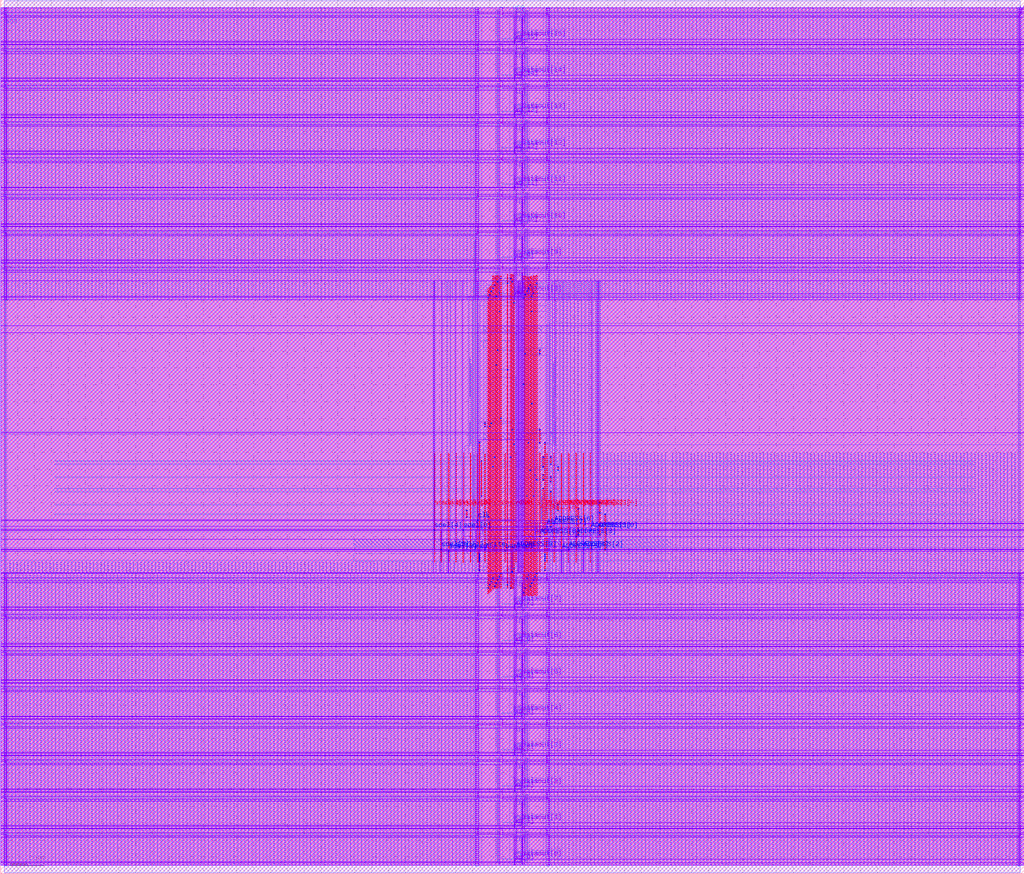
<source format=lef>
VERSION 5.8 ;
BUSBITCHARS "[]" ;
DIVIDERCHAR "/" ;

PROPERTYDEFINITIONS
  MACRO CatenaDesignType STRING ;
END PROPERTYDEFINITIONS

MACRO srambank_256x4x16_6t122
  CLASS BLOCK ;
  ORIGIN 0 0 ;
  FOREIGN srambank_256x4x16_6t122 0 0 ;
  SIZE 30.348 BY 25.92 ;
  SYMMETRY X Y ;
  SITE coreSite ;
  PIN VDD
    DIRECTION INOUT ;
    USE POWER ;
    PORT
      LAYER M4  ;
        RECT 0.1040 1.1720 30.2580 1.2200 ;
        RECT 0.1040 2.2520 30.2580 2.3000 ;
        RECT 0.1040 3.3320 30.2580 3.3800 ;
        RECT 0.1040 4.4120 30.2580 4.4600 ;
        RECT 0.1040 5.4920 30.2580 5.5400 ;
        RECT 0.1040 6.5720 30.2580 6.6200 ;
        RECT 0.1040 7.6520 30.2580 7.7000 ;
        RECT 0.1040 8.7320 30.2580 8.7800 ;
        RECT 0.1040 17.9390 30.2580 17.9870 ;
        RECT 0.1040 19.0190 30.2580 19.0670 ;
        RECT 0.1040 20.0990 30.2580 20.1470 ;
        RECT 0.1040 21.1790 30.2580 21.2270 ;
        RECT 0.1040 22.2590 30.2580 22.3070 ;
        RECT 0.1040 23.3390 30.2580 23.3870 ;
        RECT 0.1040 24.4190 30.2580 24.4670 ;
        RECT 0.1040 25.4990 30.2580 25.5470 ;
      LAYER M3  ;
        RECT 30.2180 0.2165 30.2360 1.3765 ;
        RECT 16.1960 0.2170 16.2140 1.3760 ;
        RECT 14.7920 0.2530 14.8820 1.3685 ;
        RECT 14.1440 0.2170 14.1620 1.3760 ;
        RECT 0.1220 0.2165 0.1400 1.3765 ;
        RECT 30.2180 1.2965 30.2360 2.4565 ;
        RECT 16.1960 1.2970 16.2140 2.4560 ;
        RECT 14.7920 1.3330 14.8820 2.4485 ;
        RECT 14.1440 1.2970 14.1620 2.4560 ;
        RECT 0.1220 1.2965 0.1400 2.4565 ;
        RECT 30.2180 2.3765 30.2360 3.5365 ;
        RECT 16.1960 2.3770 16.2140 3.5360 ;
        RECT 14.7920 2.4130 14.8820 3.5285 ;
        RECT 14.1440 2.3770 14.1620 3.5360 ;
        RECT 0.1220 2.3765 0.1400 3.5365 ;
        RECT 30.2180 3.4565 30.2360 4.6165 ;
        RECT 16.1960 3.4570 16.2140 4.6160 ;
        RECT 14.7920 3.4930 14.8820 4.6085 ;
        RECT 14.1440 3.4570 14.1620 4.6160 ;
        RECT 0.1220 3.4565 0.1400 4.6165 ;
        RECT 30.2180 4.5365 30.2360 5.6965 ;
        RECT 16.1960 4.5370 16.2140 5.6960 ;
        RECT 14.7920 4.5730 14.8820 5.6885 ;
        RECT 14.1440 4.5370 14.1620 5.6960 ;
        RECT 0.1220 4.5365 0.1400 5.6965 ;
        RECT 30.2180 5.6165 30.2360 6.7765 ;
        RECT 16.1960 5.6170 16.2140 6.7760 ;
        RECT 14.7920 5.6530 14.8820 6.7685 ;
        RECT 14.1440 5.6170 14.1620 6.7760 ;
        RECT 0.1220 5.6165 0.1400 6.7765 ;
        RECT 30.2180 6.6965 30.2360 7.8565 ;
        RECT 16.1960 6.6970 16.2140 7.8560 ;
        RECT 14.7920 6.7330 14.8820 7.8485 ;
        RECT 14.1440 6.6970 14.1620 7.8560 ;
        RECT 0.1220 6.6965 0.1400 7.8565 ;
        RECT 30.2180 7.7765 30.2360 8.9365 ;
        RECT 16.1960 7.7770 16.2140 8.9360 ;
        RECT 14.7920 7.8130 14.8820 8.9285 ;
        RECT 14.1440 7.7770 14.1620 8.9360 ;
        RECT 0.1220 7.7765 0.1400 8.9365 ;
        RECT 14.0490 12.7250 14.0670 18.7885 ;
        RECT 30.2180 16.9835 30.2360 18.1435 ;
        RECT 16.1960 16.9840 16.2140 18.1430 ;
        RECT 14.7920 17.0200 14.8820 18.1355 ;
        RECT 14.1440 16.9840 14.1620 18.1430 ;
        RECT 0.1220 16.9835 0.1400 18.1435 ;
        RECT 30.2180 18.0635 30.2360 19.2235 ;
        RECT 16.1960 18.0640 16.2140 19.2230 ;
        RECT 14.7920 18.1000 14.8820 19.2155 ;
        RECT 14.1440 18.0640 14.1620 19.2230 ;
        RECT 0.1220 18.0635 0.1400 19.2235 ;
        RECT 30.2180 19.1435 30.2360 20.3035 ;
        RECT 16.1960 19.1440 16.2140 20.3030 ;
        RECT 14.7920 19.1800 14.8820 20.2955 ;
        RECT 14.1440 19.1440 14.1620 20.3030 ;
        RECT 0.1220 19.1435 0.1400 20.3035 ;
        RECT 30.2180 20.2235 30.2360 21.3835 ;
        RECT 16.1960 20.2240 16.2140 21.3830 ;
        RECT 14.7920 20.2600 14.8820 21.3755 ;
        RECT 14.1440 20.2240 14.1620 21.3830 ;
        RECT 0.1220 20.2235 0.1400 21.3835 ;
        RECT 30.2180 21.3035 30.2360 22.4635 ;
        RECT 16.1960 21.3040 16.2140 22.4630 ;
        RECT 14.7920 21.3400 14.8820 22.4555 ;
        RECT 14.1440 21.3040 14.1620 22.4630 ;
        RECT 0.1220 21.3035 0.1400 22.4635 ;
        RECT 30.2180 22.3835 30.2360 23.5435 ;
        RECT 16.1960 22.3840 16.2140 23.5430 ;
        RECT 14.7920 22.4200 14.8820 23.5355 ;
        RECT 14.1440 22.3840 14.1620 23.5430 ;
        RECT 0.1220 22.3835 0.1400 23.5435 ;
        RECT 30.2180 23.4635 30.2360 24.6235 ;
        RECT 16.1960 23.4640 16.2140 24.6230 ;
        RECT 14.7920 23.5000 14.8820 24.6155 ;
        RECT 14.1440 23.4640 14.1620 24.6230 ;
        RECT 0.1220 23.4635 0.1400 24.6235 ;
        RECT 30.2180 24.5435 30.2360 25.7035 ;
        RECT 16.1960 24.5440 16.2140 25.7030 ;
        RECT 14.7920 24.5800 14.8820 25.6955 ;
        RECT 14.1440 24.5440 14.1620 25.7030 ;
        RECT 0.1220 24.5435 0.1400 25.7035 ;
      LAYER V3  ;
        RECT 0.1220 1.1720 0.1400 1.2200 ;
        RECT 14.1440 1.1720 14.1620 1.2200 ;
        RECT 14.7920 1.1720 14.8820 1.2200 ;
        RECT 16.1960 1.1720 16.2140 1.2200 ;
        RECT 30.2180 1.1720 30.2360 1.2200 ;
        RECT 0.1220 2.2520 0.1400 2.3000 ;
        RECT 14.1440 2.2520 14.1620 2.3000 ;
        RECT 14.7920 2.2520 14.8820 2.3000 ;
        RECT 16.1960 2.2520 16.2140 2.3000 ;
        RECT 30.2180 2.2520 30.2360 2.3000 ;
        RECT 0.1220 3.3320 0.1400 3.3800 ;
        RECT 14.1440 3.3320 14.1620 3.3800 ;
        RECT 14.7920 3.3320 14.8820 3.3800 ;
        RECT 16.1960 3.3320 16.2140 3.3800 ;
        RECT 30.2180 3.3320 30.2360 3.3800 ;
        RECT 0.1220 4.4120 0.1400 4.4600 ;
        RECT 14.1440 4.4120 14.1620 4.4600 ;
        RECT 14.7920 4.4120 14.8820 4.4600 ;
        RECT 16.1960 4.4120 16.2140 4.4600 ;
        RECT 30.2180 4.4120 30.2360 4.4600 ;
        RECT 0.1220 5.4920 0.1400 5.5400 ;
        RECT 14.1440 5.4920 14.1620 5.5400 ;
        RECT 14.7920 5.4920 14.8820 5.5400 ;
        RECT 16.1960 5.4920 16.2140 5.5400 ;
        RECT 30.2180 5.4920 30.2360 5.5400 ;
        RECT 0.1220 6.5720 0.1400 6.6200 ;
        RECT 14.1440 6.5720 14.1620 6.6200 ;
        RECT 14.7920 6.5720 14.8820 6.6200 ;
        RECT 16.1960 6.5720 16.2140 6.6200 ;
        RECT 30.2180 6.5720 30.2360 6.6200 ;
        RECT 0.1220 7.6520 0.1400 7.7000 ;
        RECT 14.1440 7.6520 14.1620 7.7000 ;
        RECT 14.7920 7.6520 14.8820 7.7000 ;
        RECT 16.1960 7.6520 16.2140 7.7000 ;
        RECT 30.2180 7.6520 30.2360 7.7000 ;
        RECT 0.1220 8.7320 0.1400 8.7800 ;
        RECT 14.1440 8.7320 14.1620 8.7800 ;
        RECT 14.7920 8.7320 14.8820 8.7800 ;
        RECT 16.1960 8.7320 16.2140 8.7800 ;
        RECT 30.2180 8.7320 30.2360 8.7800 ;
        RECT 0.1220 17.9390 0.1400 17.9870 ;
        RECT 14.1440 17.9390 14.1620 17.9870 ;
        RECT 14.7920 17.9390 14.8820 17.9870 ;
        RECT 16.1960 17.9390 16.2140 17.9870 ;
        RECT 30.2180 17.9390 30.2360 17.9870 ;
        RECT 0.1220 19.0190 0.1400 19.0670 ;
        RECT 14.1440 19.0190 14.1620 19.0670 ;
        RECT 14.7920 19.0190 14.8820 19.0670 ;
        RECT 16.1960 19.0190 16.2140 19.0670 ;
        RECT 30.2180 19.0190 30.2360 19.0670 ;
        RECT 0.1220 20.0990 0.1400 20.1470 ;
        RECT 14.1440 20.0990 14.1620 20.1470 ;
        RECT 14.7920 20.0990 14.8820 20.1470 ;
        RECT 16.1960 20.0990 16.2140 20.1470 ;
        RECT 30.2180 20.0990 30.2360 20.1470 ;
        RECT 0.1220 21.1790 0.1400 21.2270 ;
        RECT 14.1440 21.1790 14.1620 21.2270 ;
        RECT 14.7920 21.1790 14.8820 21.2270 ;
        RECT 16.1960 21.1790 16.2140 21.2270 ;
        RECT 30.2180 21.1790 30.2360 21.2270 ;
        RECT 0.1220 22.2590 0.1400 22.3070 ;
        RECT 14.1440 22.2590 14.1620 22.3070 ;
        RECT 14.7920 22.2590 14.8820 22.3070 ;
        RECT 16.1960 22.2590 16.2140 22.3070 ;
        RECT 30.2180 22.2590 30.2360 22.3070 ;
        RECT 0.1220 23.3390 0.1400 23.3870 ;
        RECT 14.1440 23.3390 14.1620 23.3870 ;
        RECT 14.7920 23.3390 14.8820 23.3870 ;
        RECT 16.1960 23.3390 16.2140 23.3870 ;
        RECT 30.2180 23.3390 30.2360 23.3870 ;
        RECT 0.1220 24.4190 0.1400 24.4670 ;
        RECT 14.1440 24.4190 14.1620 24.4670 ;
        RECT 14.7920 24.4190 14.8820 24.4670 ;
        RECT 16.1960 24.4190 16.2140 24.4670 ;
        RECT 30.2180 24.4190 30.2360 24.4670 ;
        RECT 0.1220 25.4990 0.1400 25.5470 ;
        RECT 14.1440 25.4990 14.1620 25.5470 ;
        RECT 14.7920 25.4990 14.8820 25.5470 ;
        RECT 16.1960 25.4990 16.2140 25.5470 ;
        RECT 30.2180 25.4990 30.2360 25.5470 ;
    END
  END VDD
  PIN VSS
    DIRECTION INOUT ;
    USE POWER ;
    PORT
      LAYER M4  ;
        RECT 0.1040 1.0760 30.2580 1.1240 ;
        RECT 0.1040 2.1560 30.2580 2.2040 ;
        RECT 0.1040 3.2360 30.2580 3.2840 ;
        RECT 0.1040 4.3160 30.2580 4.3640 ;
        RECT 0.1040 5.3960 30.2580 5.4440 ;
        RECT 0.1040 6.4760 30.2580 6.5240 ;
        RECT 0.1040 7.5560 30.2580 7.6040 ;
        RECT 0.1040 8.6360 30.2580 8.6840 ;
        RECT 10.4760 9.7015 19.8720 9.9175 ;
        RECT 14.3100 12.8695 16.0380 13.0855 ;
        RECT 14.3100 16.0375 16.0380 16.2535 ;
        RECT 0.1040 17.8430 30.2580 17.8910 ;
        RECT 0.1040 18.9230 30.2580 18.9710 ;
        RECT 0.1040 20.0030 30.2580 20.0510 ;
        RECT 0.1040 21.0830 30.2580 21.1310 ;
        RECT 0.1040 22.1630 30.2580 22.2110 ;
        RECT 0.1040 23.2430 30.2580 23.2910 ;
        RECT 0.1040 24.3230 30.2580 24.3710 ;
        RECT 0.1040 25.4030 30.2580 25.4510 ;
      LAYER M3  ;
        RECT 30.1820 0.2165 30.2000 1.3765 ;
        RECT 16.2500 0.2165 16.2680 1.3765 ;
        RECT 15.4850 0.2530 15.5210 1.3675 ;
        RECT 15.2600 0.2530 15.2870 1.3675 ;
        RECT 14.0900 0.2165 14.1080 1.3765 ;
        RECT 0.1580 0.2165 0.1760 1.3765 ;
        RECT 30.1820 1.2965 30.2000 2.4565 ;
        RECT 16.2500 1.2965 16.2680 2.4565 ;
        RECT 15.4850 1.3330 15.5210 2.4475 ;
        RECT 15.2600 1.3330 15.2870 2.4475 ;
        RECT 14.0900 1.2965 14.1080 2.4565 ;
        RECT 0.1580 1.2965 0.1760 2.4565 ;
        RECT 30.1820 2.3765 30.2000 3.5365 ;
        RECT 16.2500 2.3765 16.2680 3.5365 ;
        RECT 15.4850 2.4130 15.5210 3.5275 ;
        RECT 15.2600 2.4130 15.2870 3.5275 ;
        RECT 14.0900 2.3765 14.1080 3.5365 ;
        RECT 0.1580 2.3765 0.1760 3.5365 ;
        RECT 30.1820 3.4565 30.2000 4.6165 ;
        RECT 16.2500 3.4565 16.2680 4.6165 ;
        RECT 15.4850 3.4930 15.5210 4.6075 ;
        RECT 15.2600 3.4930 15.2870 4.6075 ;
        RECT 14.0900 3.4565 14.1080 4.6165 ;
        RECT 0.1580 3.4565 0.1760 4.6165 ;
        RECT 30.1820 4.5365 30.2000 5.6965 ;
        RECT 16.2500 4.5365 16.2680 5.6965 ;
        RECT 15.4850 4.5730 15.5210 5.6875 ;
        RECT 15.2600 4.5730 15.2870 5.6875 ;
        RECT 14.0900 4.5365 14.1080 5.6965 ;
        RECT 0.1580 4.5365 0.1760 5.6965 ;
        RECT 30.1820 5.6165 30.2000 6.7765 ;
        RECT 16.2500 5.6165 16.2680 6.7765 ;
        RECT 15.4850 5.6530 15.5210 6.7675 ;
        RECT 15.2600 5.6530 15.2870 6.7675 ;
        RECT 14.0900 5.6165 14.1080 6.7765 ;
        RECT 0.1580 5.6165 0.1760 6.7765 ;
        RECT 30.1820 6.6965 30.2000 7.8565 ;
        RECT 16.2500 6.6965 16.2680 7.8565 ;
        RECT 15.4850 6.7330 15.5210 7.8475 ;
        RECT 15.2600 6.7330 15.2870 7.8475 ;
        RECT 14.0900 6.6965 14.1080 7.8565 ;
        RECT 0.1580 6.6965 0.1760 7.8565 ;
        RECT 30.1820 7.7765 30.2000 8.9365 ;
        RECT 16.2500 7.7765 16.2680 8.9365 ;
        RECT 15.4850 7.8130 15.5210 8.9275 ;
        RECT 15.2600 7.8130 15.2870 8.9275 ;
        RECT 14.0900 7.7765 14.1080 8.9365 ;
        RECT 0.1580 7.7765 0.1760 8.9365 ;
        RECT 16.2450 8.9070 16.2630 17.1140 ;
        RECT 15.2910 9.1305 15.5250 16.8135 ;
        RECT 14.0850 8.9070 14.1030 18.7885 ;
        RECT 30.1820 16.9835 30.2000 18.1435 ;
        RECT 16.2500 16.9835 16.2680 18.1435 ;
        RECT 15.4850 17.0200 15.5210 18.1345 ;
        RECT 15.2600 17.0200 15.2870 18.1345 ;
        RECT 14.0900 16.9835 14.1080 18.1435 ;
        RECT 0.1580 16.9835 0.1760 18.1435 ;
        RECT 30.1820 18.0635 30.2000 19.2235 ;
        RECT 16.2500 18.0635 16.2680 19.2235 ;
        RECT 15.4850 18.1000 15.5210 19.2145 ;
        RECT 15.2600 18.1000 15.2870 19.2145 ;
        RECT 14.0900 18.0635 14.1080 19.2235 ;
        RECT 0.1580 18.0635 0.1760 19.2235 ;
        RECT 30.1820 19.1435 30.2000 20.3035 ;
        RECT 16.2500 19.1435 16.2680 20.3035 ;
        RECT 15.4850 19.1800 15.5210 20.2945 ;
        RECT 15.2600 19.1800 15.2870 20.2945 ;
        RECT 14.0900 19.1435 14.1080 20.3035 ;
        RECT 0.1580 19.1435 0.1760 20.3035 ;
        RECT 30.1820 20.2235 30.2000 21.3835 ;
        RECT 16.2500 20.2235 16.2680 21.3835 ;
        RECT 15.4850 20.2600 15.5210 21.3745 ;
        RECT 15.2600 20.2600 15.2870 21.3745 ;
        RECT 14.0900 20.2235 14.1080 21.3835 ;
        RECT 0.1580 20.2235 0.1760 21.3835 ;
        RECT 30.1820 21.3035 30.2000 22.4635 ;
        RECT 16.2500 21.3035 16.2680 22.4635 ;
        RECT 15.4850 21.3400 15.5210 22.4545 ;
        RECT 15.2600 21.3400 15.2870 22.4545 ;
        RECT 14.0900 21.3035 14.1080 22.4635 ;
        RECT 0.1580 21.3035 0.1760 22.4635 ;
        RECT 30.1820 22.3835 30.2000 23.5435 ;
        RECT 16.2500 22.3835 16.2680 23.5435 ;
        RECT 15.4850 22.4200 15.5210 23.5345 ;
        RECT 15.2600 22.4200 15.2870 23.5345 ;
        RECT 14.0900 22.3835 14.1080 23.5435 ;
        RECT 0.1580 22.3835 0.1760 23.5435 ;
        RECT 30.1820 23.4635 30.2000 24.6235 ;
        RECT 16.2500 23.4635 16.2680 24.6235 ;
        RECT 15.4850 23.5000 15.5210 24.6145 ;
        RECT 15.2600 23.5000 15.2870 24.6145 ;
        RECT 14.0900 23.4635 14.1080 24.6235 ;
        RECT 0.1580 23.4635 0.1760 24.6235 ;
        RECT 30.1820 24.5435 30.2000 25.7035 ;
        RECT 16.2500 24.5435 16.2680 25.7035 ;
        RECT 15.4850 24.5800 15.5210 25.6945 ;
        RECT 15.2600 24.5800 15.2870 25.6945 ;
        RECT 14.0900 24.5435 14.1080 25.7035 ;
        RECT 0.1580 24.5435 0.1760 25.7035 ;
      LAYER V3  ;
        RECT 0.1580 1.0760 0.1760 1.1240 ;
        RECT 14.0900 1.0760 14.1080 1.1240 ;
        RECT 15.2600 1.0760 15.2870 1.1240 ;
        RECT 15.4850 1.0760 15.5210 1.1240 ;
        RECT 16.2500 1.0760 16.2680 1.1240 ;
        RECT 30.1820 1.0760 30.2000 1.1240 ;
        RECT 0.1580 2.1560 0.1760 2.2040 ;
        RECT 14.0900 2.1560 14.1080 2.2040 ;
        RECT 15.2600 2.1560 15.2870 2.2040 ;
        RECT 15.4850 2.1560 15.5210 2.2040 ;
        RECT 16.2500 2.1560 16.2680 2.2040 ;
        RECT 30.1820 2.1560 30.2000 2.2040 ;
        RECT 0.1580 3.2360 0.1760 3.2840 ;
        RECT 14.0900 3.2360 14.1080 3.2840 ;
        RECT 15.2600 3.2360 15.2870 3.2840 ;
        RECT 15.4850 3.2360 15.5210 3.2840 ;
        RECT 16.2500 3.2360 16.2680 3.2840 ;
        RECT 30.1820 3.2360 30.2000 3.2840 ;
        RECT 0.1580 4.3160 0.1760 4.3640 ;
        RECT 14.0900 4.3160 14.1080 4.3640 ;
        RECT 15.2600 4.3160 15.2870 4.3640 ;
        RECT 15.4850 4.3160 15.5210 4.3640 ;
        RECT 16.2500 4.3160 16.2680 4.3640 ;
        RECT 30.1820 4.3160 30.2000 4.3640 ;
        RECT 0.1580 5.3960 0.1760 5.4440 ;
        RECT 14.0900 5.3960 14.1080 5.4440 ;
        RECT 15.2600 5.3960 15.2870 5.4440 ;
        RECT 15.4850 5.3960 15.5210 5.4440 ;
        RECT 16.2500 5.3960 16.2680 5.4440 ;
        RECT 30.1820 5.3960 30.2000 5.4440 ;
        RECT 0.1580 6.4760 0.1760 6.5240 ;
        RECT 14.0900 6.4760 14.1080 6.5240 ;
        RECT 15.2600 6.4760 15.2870 6.5240 ;
        RECT 15.4850 6.4760 15.5210 6.5240 ;
        RECT 16.2500 6.4760 16.2680 6.5240 ;
        RECT 30.1820 6.4760 30.2000 6.5240 ;
        RECT 0.1580 7.5560 0.1760 7.6040 ;
        RECT 14.0900 7.5560 14.1080 7.6040 ;
        RECT 15.2600 7.5560 15.2870 7.6040 ;
        RECT 15.4850 7.5560 15.5210 7.6040 ;
        RECT 16.2500 7.5560 16.2680 7.6040 ;
        RECT 30.1820 7.5560 30.2000 7.6040 ;
        RECT 0.1580 8.6360 0.1760 8.6840 ;
        RECT 14.0900 8.6360 14.1080 8.6840 ;
        RECT 15.2600 8.6360 15.2870 8.6840 ;
        RECT 15.4850 8.6360 15.5210 8.6840 ;
        RECT 16.2500 8.6360 16.2680 8.6840 ;
        RECT 30.1820 8.6360 30.2000 8.6840 ;
        RECT 14.0850 9.7015 14.1030 9.9175 ;
        RECT 15.2950 16.0375 15.3130 16.2535 ;
        RECT 15.2950 12.8695 15.3130 13.0855 ;
        RECT 15.2950 9.7015 15.3130 9.9175 ;
        RECT 15.3470 16.0375 15.3650 16.2535 ;
        RECT 15.3470 12.8695 15.3650 13.0855 ;
        RECT 15.3470 9.7015 15.3650 9.9175 ;
        RECT 15.3990 16.0375 15.4170 16.2535 ;
        RECT 15.3990 12.8695 15.4170 13.0855 ;
        RECT 15.3990 9.7015 15.4170 9.9175 ;
        RECT 15.4510 16.0375 15.4690 16.2535 ;
        RECT 15.4510 12.8695 15.4690 13.0855 ;
        RECT 15.4510 9.7015 15.4690 9.9175 ;
        RECT 15.5030 16.0375 15.5210 16.2535 ;
        RECT 15.5030 12.8695 15.5210 13.0855 ;
        RECT 15.5030 9.7015 15.5210 9.9175 ;
        RECT 16.2450 9.7015 16.2630 9.9175 ;
        RECT 0.1580 17.8430 0.1760 17.8910 ;
        RECT 14.0900 17.8430 14.1080 17.8910 ;
        RECT 15.2600 17.8430 15.2870 17.8910 ;
        RECT 15.4850 17.8430 15.5210 17.8910 ;
        RECT 16.2500 17.8430 16.2680 17.8910 ;
        RECT 30.1820 17.8430 30.2000 17.8910 ;
        RECT 0.1580 18.9230 0.1760 18.9710 ;
        RECT 14.0900 18.9230 14.1080 18.9710 ;
        RECT 15.2600 18.9230 15.2870 18.9710 ;
        RECT 15.4850 18.9230 15.5210 18.9710 ;
        RECT 16.2500 18.9230 16.2680 18.9710 ;
        RECT 30.1820 18.9230 30.2000 18.9710 ;
        RECT 0.1580 20.0030 0.1760 20.0510 ;
        RECT 14.0900 20.0030 14.1080 20.0510 ;
        RECT 15.2600 20.0030 15.2870 20.0510 ;
        RECT 15.4850 20.0030 15.5210 20.0510 ;
        RECT 16.2500 20.0030 16.2680 20.0510 ;
        RECT 30.1820 20.0030 30.2000 20.0510 ;
        RECT 0.1580 21.0830 0.1760 21.1310 ;
        RECT 14.0900 21.0830 14.1080 21.1310 ;
        RECT 15.2600 21.0830 15.2870 21.1310 ;
        RECT 15.4850 21.0830 15.5210 21.1310 ;
        RECT 16.2500 21.0830 16.2680 21.1310 ;
        RECT 30.1820 21.0830 30.2000 21.1310 ;
        RECT 0.1580 22.1630 0.1760 22.2110 ;
        RECT 14.0900 22.1630 14.1080 22.2110 ;
        RECT 15.2600 22.1630 15.2870 22.2110 ;
        RECT 15.4850 22.1630 15.5210 22.2110 ;
        RECT 16.2500 22.1630 16.2680 22.2110 ;
        RECT 30.1820 22.1630 30.2000 22.2110 ;
        RECT 0.1580 23.2430 0.1760 23.2910 ;
        RECT 14.0900 23.2430 14.1080 23.2910 ;
        RECT 15.2600 23.2430 15.2870 23.2910 ;
        RECT 15.4850 23.2430 15.5210 23.2910 ;
        RECT 16.2500 23.2430 16.2680 23.2910 ;
        RECT 30.1820 23.2430 30.2000 23.2910 ;
        RECT 0.1580 24.3230 0.1760 24.3710 ;
        RECT 14.0900 24.3230 14.1080 24.3710 ;
        RECT 15.2600 24.3230 15.2870 24.3710 ;
        RECT 15.4850 24.3230 15.5210 24.3710 ;
        RECT 16.2500 24.3230 16.2680 24.3710 ;
        RECT 30.1820 24.3230 30.2000 24.3710 ;
        RECT 0.1580 25.4030 0.1760 25.4510 ;
        RECT 14.0900 25.4030 14.1080 25.4510 ;
        RECT 15.2600 25.4030 15.2870 25.4510 ;
        RECT 15.4850 25.4030 15.5210 25.4510 ;
        RECT 16.2500 25.4030 16.2680 25.4510 ;
        RECT 30.1820 25.4030 30.2000 25.4510 ;
    END
  END VSS
  PIN ADDRESS[0]
    DIRECTION INPUT ;
    USE SIGNAL ;
    PORT
      LAYER M3  ;
        RECT 17.7030 10.1735 17.7210 10.2105 ;
      LAYER M4  ;
        RECT 17.6510 10.1815 17.7350 10.2055 ;
      LAYER M5  ;
        RECT 17.7000 9.2305 17.7240 12.4705 ;
      LAYER V3  ;
        RECT 17.7030 10.1815 17.7210 10.2055 ;
      LAYER V4  ;
        RECT 17.7000 10.1815 17.7240 10.2055 ;
    END
  END ADDRESS[0]
  PIN ADDRESS[1]
    DIRECTION INPUT ;
    USE SIGNAL ;
    PORT
      LAYER M3  ;
        RECT 17.4870 10.1765 17.5050 10.2135 ;
      LAYER M4  ;
        RECT 17.4350 10.1815 17.5190 10.2055 ;
      LAYER M5  ;
        RECT 17.4840 9.2305 17.5080 12.4705 ;
      LAYER V3  ;
        RECT 17.4870 10.1815 17.5050 10.2055 ;
      LAYER V4  ;
        RECT 17.4840 10.1815 17.5080 10.2055 ;
    END
  END ADDRESS[1]
  PIN ADDRESS[2]
    DIRECTION INPUT ;
    USE SIGNAL ;
    PORT
      LAYER M3  ;
        RECT 17.2710 9.5975 17.2890 9.6345 ;
      LAYER M4  ;
        RECT 17.2190 9.6055 17.3030 9.6295 ;
      LAYER M5  ;
        RECT 17.2680 9.2305 17.2920 12.4705 ;
      LAYER V3  ;
        RECT 17.2710 9.6055 17.2890 9.6295 ;
      LAYER V4  ;
        RECT 17.2680 9.6055 17.2920 9.6295 ;
    END
  END ADDRESS[2]
  PIN ADDRESS[3]
    DIRECTION INPUT ;
    USE SIGNAL ;
    PORT
      LAYER M3  ;
        RECT 17.0550 9.8375 17.0730 10.0185 ;
      LAYER M4  ;
        RECT 17.0030 9.9895 17.0870 10.0135 ;
      LAYER M5  ;
        RECT 17.0520 9.2305 17.0760 12.4705 ;
      LAYER V3  ;
        RECT 17.0550 9.9895 17.0730 10.0135 ;
      LAYER V4  ;
        RECT 17.0520 9.9895 17.0760 10.0135 ;
    END
  END ADDRESS[3]
  PIN ADDRESS[4]
    DIRECTION INPUT ;
    USE SIGNAL ;
    PORT
      LAYER M3  ;
        RECT 16.8390 9.6005 16.8570 9.6675 ;
      LAYER M4  ;
        RECT 16.7870 9.6055 16.8710 9.6295 ;
      LAYER M5  ;
        RECT 16.8360 9.2305 16.8600 12.4705 ;
      LAYER V3  ;
        RECT 16.8390 9.6055 16.8570 9.6295 ;
      LAYER V4  ;
        RECT 16.8360 9.6055 16.8600 9.6295 ;
    END
  END ADDRESS[4]
  PIN ADDRESS[5]
    DIRECTION INPUT ;
    USE SIGNAL ;
    PORT
      LAYER M3  ;
        RECT 16.6230 9.3335 16.6410 9.5865 ;
      LAYER M4  ;
        RECT 16.5710 9.5575 16.6550 9.5815 ;
      LAYER M5  ;
        RECT 16.6200 9.2305 16.6440 12.4705 ;
      LAYER V3  ;
        RECT 16.6230 9.5575 16.6410 9.5815 ;
      LAYER V4  ;
        RECT 16.6200 9.5575 16.6440 9.5815 ;
    END
  END ADDRESS[5]
  PIN ADDRESS[6]
    DIRECTION INPUT ;
    USE SIGNAL ;
    PORT
      LAYER M3  ;
        RECT 16.4070 10.3685 16.4250 10.4055 ;
      LAYER M4  ;
        RECT 16.3550 10.3735 16.4390 10.3975 ;
      LAYER M5  ;
        RECT 16.4040 9.2305 16.4280 12.4705 ;
      LAYER V3  ;
        RECT 16.4070 10.3735 16.4250 10.3975 ;
      LAYER V4  ;
        RECT 16.4040 10.3735 16.4280 10.3975 ;
    END
  END ADDRESS[6]
  PIN ADDRESS[7]
    DIRECTION INPUT ;
    USE SIGNAL ;
    PORT
      LAYER M3  ;
        RECT 16.1910 10.2155 16.2090 10.3065 ;
      LAYER M4  ;
        RECT 16.1390 10.2775 16.2230 10.3015 ;
      LAYER M5  ;
        RECT 16.1880 9.2305 16.2120 12.4705 ;
      LAYER V3  ;
        RECT 16.1910 10.2775 16.2090 10.3015 ;
      LAYER V4  ;
        RECT 16.1880 10.2775 16.2120 10.3015 ;
    END
  END ADDRESS[7]
  PIN ADDRESS[8]
    DIRECTION INPUT ;
    USE SIGNAL ;
    PORT
      LAYER M3  ;
        RECT 15.8310 9.8735 15.8490 10.0185 ;
      LAYER M4  ;
        RECT 15.8200 9.9895 16.0070 10.0135 ;
      LAYER M5  ;
        RECT 15.9720 8.9715 15.9960 12.4705 ;
      LAYER V3  ;
        RECT 15.8310 9.9895 15.8490 10.0135 ;
      LAYER V4  ;
        RECT 15.9720 9.9895 15.9960 10.0135 ;
    END
  END ADDRESS[8]
  PIN ADDRESS[9]
    DIRECTION INPUT ;
    USE SIGNAL ;
    PORT
      LAYER M3  ;
        RECT 15.5430 9.6005 15.5610 9.6675 ;
      LAYER M4  ;
        RECT 15.2590 9.6055 15.5720 9.6295 ;
      LAYER M5  ;
        RECT 15.2700 9.2305 15.2940 12.4705 ;
      LAYER V3  ;
        RECT 15.5430 9.6055 15.5610 9.6295 ;
      LAYER V4  ;
        RECT 15.2700 9.6055 15.2940 9.6295 ;
    END
  END ADDRESS[9]
  PIN banksel
    DIRECTION INPUT ;
    USE SIGNAL ;
    PORT
      LAYER M3  ;
        RECT 15.1470 9.3335 15.1650 9.5865 ;
      LAYER M4  ;
        RECT 14.9350 9.5575 15.1760 9.5815 ;
      LAYER M5  ;
        RECT 14.9460 9.2305 14.9700 12.4705 ;
      LAYER V3  ;
        RECT 15.1470 9.5575 15.1650 9.5815 ;
      LAYER V4  ;
        RECT 14.9460 9.5575 14.9700 9.5815 ;
    END
  END banksel
  PIN clk
    DIRECTION INPUT ;
    USE SIGNAL ;
    PORT
      LAYER M3  ;
        RECT 14.1390 10.4645 14.1570 10.5135 ;
      LAYER M4  ;
        RECT 14.0870 10.4695 14.1710 10.4935 ;
      LAYER M5  ;
        RECT 14.1360 9.2305 14.1600 12.4705 ;
      LAYER V3  ;
        RECT 14.1390 10.4695 14.1570 10.4935 ;
      LAYER V4  ;
        RECT 14.1360 10.4695 14.1600 10.4935 ;
    END
  END clk
  PIN write
    DIRECTION INPUT ;
    USE SIGNAL ;
    PORT
      LAYER M3  ;
        RECT 14.3550 9.6005 14.3730 9.6675 ;
      LAYER M4  ;
        RECT 14.3030 9.6055 14.3870 9.6295 ;
      LAYER M5  ;
        RECT 14.3520 9.2305 14.3760 12.4705 ;
      LAYER V3  ;
        RECT 14.3550 9.6055 14.3730 9.6295 ;
      LAYER V4  ;
        RECT 14.3520 9.6055 14.3760 9.6295 ;
    END
  END write
  PIN read
    DIRECTION INPUT ;
    USE SIGNAL ;
    PORT
      LAYER M3  ;
        RECT 14.1750 9.3335 14.1930 9.5865 ;
      LAYER M4  ;
        RECT 13.9090 9.5575 14.2040 9.5815 ;
      LAYER M5  ;
        RECT 13.9200 9.2305 13.9440 12.4705 ;
      LAYER V3  ;
        RECT 14.1750 9.5575 14.1930 9.5815 ;
      LAYER V4  ;
        RECT 13.9200 9.5575 13.9440 9.5815 ;
    END
  END read
  PIN sdel[0]
    DIRECTION INPUT ;
    USE SIGNAL ;
    PORT
      LAYER M3  ;
        RECT 13.7070 10.1735 13.7250 10.2105 ;
      LAYER M4  ;
        RECT 13.6550 10.1815 13.7390 10.2055 ;
      LAYER M5  ;
        RECT 13.7040 9.2305 13.7280 12.4705 ;
      LAYER V3  ;
        RECT 13.7070 10.1815 13.7250 10.2055 ;
      LAYER V4  ;
        RECT 13.7040 10.1815 13.7280 10.2055 ;
    END
  END sdel[0]
  PIN sdel[1]
    DIRECTION INPUT ;
    USE SIGNAL ;
    PORT
      LAYER M3  ;
        RECT 13.4910 9.6005 13.5090 9.8295 ;
      LAYER M4  ;
        RECT 13.4390 9.6055 13.5230 9.6295 ;
      LAYER M5  ;
        RECT 13.4880 9.2305 13.5120 12.4705 ;
      LAYER V3  ;
        RECT 13.4910 9.6055 13.5090 9.6295 ;
      LAYER V4  ;
        RECT 13.4880 9.6055 13.5120 9.6295 ;
    END
  END sdel[1]
  PIN sdel[2]
    DIRECTION INPUT ;
    USE SIGNAL ;
    PORT
      LAYER M3  ;
        RECT 13.2750 9.3335 13.2930 9.5865 ;
      LAYER M4  ;
        RECT 13.2230 9.5575 13.3070 9.5815 ;
      LAYER M5  ;
        RECT 13.2720 9.2305 13.2960 12.4705 ;
      LAYER V3  ;
        RECT 13.2750 9.5575 13.2930 9.5815 ;
      LAYER V4  ;
        RECT 13.2720 9.5575 13.2960 9.5815 ;
    END
  END sdel[2]
  PIN sdel[3]
    DIRECTION INPUT ;
    USE SIGNAL ;
    PORT
      LAYER M3  ;
        RECT 13.0590 9.5975 13.0770 9.6345 ;
      LAYER M4  ;
        RECT 13.0070 9.6055 13.0910 9.6295 ;
      LAYER M5  ;
        RECT 13.0560 9.2305 13.0800 12.4705 ;
      LAYER V3  ;
        RECT 13.0590 9.6055 13.0770 9.6295 ;
      LAYER V4  ;
        RECT 13.0560 9.6055 13.0800 9.6295 ;
    END
  END sdel[3]
  PIN sdel[4]
    DIRECTION INPUT ;
    USE SIGNAL ;
    PORT
      LAYER M3  ;
        RECT 12.8430 10.1735 12.8610 10.2105 ;
      LAYER M4  ;
        RECT 12.7910 10.1815 12.8750 10.2055 ;
      LAYER M5  ;
        RECT 12.8400 9.2305 12.8640 12.4705 ;
      LAYER V3  ;
        RECT 12.8430 10.1815 12.8610 10.2055 ;
      LAYER V4  ;
        RECT 12.8400 10.1815 12.8640 10.2055 ;
    END
  END sdel[4]
  PIN dataout[14]
    DIRECTION OUTPUT ;
    USE SIGNAL ;
    PORT
      LAYER M3  ;
        RECT 15.4490 23.6245 15.4670 23.8640 ;
      LAYER M4  ;
        RECT 14.8610 23.6750 15.5090 23.6990 ;
      LAYER V3  ;
        RECT 15.4490 23.6750 15.4670 23.6990 ;
    END
  END dataout[14]
  PIN dataout[13]
    DIRECTION OUTPUT ;
    USE SIGNAL ;
    PORT
      LAYER M3  ;
        RECT 15.4490 22.5445 15.4670 22.7840 ;
      LAYER M4  ;
        RECT 14.8610 22.5950 15.5090 22.6190 ;
      LAYER V3  ;
        RECT 15.4490 22.5950 15.4670 22.6190 ;
    END
  END dataout[13]
  PIN dataout[12]
    DIRECTION OUTPUT ;
    USE SIGNAL ;
    PORT
      LAYER M3  ;
        RECT 15.4490 21.4645 15.4670 21.7040 ;
      LAYER M4  ;
        RECT 14.8610 21.5150 15.5090 21.5390 ;
      LAYER V3  ;
        RECT 15.4490 21.5150 15.4670 21.5390 ;
    END
  END dataout[12]
  PIN dataout[11]
    DIRECTION OUTPUT ;
    USE SIGNAL ;
    PORT
      LAYER M3  ;
        RECT 15.4490 20.3845 15.4670 20.6240 ;
      LAYER M4  ;
        RECT 14.8610 20.4350 15.5090 20.4590 ;
      LAYER V3  ;
        RECT 15.4490 20.4350 15.4670 20.4590 ;
    END
  END dataout[11]
  PIN dataout[10]
    DIRECTION OUTPUT ;
    USE SIGNAL ;
    PORT
      LAYER M3  ;
        RECT 15.4490 19.3045 15.4670 19.5440 ;
      LAYER M4  ;
        RECT 14.8610 19.3550 15.5090 19.3790 ;
      LAYER V3  ;
        RECT 15.4490 19.3550 15.4670 19.3790 ;
    END
  END dataout[10]
  PIN dataout[0]
    DIRECTION OUTPUT ;
    USE SIGNAL ;
    PORT
      LAYER M3  ;
        RECT 15.4490 0.3775 15.4670 0.6170 ;
      LAYER M4  ;
        RECT 14.8610 0.4280 15.5090 0.4520 ;
      LAYER V3  ;
        RECT 15.4490 0.4280 15.4670 0.4520 ;
    END
  END dataout[0]
  PIN dataout[15]
    DIRECTION OUTPUT ;
    USE SIGNAL ;
    PORT
      LAYER M3  ;
        RECT 15.4490 24.7045 15.4670 24.9440 ;
      LAYER M4  ;
        RECT 14.8610 24.7550 15.5090 24.7790 ;
      LAYER V3  ;
        RECT 15.4490 24.7550 15.4670 24.7790 ;
    END
  END dataout[15]
  PIN dataout[16]
    DIRECTION OUTPUT ;
    USE SIGNAL ;
    PORT
      LAYER M3  ;
    END
  END dataout[16]
  PIN dataout[17]
    DIRECTION OUTPUT ;
    USE SIGNAL ;
    PORT
      LAYER M3  ;
    END
  END dataout[17]
  PIN dataout[18]
    DIRECTION OUTPUT ;
    USE SIGNAL ;
    PORT
      LAYER M3  ;
    END
  END dataout[18]
  PIN dataout[19]
    DIRECTION OUTPUT ;
    USE SIGNAL ;
    PORT
      LAYER M3  ;
    END
  END dataout[19]
  PIN dataout[1]
    DIRECTION OUTPUT ;
    USE SIGNAL ;
    PORT
      LAYER M3  ;
        RECT 15.4490 1.4575 15.4670 1.6970 ;
      LAYER M4  ;
        RECT 14.8610 1.5080 15.5090 1.5320 ;
      LAYER V3  ;
        RECT 15.4490 1.5080 15.4670 1.5320 ;
    END
  END dataout[1]
  PIN dataout[20]
    DIRECTION OUTPUT ;
    USE SIGNAL ;
    PORT
      LAYER M3  ;
    END
  END dataout[20]
  PIN dataout[21]
    DIRECTION OUTPUT ;
    USE SIGNAL ;
    PORT
      LAYER M3  ;
    END
  END dataout[21]
  PIN dataout[22]
    DIRECTION OUTPUT ;
    USE SIGNAL ;
    PORT
      LAYER M3  ;
    END
  END dataout[22]
  PIN dataout[23]
    DIRECTION OUTPUT ;
    USE SIGNAL ;
    PORT
      LAYER M3  ;
    END
  END dataout[23]
  PIN dataout[24]
    DIRECTION OUTPUT ;
    USE SIGNAL ;
    PORT
      LAYER M3  ;
    END
  END dataout[24]
  PIN dataout[25]
    DIRECTION OUTPUT ;
    USE SIGNAL ;
    PORT
      LAYER M3  ;
    END
  END dataout[25]
  PIN dataout[26]
    DIRECTION OUTPUT ;
    USE SIGNAL ;
    PORT
      LAYER M3  ;
    END
  END dataout[26]
  PIN dataout[27]
    DIRECTION OUTPUT ;
    USE SIGNAL ;
    PORT
      LAYER M3  ;
    END
  END dataout[27]
  PIN dataout[28]
    DIRECTION OUTPUT ;
    USE SIGNAL ;
    PORT
      LAYER M3  ;
    END
  END dataout[28]
  PIN dataout[29]
    DIRECTION OUTPUT ;
    USE SIGNAL ;
    PORT
      LAYER M3  ;
    END
  END dataout[29]
  PIN dataout[2]
    DIRECTION OUTPUT ;
    USE SIGNAL ;
    PORT
      LAYER M3  ;
        RECT 15.4490 2.5375 15.4670 2.7770 ;
      LAYER M4  ;
        RECT 14.8610 2.5880 15.5090 2.6120 ;
      LAYER V3  ;
        RECT 15.4490 2.5880 15.4670 2.6120 ;
    END
  END dataout[2]
  PIN dataout[30]
    DIRECTION OUTPUT ;
    USE SIGNAL ;
    PORT
      LAYER M3  ;
    END
  END dataout[30]
  PIN dataout[31]
    DIRECTION OUTPUT ;
    USE SIGNAL ;
    PORT
      LAYER M3  ;
    END
  END dataout[31]
  PIN dataout[32]
    DIRECTION OUTPUT ;
    USE SIGNAL ;
    PORT
      LAYER M3  ;
    END
  END dataout[32]
  PIN dataout[33]
    DIRECTION OUTPUT ;
    USE SIGNAL ;
    PORT
      LAYER M3  ;
    END
  END dataout[33]
  PIN dataout[34]
    DIRECTION OUTPUT ;
    USE SIGNAL ;
    PORT
      LAYER M3  ;
    END
  END dataout[34]
  PIN dataout[35]
    DIRECTION OUTPUT ;
    USE SIGNAL ;
    PORT
      LAYER M3  ;
    END
  END dataout[35]
  PIN dataout[36]
    DIRECTION OUTPUT ;
    USE SIGNAL ;
    PORT
      LAYER M3  ;
    END
  END dataout[36]
  PIN dataout[37]
    DIRECTION OUTPUT ;
    USE SIGNAL ;
    PORT
      LAYER M3  ;
    END
  END dataout[37]
  PIN dataout[38]
    DIRECTION OUTPUT ;
    USE SIGNAL ;
    PORT
      LAYER M3  ;
    END
  END dataout[38]
  PIN dataout[39]
    DIRECTION OUTPUT ;
    USE SIGNAL ;
    PORT
      LAYER M3  ;
    END
  END dataout[39]
  PIN dataout[3]
    DIRECTION OUTPUT ;
    USE SIGNAL ;
    PORT
      LAYER M3  ;
        RECT 15.4490 3.6175 15.4670 3.8570 ;
      LAYER M4  ;
        RECT 14.8610 3.6680 15.5090 3.6920 ;
      LAYER V3  ;
        RECT 15.4490 3.6680 15.4670 3.6920 ;
    END
  END dataout[3]
  PIN dataout[40]
    DIRECTION OUTPUT ;
    USE SIGNAL ;
    PORT
      LAYER M3  ;
    END
  END dataout[40]
  PIN dataout[41]
    DIRECTION OUTPUT ;
    USE SIGNAL ;
    PORT
      LAYER M3  ;
    END
  END dataout[41]
  PIN dataout[42]
    DIRECTION OUTPUT ;
    USE SIGNAL ;
    PORT
      LAYER M3  ;
    END
  END dataout[42]
  PIN dataout[43]
    DIRECTION OUTPUT ;
    USE SIGNAL ;
    PORT
      LAYER M3  ;
    END
  END dataout[43]
  PIN dataout[44]
    DIRECTION OUTPUT ;
    USE SIGNAL ;
    PORT
      LAYER M3  ;
    END
  END dataout[44]
  PIN dataout[45]
    DIRECTION OUTPUT ;
    USE SIGNAL ;
    PORT
      LAYER M3  ;
    END
  END dataout[45]
  PIN dataout[46]
    DIRECTION OUTPUT ;
    USE SIGNAL ;
    PORT
      LAYER M3  ;
    END
  END dataout[46]
  PIN dataout[47]
    DIRECTION OUTPUT ;
    USE SIGNAL ;
    PORT
      LAYER M3  ;
    END
  END dataout[47]
  PIN dataout[48]
    DIRECTION OUTPUT ;
    USE SIGNAL ;
    PORT
      LAYER M3  ;
    END
  END dataout[48]
  PIN dataout[49]
    DIRECTION OUTPUT ;
    USE SIGNAL ;
    PORT
      LAYER M3  ;
    END
  END dataout[49]
  PIN dataout[4]
    DIRECTION OUTPUT ;
    USE SIGNAL ;
    PORT
      LAYER M3  ;
        RECT 15.4490 4.6975 15.4670 4.9370 ;
      LAYER M4  ;
        RECT 14.8610 4.7480 15.5090 4.7720 ;
      LAYER V3  ;
        RECT 15.4490 4.7480 15.4670 4.7720 ;
    END
  END dataout[4]
  PIN dataout[50]
    DIRECTION OUTPUT ;
    USE SIGNAL ;
    PORT
      LAYER M3  ;
    END
  END dataout[50]
  PIN dataout[51]
    DIRECTION OUTPUT ;
    USE SIGNAL ;
    PORT
      LAYER M3  ;
    END
  END dataout[51]
  PIN dataout[52]
    DIRECTION OUTPUT ;
    USE SIGNAL ;
    PORT
      LAYER M3  ;
    END
  END dataout[52]
  PIN dataout[53]
    DIRECTION OUTPUT ;
    USE SIGNAL ;
    PORT
      LAYER M3  ;
    END
  END dataout[53]
  PIN dataout[54]
    DIRECTION OUTPUT ;
    USE SIGNAL ;
    PORT
      LAYER M3  ;
    END
  END dataout[54]
  PIN dataout[55]
    DIRECTION OUTPUT ;
    USE SIGNAL ;
    PORT
      LAYER M3  ;
    END
  END dataout[55]
  PIN dataout[56]
    DIRECTION OUTPUT ;
    USE SIGNAL ;
    PORT
      LAYER M3  ;
    END
  END dataout[56]
  PIN dataout[57]
    DIRECTION OUTPUT ;
    USE SIGNAL ;
    PORT
      LAYER M3  ;
    END
  END dataout[57]
  PIN dataout[58]
    DIRECTION OUTPUT ;
    USE SIGNAL ;
    PORT
      LAYER M3  ;
    END
  END dataout[58]
  PIN dataout[59]
    DIRECTION OUTPUT ;
    USE SIGNAL ;
    PORT
      LAYER M3  ;
    END
  END dataout[59]
  PIN dataout[5]
    DIRECTION OUTPUT ;
    USE SIGNAL ;
    PORT
      LAYER M3  ;
        RECT 15.4490 5.7775 15.4670 6.0170 ;
      LAYER M4  ;
        RECT 14.8610 5.8280 15.5090 5.8520 ;
      LAYER V3  ;
        RECT 15.4490 5.8280 15.4670 5.8520 ;
    END
  END dataout[5]
  PIN dataout[60]
    DIRECTION OUTPUT ;
    USE SIGNAL ;
    PORT
      LAYER M3  ;
    END
  END dataout[60]
  PIN dataout[61]
    DIRECTION OUTPUT ;
    USE SIGNAL ;
    PORT
      LAYER M3  ;
    END
  END dataout[61]
  PIN dataout[62]
    DIRECTION OUTPUT ;
    USE SIGNAL ;
    PORT
      LAYER M3  ;
    END
  END dataout[62]
  PIN dataout[63]
    DIRECTION OUTPUT ;
    USE SIGNAL ;
    PORT
      LAYER M3  ;
    END
  END dataout[63]
  PIN dataout[6]
    DIRECTION OUTPUT ;
    USE SIGNAL ;
    PORT
      LAYER M3  ;
        RECT 15.4490 6.8575 15.4670 7.0970 ;
      LAYER M4  ;
        RECT 14.8610 6.9080 15.5090 6.9320 ;
      LAYER V3  ;
        RECT 15.4490 6.9080 15.4670 6.9320 ;
    END
  END dataout[6]
  PIN dataout[7]
    DIRECTION OUTPUT ;
    USE SIGNAL ;
    PORT
      LAYER M3  ;
        RECT 15.4490 7.9375 15.4670 8.1770 ;
      LAYER M4  ;
        RECT 14.8610 7.9880 15.5090 8.0120 ;
      LAYER V3  ;
        RECT 15.4490 7.9880 15.4670 8.0120 ;
    END
  END dataout[7]
  PIN dataout[8]
    DIRECTION OUTPUT ;
    USE SIGNAL ;
    PORT
      LAYER M3  ;
        RECT 15.4490 17.1445 15.4670 17.3840 ;
      LAYER M4  ;
        RECT 14.8610 17.1950 15.5090 17.2190 ;
      LAYER V3  ;
        RECT 15.4490 17.1950 15.4670 17.2190 ;
    END
  END dataout[8]
  PIN dataout[9]
    DIRECTION OUTPUT ;
    USE SIGNAL ;
    PORT
      LAYER M3  ;
        RECT 15.4490 18.2245 15.4670 18.4640 ;
      LAYER M4  ;
        RECT 14.8610 18.2750 15.5090 18.2990 ;
      LAYER V3  ;
        RECT 15.4490 18.2750 15.4670 18.2990 ;
    END
  END dataout[9]
  PIN wd[0]
    DIRECTION INPUT ;
    USE SIGNAL ;
    PORT
      LAYER M3  ;
        RECT 15.2240 0.2700 15.2420 0.6750 ;
      LAYER M4  ;
        RECT 14.8610 0.3320 15.4970 0.3560 ;
      LAYER V3  ;
        RECT 15.2240 0.3320 15.2420 0.3560 ;
    END
  END wd[0]
  PIN wd[10]
    DIRECTION INPUT ;
    USE SIGNAL ;
    PORT
      LAYER M3  ;
        RECT 15.2240 19.1970 15.2420 19.6020 ;
      LAYER M4  ;
        RECT 14.8610 19.2590 15.4970 19.2830 ;
      LAYER V3  ;
        RECT 15.2240 19.2590 15.2420 19.2830 ;
    END
  END wd[10]
  PIN wd[11]
    DIRECTION INPUT ;
    USE SIGNAL ;
    PORT
      LAYER M3  ;
        RECT 15.2240 20.2770 15.2420 20.6820 ;
      LAYER M4  ;
        RECT 14.8610 20.3390 15.4970 20.3630 ;
      LAYER V3  ;
        RECT 15.2240 20.3390 15.2420 20.3630 ;
    END
  END wd[11]
  PIN wd[12]
    DIRECTION INPUT ;
    USE SIGNAL ;
    PORT
      LAYER M3  ;
        RECT 15.2240 21.3570 15.2420 21.7620 ;
      LAYER M4  ;
        RECT 14.8610 21.4190 15.4970 21.4430 ;
      LAYER V3  ;
        RECT 15.2240 21.4190 15.2420 21.4430 ;
    END
  END wd[12]
  PIN wd[13]
    DIRECTION INPUT ;
    USE SIGNAL ;
    PORT
      LAYER M3  ;
        RECT 15.2240 22.4370 15.2420 22.8420 ;
      LAYER M4  ;
        RECT 14.8610 22.4990 15.4970 22.5230 ;
      LAYER V3  ;
        RECT 15.2240 22.4990 15.2420 22.5230 ;
    END
  END wd[13]
  PIN wd[14]
    DIRECTION INPUT ;
    USE SIGNAL ;
    PORT
      LAYER M3  ;
        RECT 15.2240 23.5170 15.2420 23.9220 ;
      LAYER M4  ;
        RECT 14.8610 23.5790 15.4970 23.6030 ;
      LAYER V3  ;
        RECT 15.2240 23.5790 15.2420 23.6030 ;
    END
  END wd[14]
  PIN wd[15]
    DIRECTION INPUT ;
    USE SIGNAL ;
    PORT
      LAYER M3  ;
        RECT 15.2240 24.5970 15.2420 25.0020 ;
      LAYER M4  ;
        RECT 14.8610 24.6590 15.4970 24.6830 ;
      LAYER V3  ;
        RECT 15.2240 24.6590 15.2420 24.6830 ;
    END
  END wd[15]
  PIN wd[16]
    DIRECTION INPUT ;
    USE SIGNAL ;
    PORT
      LAYER M3  ;
    END
  END wd[16]
  PIN wd[17]
    DIRECTION INPUT ;
    USE SIGNAL ;
    PORT
      LAYER M3  ;
    END
  END wd[17]
  PIN wd[18]
    DIRECTION INPUT ;
    USE SIGNAL ;
    PORT
      LAYER M3  ;
    END
  END wd[18]
  PIN wd[19]
    DIRECTION INPUT ;
    USE SIGNAL ;
    PORT
      LAYER M3  ;
    END
  END wd[19]
  PIN wd[1]
    DIRECTION INPUT ;
    USE SIGNAL ;
    PORT
      LAYER M3  ;
        RECT 15.2240 1.3500 15.2420 1.7550 ;
      LAYER M4  ;
        RECT 14.8610 1.4120 15.4970 1.4360 ;
      LAYER V3  ;
        RECT 15.2240 1.4120 15.2420 1.4360 ;
    END
  END wd[1]
  PIN wd[20]
    DIRECTION INPUT ;
    USE SIGNAL ;
    PORT
      LAYER M3  ;
    END
  END wd[20]
  PIN wd[21]
    DIRECTION INPUT ;
    USE SIGNAL ;
    PORT
      LAYER M3  ;
    END
  END wd[21]
  PIN wd[22]
    DIRECTION INPUT ;
    USE SIGNAL ;
    PORT
      LAYER M3  ;
    END
  END wd[22]
  PIN wd[23]
    DIRECTION INPUT ;
    USE SIGNAL ;
    PORT
      LAYER M3  ;
    END
  END wd[23]
  PIN wd[24]
    DIRECTION INPUT ;
    USE SIGNAL ;
    PORT
      LAYER M3  ;
    END
  END wd[24]
  PIN wd[25]
    DIRECTION INPUT ;
    USE SIGNAL ;
    PORT
      LAYER M3  ;
    END
  END wd[25]
  PIN wd[26]
    DIRECTION INPUT ;
    USE SIGNAL ;
    PORT
      LAYER M3  ;
    END
  END wd[26]
  PIN wd[27]
    DIRECTION INPUT ;
    USE SIGNAL ;
    PORT
      LAYER M3  ;
    END
  END wd[27]
  PIN wd[28]
    DIRECTION INPUT ;
    USE SIGNAL ;
    PORT
      LAYER M3  ;
    END
  END wd[28]
  PIN wd[29]
    DIRECTION INPUT ;
    USE SIGNAL ;
    PORT
      LAYER M3  ;
    END
  END wd[29]
  PIN wd[2]
    DIRECTION INPUT ;
    USE SIGNAL ;
    PORT
      LAYER M3  ;
        RECT 15.2240 2.4300 15.2420 2.8350 ;
      LAYER M4  ;
        RECT 14.8610 2.4920 15.4970 2.5160 ;
      LAYER V3  ;
        RECT 15.2240 2.4920 15.2420 2.5160 ;
    END
  END wd[2]
  PIN wd[30]
    DIRECTION INPUT ;
    USE SIGNAL ;
    PORT
      LAYER M3  ;
    END
  END wd[30]
  PIN wd[31]
    DIRECTION INPUT ;
    USE SIGNAL ;
    PORT
      LAYER M3  ;
    END
  END wd[31]
  PIN wd[32]
    DIRECTION INPUT ;
    USE SIGNAL ;
    PORT
      LAYER M3  ;
    END
  END wd[32]
  PIN wd[33]
    DIRECTION INPUT ;
    USE SIGNAL ;
    PORT
      LAYER M3  ;
    END
  END wd[33]
  PIN wd[34]
    DIRECTION INPUT ;
    USE SIGNAL ;
    PORT
      LAYER M3  ;
    END
  END wd[34]
  PIN wd[35]
    DIRECTION INPUT ;
    USE SIGNAL ;
    PORT
      LAYER M3  ;
    END
  END wd[35]
  PIN wd[36]
    DIRECTION INPUT ;
    USE SIGNAL ;
    PORT
      LAYER M3  ;
    END
  END wd[36]
  PIN wd[37]
    DIRECTION INPUT ;
    USE SIGNAL ;
    PORT
      LAYER M3  ;
    END
  END wd[37]
  PIN wd[38]
    DIRECTION INPUT ;
    USE SIGNAL ;
    PORT
      LAYER M3  ;
    END
  END wd[38]
  PIN wd[39]
    DIRECTION INPUT ;
    USE SIGNAL ;
    PORT
      LAYER M3  ;
    END
  END wd[39]
  PIN wd[3]
    DIRECTION INPUT ;
    USE SIGNAL ;
    PORT
      LAYER M3  ;
        RECT 15.2240 3.5100 15.2420 3.9150 ;
      LAYER M4  ;
        RECT 14.8610 3.5720 15.4970 3.5960 ;
      LAYER V3  ;
        RECT 15.2240 3.5720 15.2420 3.5960 ;
    END
  END wd[3]
  PIN wd[40]
    DIRECTION INPUT ;
    USE SIGNAL ;
    PORT
      LAYER M3  ;
    END
  END wd[40]
  PIN wd[41]
    DIRECTION INPUT ;
    USE SIGNAL ;
    PORT
      LAYER M3  ;
    END
  END wd[41]
  PIN wd[42]
    DIRECTION INPUT ;
    USE SIGNAL ;
    PORT
      LAYER M3  ;
    END
  END wd[42]
  PIN wd[43]
    DIRECTION INPUT ;
    USE SIGNAL ;
    PORT
      LAYER M3  ;
    END
  END wd[43]
  PIN wd[44]
    DIRECTION INPUT ;
    USE SIGNAL ;
    PORT
      LAYER M3  ;
    END
  END wd[44]
  PIN wd[45]
    DIRECTION INPUT ;
    USE SIGNAL ;
    PORT
      LAYER M3  ;
    END
  END wd[45]
  PIN wd[46]
    DIRECTION INPUT ;
    USE SIGNAL ;
    PORT
      LAYER M3  ;
    END
  END wd[46]
  PIN wd[47]
    DIRECTION INPUT ;
    USE SIGNAL ;
    PORT
      LAYER M3  ;
    END
  END wd[47]
  PIN wd[48]
    DIRECTION INPUT ;
    USE SIGNAL ;
    PORT
      LAYER M3  ;
    END
  END wd[48]
  PIN wd[49]
    DIRECTION INPUT ;
    USE SIGNAL ;
    PORT
      LAYER M3  ;
    END
  END wd[49]
  PIN wd[4]
    DIRECTION INPUT ;
    USE SIGNAL ;
    PORT
      LAYER M3  ;
        RECT 15.2240 4.5900 15.2420 4.9950 ;
      LAYER M4  ;
        RECT 14.8610 4.6520 15.4970 4.6760 ;
      LAYER V3  ;
        RECT 15.2240 4.6520 15.2420 4.6760 ;
    END
  END wd[4]
  PIN wd[50]
    DIRECTION INPUT ;
    USE SIGNAL ;
    PORT
      LAYER M3  ;
    END
  END wd[50]
  PIN wd[51]
    DIRECTION INPUT ;
    USE SIGNAL ;
    PORT
      LAYER M3  ;
    END
  END wd[51]
  PIN wd[52]
    DIRECTION INPUT ;
    USE SIGNAL ;
    PORT
      LAYER M3  ;
    END
  END wd[52]
  PIN wd[53]
    DIRECTION INPUT ;
    USE SIGNAL ;
    PORT
      LAYER M3  ;
    END
  END wd[53]
  PIN wd[54]
    DIRECTION INPUT ;
    USE SIGNAL ;
    PORT
      LAYER M3  ;
    END
  END wd[54]
  PIN wd[55]
    DIRECTION INPUT ;
    USE SIGNAL ;
    PORT
      LAYER M3  ;
    END
  END wd[55]
  PIN wd[56]
    DIRECTION INPUT ;
    USE SIGNAL ;
    PORT
      LAYER M3  ;
    END
  END wd[56]
  PIN wd[57]
    DIRECTION INPUT ;
    USE SIGNAL ;
    PORT
      LAYER M3  ;
    END
  END wd[57]
  PIN wd[58]
    DIRECTION INPUT ;
    USE SIGNAL ;
    PORT
      LAYER M3  ;
    END
  END wd[58]
  PIN wd[59]
    DIRECTION INPUT ;
    USE SIGNAL ;
    PORT
      LAYER M3  ;
    END
  END wd[59]
  PIN wd[5]
    DIRECTION INPUT ;
    USE SIGNAL ;
    PORT
      LAYER M3  ;
        RECT 15.2240 5.6700 15.2420 6.0750 ;
      LAYER M4  ;
        RECT 14.8610 5.7320 15.4970 5.7560 ;
      LAYER V3  ;
        RECT 15.2240 5.7320 15.2420 5.7560 ;
    END
  END wd[5]
  PIN wd[60]
    DIRECTION INPUT ;
    USE SIGNAL ;
    PORT
      LAYER M3  ;
    END
  END wd[60]
  PIN wd[61]
    DIRECTION INPUT ;
    USE SIGNAL ;
    PORT
      LAYER M3  ;
    END
  END wd[61]
  PIN wd[62]
    DIRECTION INPUT ;
    USE SIGNAL ;
    PORT
      LAYER M3  ;
    END
  END wd[62]
  PIN wd[63]
    DIRECTION INPUT ;
    USE SIGNAL ;
    PORT
      LAYER M3  ;
    END
  END wd[63]
  PIN wd[6]
    DIRECTION INPUT ;
    USE SIGNAL ;
    PORT
      LAYER M3  ;
        RECT 15.2240 6.7500 15.2420 7.1550 ;
      LAYER M4  ;
        RECT 14.8610 6.8120 15.4970 6.8360 ;
      LAYER V3  ;
        RECT 15.2240 6.8120 15.2420 6.8360 ;
    END
  END wd[6]
  PIN wd[7]
    DIRECTION INPUT ;
    USE SIGNAL ;
    PORT
      LAYER M3  ;
        RECT 15.2240 7.8300 15.2420 8.2350 ;
      LAYER M4  ;
        RECT 14.8610 7.8920 15.4970 7.9160 ;
      LAYER V3  ;
        RECT 15.2240 7.8920 15.2420 7.9160 ;
    END
  END wd[7]
  PIN wd[8]
    DIRECTION INPUT ;
    USE SIGNAL ;
    PORT
      LAYER M3  ;
        RECT 15.2240 17.0370 15.2420 17.4420 ;
      LAYER M4  ;
        RECT 14.8610 17.0990 15.4970 17.1230 ;
      LAYER V3  ;
        RECT 15.2240 17.0990 15.2420 17.1230 ;
    END
  END wd[8]
  PIN wd[9]
    DIRECTION INPUT ;
    USE SIGNAL ;
    PORT
      LAYER M3  ;
        RECT 15.2240 18.1170 15.2420 18.5220 ;
      LAYER M4  ;
        RECT 14.8610 18.1790 15.4970 18.2030 ;
      LAYER V3  ;
        RECT 15.2240 18.1790 15.2420 18.2030 ;
    END
  END wd[9]
OBS
  LAYER M1 SPACING 0.018  ;
      RECT 0.0050 0.2565 30.3530 1.3500 ;
      RECT 0.0050 1.3365 30.3530 2.4300 ;
      RECT 0.0050 2.4165 30.3530 3.5100 ;
      RECT 0.0050 3.4965 30.3530 4.5900 ;
      RECT 0.0050 4.5765 30.3530 5.6700 ;
      RECT 0.0050 5.6565 30.3530 6.7500 ;
      RECT 0.0050 6.7365 30.3530 7.8300 ;
      RECT 0.0050 7.8165 30.3530 8.9100 ;
      RECT 0.0000 8.9335 30.3480 17.5870 ;
        RECT 0.0050 17.0235 30.3530 18.1170 ;
        RECT 0.0050 18.1035 30.3530 19.1970 ;
        RECT 0.0050 19.1835 30.3530 20.2770 ;
        RECT 0.0050 20.2635 30.3530 21.3570 ;
        RECT 0.0050 21.3435 30.3530 22.4370 ;
        RECT 0.0050 22.4235 30.3530 23.5170 ;
        RECT 0.0050 23.5035 30.3530 24.5970 ;
        RECT 0.0050 24.5835 30.3530 25.6770 ;
  LAYER M2 SPACING 0.018  ;
      RECT 0.0050 0.2565 30.3530 1.3500 ;
      RECT 0.0050 1.3365 30.3530 2.4300 ;
      RECT 0.0050 2.4165 30.3530 3.5100 ;
      RECT 0.0050 3.4965 30.3530 4.5900 ;
      RECT 0.0050 4.5765 30.3530 5.6700 ;
      RECT 0.0050 5.6565 30.3530 6.7500 ;
      RECT 0.0050 6.7365 30.3530 7.8300 ;
      RECT 0.0050 7.8165 30.3530 8.9100 ;
      RECT 0.0000 8.9335 30.3480 17.5870 ;
        RECT 0.0050 17.0235 30.3530 18.1170 ;
        RECT 0.0050 18.1035 30.3530 19.1970 ;
        RECT 0.0050 19.1835 30.3530 20.2770 ;
        RECT 0.0050 20.2635 30.3530 21.3570 ;
        RECT 0.0050 21.3435 30.3530 22.4370 ;
        RECT 0.0050 22.4235 30.3530 23.5170 ;
        RECT 0.0050 23.5035 30.3530 24.5970 ;
        RECT 0.0050 24.5835 30.3530 25.6770 ;
  LAYER V1 SPACING 0.018  ;
      RECT 0.0050 0.2565 30.3530 1.3500 ;
      RECT 0.0050 1.3365 30.3530 2.4300 ;
      RECT 0.0050 2.4165 30.3530 3.5100 ;
      RECT 0.0050 3.4965 30.3530 4.5900 ;
      RECT 0.0050 4.5765 30.3530 5.6700 ;
      RECT 0.0050 5.6565 30.3530 6.7500 ;
      RECT 0.0050 6.7365 30.3530 7.8300 ;
      RECT 0.0050 7.8165 30.3530 8.9100 ;
      RECT 0.0000 8.9335 30.3480 17.5870 ;
        RECT 0.0050 17.0235 30.3530 18.1170 ;
        RECT 0.0050 18.1035 30.3530 19.1970 ;
        RECT 0.0050 19.1835 30.3530 20.2770 ;
        RECT 0.0050 20.2635 30.3530 21.3570 ;
        RECT 0.0050 21.3435 30.3530 22.4370 ;
        RECT 0.0050 22.4235 30.3530 23.5170 ;
        RECT 0.0050 23.5035 30.3530 24.5970 ;
        RECT 0.0050 24.5835 30.3530 25.6770 ;
  LAYER V2 SPACING 0.018  ;
      RECT 0.0050 0.2565 30.3530 1.3500 ;
      RECT 0.0050 1.3365 30.3530 2.4300 ;
      RECT 0.0050 2.4165 30.3530 3.5100 ;
      RECT 0.0050 3.4965 30.3530 4.5900 ;
      RECT 0.0050 4.5765 30.3530 5.6700 ;
      RECT 0.0050 5.6565 30.3530 6.7500 ;
      RECT 0.0050 6.7365 30.3530 7.8300 ;
      RECT 0.0050 7.8165 30.3530 8.9100 ;
      RECT 0.0000 8.9335 30.3480 17.5870 ;
        RECT 0.0050 17.0235 30.3530 18.1170 ;
        RECT 0.0050 18.1035 30.3530 19.1970 ;
        RECT 0.0050 19.1835 30.3530 20.2770 ;
        RECT 0.0050 20.2635 30.3530 21.3570 ;
        RECT 0.0050 21.3435 30.3530 22.4370 ;
        RECT 0.0050 22.4235 30.3530 23.5170 ;
        RECT 0.0050 23.5035 30.3530 24.5970 ;
        RECT 0.0050 24.5835 30.3530 25.6770 ;
  LAYER M3  ;
      RECT 15.6110 0.3450 15.6290 1.2805 ;
      RECT 15.5750 0.3450 15.5930 1.2805 ;
      RECT 15.5390 0.9220 15.5570 1.2445 ;
      RECT 15.4220 1.1190 15.4400 1.2285 ;
      RECT 15.4130 0.3775 15.4310 0.6170 ;
      RECT 15.3770 0.9585 15.3950 1.1120 ;
      RECT 15.2960 0.9840 15.3140 1.2420 ;
      RECT 14.7560 0.3450 14.7740 1.2805 ;
      RECT 14.7200 0.3450 14.7380 1.2805 ;
      RECT 14.6840 0.5260 14.7020 1.0940 ;
      RECT 15.6110 1.4250 15.6290 2.3605 ;
      RECT 15.5750 1.4250 15.5930 2.3605 ;
      RECT 15.5390 2.0020 15.5570 2.3245 ;
      RECT 15.4220 2.1990 15.4400 2.3085 ;
      RECT 15.4130 1.4575 15.4310 1.6970 ;
      RECT 15.3770 2.0385 15.3950 2.1920 ;
      RECT 15.2960 2.0640 15.3140 2.3220 ;
      RECT 14.7560 1.4250 14.7740 2.3605 ;
      RECT 14.7200 1.4250 14.7380 2.3605 ;
      RECT 14.6840 1.6060 14.7020 2.1740 ;
      RECT 15.6110 2.5050 15.6290 3.4405 ;
      RECT 15.5750 2.5050 15.5930 3.4405 ;
      RECT 15.5390 3.0820 15.5570 3.4045 ;
      RECT 15.4220 3.2790 15.4400 3.3885 ;
      RECT 15.4130 2.5375 15.4310 2.7770 ;
      RECT 15.3770 3.1185 15.3950 3.2720 ;
      RECT 15.2960 3.1440 15.3140 3.4020 ;
      RECT 14.7560 2.5050 14.7740 3.4405 ;
      RECT 14.7200 2.5050 14.7380 3.4405 ;
      RECT 14.6840 2.6860 14.7020 3.2540 ;
      RECT 15.6110 3.5850 15.6290 4.5205 ;
      RECT 15.5750 3.5850 15.5930 4.5205 ;
      RECT 15.5390 4.1620 15.5570 4.4845 ;
      RECT 15.4220 4.3590 15.4400 4.4685 ;
      RECT 15.4130 3.6175 15.4310 3.8570 ;
      RECT 15.3770 4.1985 15.3950 4.3520 ;
      RECT 15.2960 4.2240 15.3140 4.4820 ;
      RECT 14.7560 3.5850 14.7740 4.5205 ;
      RECT 14.7200 3.5850 14.7380 4.5205 ;
      RECT 14.6840 3.7660 14.7020 4.3340 ;
      RECT 15.6110 4.6650 15.6290 5.6005 ;
      RECT 15.5750 4.6650 15.5930 5.6005 ;
      RECT 15.5390 5.2420 15.5570 5.5645 ;
      RECT 15.4220 5.4390 15.4400 5.5485 ;
      RECT 15.4130 4.6975 15.4310 4.9370 ;
      RECT 15.3770 5.2785 15.3950 5.4320 ;
      RECT 15.2960 5.3040 15.3140 5.5620 ;
      RECT 14.7560 4.6650 14.7740 5.6005 ;
      RECT 14.7200 4.6650 14.7380 5.6005 ;
      RECT 14.6840 4.8460 14.7020 5.4140 ;
      RECT 15.6110 5.7450 15.6290 6.6805 ;
      RECT 15.5750 5.7450 15.5930 6.6805 ;
      RECT 15.5390 6.3220 15.5570 6.6445 ;
      RECT 15.4220 6.5190 15.4400 6.6285 ;
      RECT 15.4130 5.7775 15.4310 6.0170 ;
      RECT 15.3770 6.3585 15.3950 6.5120 ;
      RECT 15.2960 6.3840 15.3140 6.6420 ;
      RECT 14.7560 5.7450 14.7740 6.6805 ;
      RECT 14.7200 5.7450 14.7380 6.6805 ;
      RECT 14.6840 5.9260 14.7020 6.4940 ;
      RECT 15.6110 6.8250 15.6290 7.7605 ;
      RECT 15.5750 6.8250 15.5930 7.7605 ;
      RECT 15.5390 7.4020 15.5570 7.7245 ;
      RECT 15.4220 7.5990 15.4400 7.7085 ;
      RECT 15.4130 6.8575 15.4310 7.0970 ;
      RECT 15.3770 7.4385 15.3950 7.5920 ;
      RECT 15.2960 7.4640 15.3140 7.7220 ;
      RECT 14.7560 6.8250 14.7740 7.7605 ;
      RECT 14.7200 6.8250 14.7380 7.7605 ;
      RECT 14.6840 7.0060 14.7020 7.5740 ;
      RECT 15.6110 7.9050 15.6290 8.8405 ;
      RECT 15.5750 7.9050 15.5930 8.8405 ;
      RECT 15.5390 8.4820 15.5570 8.8045 ;
      RECT 15.4220 8.6790 15.4400 8.7885 ;
      RECT 15.4130 7.9375 15.4310 8.1770 ;
      RECT 15.3770 8.5185 15.3950 8.6720 ;
      RECT 15.2960 8.5440 15.3140 8.8020 ;
      RECT 14.7560 7.9050 14.7740 8.8405 ;
      RECT 14.7200 7.9050 14.7380 8.8405 ;
      RECT 14.6840 8.0860 14.7020 8.6540 ;
      RECT 30.2130 8.7435 30.2310 17.1140 ;
      RECT 30.1770 8.7435 30.1950 17.1140 ;
      RECT 30.0690 8.7435 30.0870 12.4845 ;
      RECT 29.9610 8.7435 29.9790 12.4845 ;
      RECT 29.8530 8.7435 29.8710 12.4845 ;
      RECT 29.7450 8.7435 29.7630 12.4845 ;
      RECT 29.6370 8.7435 29.6550 12.4845 ;
      RECT 29.5290 8.7435 29.5470 12.4845 ;
      RECT 29.4210 8.7435 29.4390 12.4845 ;
      RECT 29.3130 8.7435 29.3310 12.4845 ;
      RECT 29.2050 8.7435 29.2230 12.4845 ;
      RECT 29.0970 8.7435 29.1150 12.4845 ;
      RECT 28.9890 8.7435 29.0070 12.4845 ;
      RECT 28.8810 8.7435 28.8990 12.4845 ;
      RECT 28.7730 8.7435 28.7910 12.4845 ;
      RECT 28.6650 8.7435 28.6830 12.4845 ;
      RECT 28.5570 8.7435 28.5750 12.4845 ;
      RECT 28.4490 8.7435 28.4670 12.4845 ;
      RECT 28.3410 8.7435 28.3590 12.4845 ;
      RECT 28.2330 8.7435 28.2510 12.4845 ;
      RECT 28.1250 8.7435 28.1430 12.4845 ;
      RECT 28.0170 8.7435 28.0350 12.4845 ;
      RECT 27.9090 8.7435 27.9270 12.4845 ;
      RECT 27.8010 8.7435 27.8190 12.4845 ;
      RECT 27.6930 8.7435 27.7110 12.4845 ;
      RECT 27.5850 8.7435 27.6030 12.4845 ;
      RECT 27.4770 8.7435 27.4950 12.4845 ;
      RECT 27.3690 8.7435 27.3870 12.4845 ;
      RECT 27.2610 8.7435 27.2790 12.4845 ;
      RECT 27.1530 8.7435 27.1710 12.4845 ;
      RECT 27.0450 8.7435 27.0630 12.4845 ;
      RECT 26.9370 8.7435 26.9550 12.4845 ;
      RECT 26.8290 8.7435 26.8470 12.4845 ;
      RECT 26.7210 8.7435 26.7390 12.4845 ;
      RECT 26.6130 8.7435 26.6310 12.4845 ;
      RECT 26.5050 8.7435 26.5230 12.4845 ;
      RECT 26.3970 8.7435 26.4150 12.4845 ;
      RECT 26.2890 8.7435 26.3070 12.4845 ;
      RECT 26.1810 8.7435 26.1990 12.4845 ;
      RECT 26.0730 8.7435 26.0910 12.4845 ;
      RECT 25.9650 8.7435 25.9830 12.4845 ;
      RECT 25.8570 8.7435 25.8750 12.4845 ;
      RECT 25.7490 8.7435 25.7670 12.4845 ;
      RECT 25.6410 8.7435 25.6590 12.4845 ;
      RECT 25.5330 8.7435 25.5510 12.4845 ;
      RECT 25.4250 8.7435 25.4430 12.4845 ;
      RECT 25.3170 8.7435 25.3350 12.4845 ;
      RECT 25.2090 8.7435 25.2270 12.4845 ;
      RECT 25.1010 8.7435 25.1190 12.4845 ;
      RECT 24.9930 8.7435 25.0110 12.4845 ;
      RECT 24.8850 8.7435 24.9030 12.4845 ;
      RECT 24.7770 8.7435 24.7950 12.4845 ;
      RECT 24.6690 8.7435 24.6870 12.4845 ;
      RECT 24.5610 8.7435 24.5790 12.4845 ;
      RECT 24.4530 8.7435 24.4710 12.4845 ;
      RECT 24.3450 8.7435 24.3630 12.4845 ;
      RECT 24.2370 8.7435 24.2550 12.4845 ;
      RECT 24.1290 8.7435 24.1470 12.4845 ;
      RECT 24.0210 8.7435 24.0390 12.4845 ;
      RECT 23.9130 8.7435 23.9310 12.4845 ;
      RECT 23.8050 8.7435 23.8230 12.4845 ;
      RECT 23.6970 8.7435 23.7150 12.4845 ;
      RECT 23.5890 8.7435 23.6070 12.4845 ;
      RECT 23.4810 8.7435 23.4990 12.4845 ;
      RECT 23.3730 8.7435 23.3910 12.4845 ;
      RECT 23.2650 8.7435 23.2830 12.4845 ;
      RECT 23.1570 8.7435 23.1750 12.4845 ;
      RECT 23.0490 8.7435 23.0670 12.4845 ;
      RECT 22.9410 8.7435 22.9590 12.4845 ;
      RECT 22.8330 8.7435 22.8510 12.4845 ;
      RECT 22.7250 8.7435 22.7430 12.4845 ;
      RECT 22.6170 8.7435 22.6350 12.4845 ;
      RECT 22.5090 8.7435 22.5270 12.4845 ;
      RECT 22.4010 8.7435 22.4190 12.4845 ;
      RECT 22.2930 8.7435 22.3110 12.4845 ;
      RECT 22.1850 8.7435 22.2030 12.4845 ;
      RECT 22.0770 8.7435 22.0950 12.4845 ;
      RECT 21.9690 8.7435 21.9870 12.4845 ;
      RECT 21.8610 8.7435 21.8790 12.4845 ;
      RECT 21.7530 8.7435 21.7710 12.4845 ;
      RECT 21.6450 8.7435 21.6630 12.4845 ;
      RECT 21.5370 8.7435 21.5550 12.4845 ;
      RECT 21.4290 8.7435 21.4470 12.4845 ;
      RECT 21.3210 8.7435 21.3390 12.4845 ;
      RECT 21.2130 8.7435 21.2310 12.4845 ;
      RECT 21.1050 8.7435 21.1230 12.4845 ;
      RECT 20.9970 8.7435 21.0150 12.4845 ;
      RECT 20.8890 8.7435 20.9070 12.4845 ;
      RECT 20.7810 8.7435 20.7990 12.4845 ;
      RECT 20.6730 8.7435 20.6910 12.4845 ;
      RECT 20.5650 8.7435 20.5830 12.4845 ;
      RECT 20.4570 8.7435 20.4750 12.4845 ;
      RECT 20.3490 8.7435 20.3670 12.4845 ;
      RECT 20.2410 8.7435 20.2590 12.4845 ;
      RECT 20.1330 8.7435 20.1510 12.4845 ;
      RECT 20.0250 8.7435 20.0430 12.4845 ;
      RECT 19.9170 8.7435 19.9350 12.4845 ;
      RECT 19.8090 8.9070 19.8270 9.2570 ;
      RECT 19.7010 8.7435 19.7190 12.4845 ;
      RECT 19.5930 8.7435 19.6110 12.4845 ;
      RECT 19.4850 8.7435 19.5030 12.4845 ;
      RECT 19.3770 8.7435 19.3950 12.4845 ;
      RECT 19.2690 8.7435 19.2870 12.4845 ;
      RECT 19.1610 8.7435 19.1790 12.4845 ;
      RECT 19.0530 8.7435 19.0710 12.4845 ;
      RECT 18.9450 8.7435 18.9630 12.4845 ;
      RECT 18.8370 8.7435 18.8550 12.4845 ;
      RECT 18.7290 8.7435 18.7470 12.4845 ;
      RECT 18.6210 8.7435 18.6390 12.4845 ;
      RECT 18.5130 8.7435 18.5310 12.4845 ;
      RECT 18.4050 8.7435 18.4230 12.4845 ;
      RECT 18.2970 8.7435 18.3150 12.4845 ;
      RECT 18.1890 8.7435 18.2070 12.4845 ;
      RECT 18.0810 8.7435 18.0990 12.4845 ;
      RECT 17.9730 8.7435 17.9910 12.4845 ;
      RECT 17.8650 8.7435 17.8830 12.4845 ;
      RECT 17.7570 8.7435 17.7750 12.4845 ;
      RECT 17.6490 8.7435 17.6670 12.4845 ;
      RECT 17.5410 8.7435 17.5590 12.4845 ;
      RECT 17.4330 8.7435 17.4510 12.4845 ;
      RECT 17.3250 8.7435 17.3430 12.4845 ;
      RECT 17.2170 8.7435 17.2350 12.4845 ;
      RECT 17.1090 8.7435 17.1270 12.4845 ;
      RECT 17.0010 8.7435 17.0190 12.4845 ;
      RECT 16.8930 8.7435 16.9110 12.4845 ;
      RECT 16.7850 8.7435 16.8030 12.4845 ;
      RECT 16.6770 8.7435 16.6950 12.4845 ;
      RECT 16.5690 8.7435 16.5870 12.4845 ;
      RECT 16.4610 8.7435 16.4790 12.4845 ;
      RECT 16.4250 12.6955 16.4430 13.4002 ;
      RECT 16.4250 14.1385 16.4430 15.2995 ;
      RECT 16.4070 9.5675 16.4250 10.2435 ;
      RECT 16.4070 10.9895 16.4250 11.2875 ;
      RECT 16.4070 12.1055 16.4250 12.3675 ;
      RECT 16.3890 12.7590 16.4070 13.4490 ;
      RECT 16.3890 13.5000 16.4070 14.4855 ;
      RECT 16.3890 14.5265 16.4070 15.1435 ;
      RECT 16.3530 8.7435 16.3710 17.1140 ;
      RECT 16.3170 13.0315 16.3350 13.1145 ;
      RECT 16.2990 9.6755 16.3170 10.3065 ;
      RECT 16.2990 10.7195 16.3170 10.9095 ;
      RECT 16.2990 11.6015 16.3170 11.6505 ;
      RECT 16.2990 12.3335 16.3170 12.3705 ;
      RECT 16.2810 12.7265 16.2990 16.3195 ;
      RECT 16.1910 8.9400 16.2090 9.0780 ;
      RECT 16.1910 9.2975 16.2090 10.0995 ;
      RECT 16.1910 10.6475 16.2090 11.2155 ;
      RECT 16.1910 12.7265 16.2090 16.3195 ;
      RECT 16.1550 10.7195 16.1730 11.0895 ;
      RECT 16.1190 10.0715 16.1370 10.2075 ;
      RECT 16.1190 11.0615 16.1370 11.2875 ;
      RECT 16.1190 12.3035 16.1370 12.3675 ;
      RECT 16.0830 10.1735 16.1010 10.2105 ;
      RECT 16.0830 11.7995 16.1010 11.8425 ;
      RECT 16.0830 12.3335 16.1010 12.3705 ;
      RECT 16.0470 10.4855 16.0650 10.9815 ;
      RECT 16.0470 11.0255 16.0650 11.2155 ;
      RECT 16.0470 11.9855 16.0650 12.2955 ;
      RECT 16.0110 10.3775 16.0290 11.6245 ;
      RECT 15.0390 8.9335 15.0570 9.0875 ;
      RECT 15.0030 8.9335 15.0210 8.9835 ;
      RECT 14.9310 8.9335 14.9490 9.0050 ;
      RECT 14.2830 10.0715 14.3010 10.4775 ;
      RECT 14.2470 11.1815 14.2650 11.2185 ;
      RECT 14.2110 10.1075 14.2290 10.7115 ;
      RECT 14.1750 9.9455 14.1930 10.0095 ;
      RECT 14.1390 8.9865 14.1570 9.0375 ;
      RECT 14.1390 12.1055 14.1570 12.2955 ;
      RECT 14.1390 12.7265 14.1570 16.3195 ;
      RECT 14.0310 9.4055 14.0490 9.5955 ;
      RECT 14.0310 10.1795 14.0490 12.4395 ;
      RECT 14.0130 13.0315 14.0310 13.1145 ;
      RECT 13.9770 8.9070 13.9950 17.1140 ;
      RECT 13.9410 12.7590 13.9590 13.4490 ;
      RECT 13.9410 13.5000 13.9590 14.4855 ;
      RECT 13.9410 14.5265 13.9590 15.1435 ;
      RECT 13.9230 9.4055 13.9410 9.9015 ;
      RECT 13.9230 10.6835 13.9410 11.2515 ;
      RECT 13.9230 11.5655 13.9410 12.2955 ;
      RECT 13.9050 12.6955 13.9230 13.4002 ;
      RECT 13.9050 14.1385 13.9230 15.2995 ;
      RECT 13.8690 8.9070 13.8870 9.2570 ;
      RECT 13.8690 12.4510 13.8870 17.1140 ;
      RECT 13.7610 8.9070 13.7790 9.2570 ;
      RECT 13.6530 8.9070 13.6710 9.2570 ;
      RECT 13.5450 8.9070 13.5630 9.2570 ;
      RECT 13.4370 8.9070 13.4550 9.2570 ;
      RECT 13.3290 8.9070 13.3470 9.2570 ;
      RECT 13.2210 8.9070 13.2390 9.2570 ;
      RECT 13.1130 8.9070 13.1310 9.2570 ;
      RECT 13.0050 8.9070 13.0230 9.2570 ;
      RECT 12.8970 8.9070 12.9150 9.2570 ;
      RECT 12.7890 8.9070 12.8070 9.2570 ;
      RECT 12.6810 8.9070 12.6990 9.2570 ;
      RECT 12.5730 8.9070 12.5910 9.2570 ;
      RECT 12.4650 8.9070 12.4830 9.2570 ;
      RECT 12.3570 8.9070 12.3750 9.2570 ;
      RECT 12.2490 8.9070 12.2670 9.2570 ;
      RECT 12.1410 8.9070 12.1590 9.2570 ;
      RECT 12.0330 8.9070 12.0510 9.2570 ;
      RECT 11.9250 8.9070 11.9430 9.2570 ;
      RECT 11.8170 8.9070 11.8350 9.2570 ;
      RECT 11.7090 8.9070 11.7270 9.2570 ;
      RECT 11.6010 8.9070 11.6190 9.2570 ;
      RECT 11.4930 8.9070 11.5110 9.2570 ;
      RECT 11.3850 8.9070 11.4030 9.2570 ;
      RECT 11.2770 8.9070 11.2950 9.2570 ;
      RECT 11.1690 8.9070 11.1870 9.2570 ;
      RECT 11.0610 8.9070 11.0790 9.2570 ;
      RECT 10.9530 8.9070 10.9710 9.2570 ;
      RECT 10.8450 8.9070 10.8630 9.2570 ;
      RECT 10.7370 8.9070 10.7550 9.2570 ;
      RECT 10.6290 8.9070 10.6470 9.2570 ;
      RECT 10.5210 8.9070 10.5390 9.2570 ;
      RECT 10.4130 8.9070 10.4310 9.2570 ;
      RECT 10.3050 8.9070 10.3230 9.2570 ;
      RECT 10.1970 8.9070 10.2150 9.2570 ;
      RECT 10.0890 8.9070 10.1070 9.2570 ;
      RECT 9.9810 8.9070 9.9990 9.2570 ;
      RECT 9.8730 8.9070 9.8910 9.2570 ;
      RECT 9.7650 8.9070 9.7830 9.2570 ;
      RECT 9.6570 8.9070 9.6750 9.2570 ;
      RECT 9.5490 8.9070 9.5670 9.2570 ;
      RECT 9.4410 8.9070 9.4590 9.2570 ;
      RECT 9.3330 8.9070 9.3510 9.2570 ;
      RECT 9.2250 8.9070 9.2430 9.2570 ;
      RECT 9.1170 8.9070 9.1350 9.2570 ;
      RECT 9.0090 8.9070 9.0270 9.2570 ;
      RECT 8.9010 8.9070 8.9190 9.2570 ;
      RECT 8.7930 8.9070 8.8110 9.2570 ;
      RECT 8.6850 8.9070 8.7030 9.2570 ;
      RECT 8.5770 8.9070 8.5950 9.2570 ;
      RECT 8.4690 8.9070 8.4870 9.2570 ;
      RECT 8.3610 8.9070 8.3790 9.2570 ;
      RECT 8.2530 8.9070 8.2710 9.2570 ;
      RECT 8.1450 8.9070 8.1630 9.2570 ;
      RECT 8.0370 8.9070 8.0550 9.2570 ;
      RECT 7.9290 8.9070 7.9470 9.2570 ;
      RECT 7.8210 8.9070 7.8390 9.2570 ;
      RECT 7.7130 8.9070 7.7310 9.2570 ;
      RECT 7.6050 8.9070 7.6230 9.2570 ;
      RECT 7.4970 8.9070 7.5150 9.2570 ;
      RECT 7.3890 8.9070 7.4070 9.2570 ;
      RECT 7.2810 8.9070 7.2990 9.2570 ;
      RECT 7.1730 8.9070 7.1910 9.2570 ;
      RECT 7.0650 8.9070 7.0830 9.2570 ;
      RECT 6.9570 8.9070 6.9750 9.2570 ;
      RECT 6.8490 8.9070 6.8670 9.2570 ;
      RECT 6.7410 8.9070 6.7590 9.2570 ;
      RECT 6.6330 8.9070 6.6510 9.2570 ;
      RECT 6.5250 8.9070 6.5430 9.2570 ;
      RECT 6.4170 8.9070 6.4350 9.2570 ;
      RECT 6.3090 8.9070 6.3270 9.2570 ;
      RECT 6.2010 8.9070 6.2190 9.2570 ;
      RECT 6.0930 8.9070 6.1110 9.2570 ;
      RECT 5.9850 8.9070 6.0030 9.2570 ;
      RECT 5.8770 8.9070 5.8950 9.2570 ;
      RECT 5.7690 8.9070 5.7870 9.2570 ;
      RECT 5.6610 8.9070 5.6790 9.2570 ;
      RECT 5.5530 8.9070 5.5710 9.2570 ;
      RECT 5.4450 8.9070 5.4630 9.2570 ;
      RECT 5.3370 8.9070 5.3550 9.2570 ;
      RECT 5.2290 8.9070 5.2470 9.2570 ;
      RECT 5.1210 8.9070 5.1390 9.2570 ;
      RECT 5.0130 8.9070 5.0310 9.2570 ;
      RECT 4.9050 8.9070 4.9230 9.2570 ;
      RECT 4.7970 8.9070 4.8150 9.2570 ;
      RECT 4.6890 8.9070 4.7070 9.2570 ;
      RECT 4.5810 8.9070 4.5990 9.2570 ;
      RECT 4.4730 8.9070 4.4910 9.2570 ;
      RECT 4.3650 8.9070 4.3830 9.2570 ;
      RECT 4.2570 8.9070 4.2750 9.2570 ;
      RECT 4.1490 8.9070 4.1670 9.2570 ;
      RECT 4.0410 8.9070 4.0590 9.2570 ;
      RECT 3.9330 8.9070 3.9510 9.2570 ;
      RECT 3.8250 8.9070 3.8430 9.2570 ;
      RECT 3.7170 8.9070 3.7350 9.2570 ;
      RECT 3.6090 8.9070 3.6270 9.2570 ;
      RECT 3.5010 8.9070 3.5190 9.2570 ;
      RECT 3.3930 8.9070 3.4110 9.2570 ;
      RECT 3.2850 8.9070 3.3030 9.2570 ;
      RECT 3.1770 8.9070 3.1950 9.2570 ;
      RECT 3.0690 8.9070 3.0870 9.2570 ;
      RECT 2.9610 8.9070 2.9790 9.2570 ;
      RECT 2.8530 8.9070 2.8710 9.2570 ;
      RECT 2.7450 8.9070 2.7630 9.2570 ;
      RECT 2.6370 8.9070 2.6550 9.2570 ;
      RECT 2.5290 8.9070 2.5470 9.2570 ;
      RECT 2.4210 8.9070 2.4390 9.2570 ;
      RECT 2.3130 8.9070 2.3310 9.2570 ;
      RECT 2.2050 8.9070 2.2230 9.2570 ;
      RECT 2.0970 8.9070 2.1150 9.2570 ;
      RECT 1.9890 8.9070 2.0070 9.2570 ;
      RECT 1.8810 8.9070 1.8990 9.2570 ;
      RECT 1.7730 8.9070 1.7910 9.2570 ;
      RECT 1.6650 8.9070 1.6830 9.2570 ;
      RECT 1.5570 8.9070 1.5750 9.2570 ;
      RECT 1.4490 8.9070 1.4670 9.2570 ;
      RECT 1.3410 8.9070 1.3590 9.2570 ;
      RECT 1.2330 8.9070 1.2510 9.2570 ;
      RECT 1.1250 8.9070 1.1430 9.2570 ;
      RECT 1.0170 8.9070 1.0350 9.2570 ;
      RECT 0.9090 8.9070 0.9270 9.2570 ;
      RECT 0.8010 8.9070 0.8190 9.2570 ;
      RECT 0.6930 8.9070 0.7110 9.2570 ;
      RECT 0.5850 8.9070 0.6030 9.2570 ;
      RECT 0.4770 8.9070 0.4950 9.2570 ;
      RECT 0.3690 8.9070 0.3870 9.2570 ;
      RECT 0.2610 8.9070 0.2790 9.2570 ;
      RECT 0.1530 8.9070 0.1710 17.1140 ;
      RECT 0.1170 8.9070 0.1350 17.1140 ;
        RECT 15.6110 17.1120 15.6290 18.0475 ;
        RECT 15.5750 17.1120 15.5930 18.0475 ;
        RECT 15.5390 17.6890 15.5570 18.0115 ;
        RECT 15.4220 17.8860 15.4400 17.9955 ;
        RECT 15.4130 17.1445 15.4310 17.3840 ;
        RECT 15.3770 17.7255 15.3950 17.8790 ;
        RECT 15.2960 17.7510 15.3140 18.0090 ;
        RECT 14.7560 17.1120 14.7740 18.0475 ;
        RECT 14.7200 17.1120 14.7380 18.0475 ;
        RECT 14.6840 17.2930 14.7020 17.8610 ;
        RECT 15.6110 18.1920 15.6290 19.1275 ;
        RECT 15.5750 18.1920 15.5930 19.1275 ;
        RECT 15.5390 18.7690 15.5570 19.0915 ;
        RECT 15.4220 18.9660 15.4400 19.0755 ;
        RECT 15.4130 18.2245 15.4310 18.4640 ;
        RECT 15.3770 18.8055 15.3950 18.9590 ;
        RECT 15.2960 18.8310 15.3140 19.0890 ;
        RECT 14.7560 18.1920 14.7740 19.1275 ;
        RECT 14.7200 18.1920 14.7380 19.1275 ;
        RECT 14.6840 18.3730 14.7020 18.9410 ;
        RECT 15.6110 19.2720 15.6290 20.2075 ;
        RECT 15.5750 19.2720 15.5930 20.2075 ;
        RECT 15.5390 19.8490 15.5570 20.1715 ;
        RECT 15.4220 20.0460 15.4400 20.1555 ;
        RECT 15.4130 19.3045 15.4310 19.5440 ;
        RECT 15.3770 19.8855 15.3950 20.0390 ;
        RECT 15.2960 19.9110 15.3140 20.1690 ;
        RECT 14.7560 19.2720 14.7740 20.2075 ;
        RECT 14.7200 19.2720 14.7380 20.2075 ;
        RECT 14.6840 19.4530 14.7020 20.0210 ;
        RECT 15.6110 20.3520 15.6290 21.2875 ;
        RECT 15.5750 20.3520 15.5930 21.2875 ;
        RECT 15.5390 20.9290 15.5570 21.2515 ;
        RECT 15.4220 21.1260 15.4400 21.2355 ;
        RECT 15.4130 20.3845 15.4310 20.6240 ;
        RECT 15.3770 20.9655 15.3950 21.1190 ;
        RECT 15.2960 20.9910 15.3140 21.2490 ;
        RECT 14.7560 20.3520 14.7740 21.2875 ;
        RECT 14.7200 20.3520 14.7380 21.2875 ;
        RECT 14.6840 20.5330 14.7020 21.1010 ;
        RECT 15.6110 21.4320 15.6290 22.3675 ;
        RECT 15.5750 21.4320 15.5930 22.3675 ;
        RECT 15.5390 22.0090 15.5570 22.3315 ;
        RECT 15.4220 22.2060 15.4400 22.3155 ;
        RECT 15.4130 21.4645 15.4310 21.7040 ;
        RECT 15.3770 22.0455 15.3950 22.1990 ;
        RECT 15.2960 22.0710 15.3140 22.3290 ;
        RECT 14.7560 21.4320 14.7740 22.3675 ;
        RECT 14.7200 21.4320 14.7380 22.3675 ;
        RECT 14.6840 21.6130 14.7020 22.1810 ;
        RECT 15.6110 22.5120 15.6290 23.4475 ;
        RECT 15.5750 22.5120 15.5930 23.4475 ;
        RECT 15.5390 23.0890 15.5570 23.4115 ;
        RECT 15.4220 23.2860 15.4400 23.3955 ;
        RECT 15.4130 22.5445 15.4310 22.7840 ;
        RECT 15.3770 23.1255 15.3950 23.2790 ;
        RECT 15.2960 23.1510 15.3140 23.4090 ;
        RECT 14.7560 22.5120 14.7740 23.4475 ;
        RECT 14.7200 22.5120 14.7380 23.4475 ;
        RECT 14.6840 22.6930 14.7020 23.2610 ;
        RECT 15.6110 23.5920 15.6290 24.5275 ;
        RECT 15.5750 23.5920 15.5930 24.5275 ;
        RECT 15.5390 24.1690 15.5570 24.4915 ;
        RECT 15.4220 24.3660 15.4400 24.4755 ;
        RECT 15.4130 23.6245 15.4310 23.8640 ;
        RECT 15.3770 24.2055 15.3950 24.3590 ;
        RECT 15.2960 24.2310 15.3140 24.4890 ;
        RECT 14.7560 23.5920 14.7740 24.5275 ;
        RECT 14.7200 23.5920 14.7380 24.5275 ;
        RECT 14.6840 23.7730 14.7020 24.3410 ;
        RECT 15.6110 24.6720 15.6290 25.6075 ;
        RECT 15.5750 24.6720 15.5930 25.6075 ;
        RECT 15.5390 25.2490 15.5570 25.5715 ;
        RECT 15.4220 25.4460 15.4400 25.5555 ;
        RECT 15.4130 24.7045 15.4310 24.9440 ;
        RECT 15.3770 25.2855 15.3950 25.4390 ;
        RECT 15.2960 25.3110 15.3140 25.5690 ;
        RECT 14.7560 24.6720 14.7740 25.6075 ;
        RECT 14.7200 24.6720 14.7380 25.6075 ;
        RECT 14.6840 24.8530 14.7020 25.4210 ;
  LAYER M3 SPACING 0.018  ;
      RECT 15.5530 0.2565 15.6810 1.3500 ;
      RECT 15.5390 0.9220 15.6810 1.2445 ;
      RECT 15.3190 0.6490 15.4530 1.3500 ;
      RECT 15.2960 0.9840 15.4530 1.2420 ;
      RECT 15.3190 0.2565 15.4170 1.3500 ;
      RECT 15.3190 0.3775 15.4310 0.6170 ;
      RECT 15.3190 0.2565 15.4530 0.3455 ;
      RECT 15.0940 0.7070 15.2280 1.3500 ;
      RECT 15.0940 0.2565 15.1920 1.3500 ;
      RECT 14.6770 0.2565 14.7600 1.3500 ;
      RECT 14.6770 0.3450 14.7740 1.2805 ;
      RECT 30.2680 0.2565 30.3530 1.3500 ;
      RECT 30.1240 0.2565 30.1500 1.3500 ;
      RECT 30.0160 0.2565 30.0420 1.3500 ;
      RECT 29.9080 0.2565 29.9340 1.3500 ;
      RECT 29.8000 0.2565 29.8260 1.3500 ;
      RECT 29.6920 0.2565 29.7180 1.3500 ;
      RECT 29.5840 0.2565 29.6100 1.3500 ;
      RECT 29.4760 0.2565 29.5020 1.3500 ;
      RECT 29.3680 0.2565 29.3940 1.3500 ;
      RECT 29.2600 0.2565 29.2860 1.3500 ;
      RECT 29.1520 0.2565 29.1780 1.3500 ;
      RECT 29.0440 0.2565 29.0700 1.3500 ;
      RECT 28.9360 0.2565 28.9620 1.3500 ;
      RECT 28.8280 0.2565 28.8540 1.3500 ;
      RECT 28.7200 0.2565 28.7460 1.3500 ;
      RECT 28.6120 0.2565 28.6380 1.3500 ;
      RECT 28.5040 0.2565 28.5300 1.3500 ;
      RECT 28.3960 0.2565 28.4220 1.3500 ;
      RECT 28.2880 0.2565 28.3140 1.3500 ;
      RECT 28.1800 0.2565 28.2060 1.3500 ;
      RECT 28.0720 0.2565 28.0980 1.3500 ;
      RECT 27.9640 0.2565 27.9900 1.3500 ;
      RECT 27.8560 0.2565 27.8820 1.3500 ;
      RECT 27.7480 0.2565 27.7740 1.3500 ;
      RECT 27.6400 0.2565 27.6660 1.3500 ;
      RECT 27.5320 0.2565 27.5580 1.3500 ;
      RECT 27.4240 0.2565 27.4500 1.3500 ;
      RECT 27.3160 0.2565 27.3420 1.3500 ;
      RECT 27.2080 0.2565 27.2340 1.3500 ;
      RECT 27.1000 0.2565 27.1260 1.3500 ;
      RECT 26.9920 0.2565 27.0180 1.3500 ;
      RECT 26.8840 0.2565 26.9100 1.3500 ;
      RECT 26.7760 0.2565 26.8020 1.3500 ;
      RECT 26.6680 0.2565 26.6940 1.3500 ;
      RECT 26.5600 0.2565 26.5860 1.3500 ;
      RECT 26.4520 0.2565 26.4780 1.3500 ;
      RECT 26.3440 0.2565 26.3700 1.3500 ;
      RECT 26.2360 0.2565 26.2620 1.3500 ;
      RECT 26.1280 0.2565 26.1540 1.3500 ;
      RECT 26.0200 0.2565 26.0460 1.3500 ;
      RECT 25.9120 0.2565 25.9380 1.3500 ;
      RECT 25.8040 0.2565 25.8300 1.3500 ;
      RECT 25.6960 0.2565 25.7220 1.3500 ;
      RECT 25.5880 0.2565 25.6140 1.3500 ;
      RECT 25.4800 0.2565 25.5060 1.3500 ;
      RECT 25.3720 0.2565 25.3980 1.3500 ;
      RECT 25.2640 0.2565 25.2900 1.3500 ;
      RECT 25.1560 0.2565 25.1820 1.3500 ;
      RECT 25.0480 0.2565 25.0740 1.3500 ;
      RECT 24.9400 0.2565 24.9660 1.3500 ;
      RECT 24.8320 0.2565 24.8580 1.3500 ;
      RECT 24.7240 0.2565 24.7500 1.3500 ;
      RECT 24.6160 0.2565 24.6420 1.3500 ;
      RECT 24.5080 0.2565 24.5340 1.3500 ;
      RECT 24.4000 0.2565 24.4260 1.3500 ;
      RECT 24.2920 0.2565 24.3180 1.3500 ;
      RECT 24.1840 0.2565 24.2100 1.3500 ;
      RECT 24.0760 0.2565 24.1020 1.3500 ;
      RECT 23.9680 0.2565 23.9940 1.3500 ;
      RECT 23.8600 0.2565 23.8860 1.3500 ;
      RECT 23.7520 0.2565 23.7780 1.3500 ;
      RECT 23.6440 0.2565 23.6700 1.3500 ;
      RECT 23.5360 0.2565 23.5620 1.3500 ;
      RECT 23.4280 0.2565 23.4540 1.3500 ;
      RECT 23.3200 0.2565 23.3460 1.3500 ;
      RECT 23.2120 0.2565 23.2380 1.3500 ;
      RECT 23.1040 0.2565 23.1300 1.3500 ;
      RECT 22.9960 0.2565 23.0220 1.3500 ;
      RECT 22.8880 0.2565 22.9140 1.3500 ;
      RECT 22.7800 0.2565 22.8060 1.3500 ;
      RECT 22.6720 0.2565 22.6980 1.3500 ;
      RECT 22.5640 0.2565 22.5900 1.3500 ;
      RECT 22.4560 0.2565 22.4820 1.3500 ;
      RECT 22.3480 0.2565 22.3740 1.3500 ;
      RECT 22.2400 0.2565 22.2660 1.3500 ;
      RECT 22.1320 0.2565 22.1580 1.3500 ;
      RECT 22.0240 0.2565 22.0500 1.3500 ;
      RECT 21.9160 0.2565 21.9420 1.3500 ;
      RECT 21.8080 0.2565 21.8340 1.3500 ;
      RECT 21.7000 0.2565 21.7260 1.3500 ;
      RECT 21.5920 0.2565 21.6180 1.3500 ;
      RECT 21.4840 0.2565 21.5100 1.3500 ;
      RECT 21.3760 0.2565 21.4020 1.3500 ;
      RECT 21.2680 0.2565 21.2940 1.3500 ;
      RECT 21.1600 0.2565 21.1860 1.3500 ;
      RECT 21.0520 0.2565 21.0780 1.3500 ;
      RECT 20.9440 0.2565 20.9700 1.3500 ;
      RECT 20.8360 0.2565 20.8620 1.3500 ;
      RECT 20.7280 0.2565 20.7540 1.3500 ;
      RECT 20.6200 0.2565 20.6460 1.3500 ;
      RECT 20.5120 0.2565 20.5380 1.3500 ;
      RECT 20.4040 0.2565 20.4300 1.3500 ;
      RECT 20.2960 0.2565 20.3220 1.3500 ;
      RECT 20.1880 0.2565 20.2140 1.3500 ;
      RECT 20.0800 0.2565 20.1060 1.3500 ;
      RECT 19.9720 0.2565 19.9980 1.3500 ;
      RECT 19.8640 0.2565 19.8900 1.3500 ;
      RECT 19.7560 0.2565 19.7820 1.3500 ;
      RECT 19.6480 0.2565 19.6740 1.3500 ;
      RECT 19.5400 0.2565 19.5660 1.3500 ;
      RECT 19.4320 0.2565 19.4580 1.3500 ;
      RECT 19.3240 0.2565 19.3500 1.3500 ;
      RECT 19.2160 0.2565 19.2420 1.3500 ;
      RECT 19.1080 0.2565 19.1340 1.3500 ;
      RECT 19.0000 0.2565 19.0260 1.3500 ;
      RECT 18.8920 0.2565 18.9180 1.3500 ;
      RECT 18.7840 0.2565 18.8100 1.3500 ;
      RECT 18.6760 0.2565 18.7020 1.3500 ;
      RECT 18.5680 0.2565 18.5940 1.3500 ;
      RECT 18.4600 0.2565 18.4860 1.3500 ;
      RECT 18.3520 0.2565 18.3780 1.3500 ;
      RECT 18.2440 0.2565 18.2700 1.3500 ;
      RECT 18.1360 0.2565 18.1620 1.3500 ;
      RECT 18.0280 0.2565 18.0540 1.3500 ;
      RECT 17.9200 0.2565 17.9460 1.3500 ;
      RECT 17.8120 0.2565 17.8380 1.3500 ;
      RECT 17.7040 0.2565 17.7300 1.3500 ;
      RECT 17.5960 0.2565 17.6220 1.3500 ;
      RECT 17.4880 0.2565 17.5140 1.3500 ;
      RECT 17.3800 0.2565 17.4060 1.3500 ;
      RECT 17.2720 0.2565 17.2980 1.3500 ;
      RECT 17.1640 0.2565 17.1900 1.3500 ;
      RECT 17.0560 0.2565 17.0820 1.3500 ;
      RECT 16.9480 0.2565 16.9740 1.3500 ;
      RECT 16.8400 0.2565 16.8660 1.3500 ;
      RECT 16.7320 0.2565 16.7580 1.3500 ;
      RECT 16.6240 0.2565 16.6500 1.3500 ;
      RECT 16.5160 0.2565 16.5420 1.3500 ;
      RECT 16.4080 0.2565 16.4340 1.3500 ;
      RECT 16.3000 0.2565 16.3260 1.3500 ;
      RECT 16.0870 0.2565 16.1640 1.3500 ;
      RECT 14.1940 0.2565 14.2710 1.3500 ;
      RECT 14.0320 0.2565 14.0580 1.3500 ;
      RECT 13.9240 0.2565 13.9500 1.3500 ;
      RECT 13.8160 0.2565 13.8420 1.3500 ;
      RECT 13.7080 0.2565 13.7340 1.3500 ;
      RECT 13.6000 0.2565 13.6260 1.3500 ;
      RECT 13.4920 0.2565 13.5180 1.3500 ;
      RECT 13.3840 0.2565 13.4100 1.3500 ;
      RECT 13.2760 0.2565 13.3020 1.3500 ;
      RECT 13.1680 0.2565 13.1940 1.3500 ;
      RECT 13.0600 0.2565 13.0860 1.3500 ;
      RECT 12.9520 0.2565 12.9780 1.3500 ;
      RECT 12.8440 0.2565 12.8700 1.3500 ;
      RECT 12.7360 0.2565 12.7620 1.3500 ;
      RECT 12.6280 0.2565 12.6540 1.3500 ;
      RECT 12.5200 0.2565 12.5460 1.3500 ;
      RECT 12.4120 0.2565 12.4380 1.3500 ;
      RECT 12.3040 0.2565 12.3300 1.3500 ;
      RECT 12.1960 0.2565 12.2220 1.3500 ;
      RECT 12.0880 0.2565 12.1140 1.3500 ;
      RECT 11.9800 0.2565 12.0060 1.3500 ;
      RECT 11.8720 0.2565 11.8980 1.3500 ;
      RECT 11.7640 0.2565 11.7900 1.3500 ;
      RECT 11.6560 0.2565 11.6820 1.3500 ;
      RECT 11.5480 0.2565 11.5740 1.3500 ;
      RECT 11.4400 0.2565 11.4660 1.3500 ;
      RECT 11.3320 0.2565 11.3580 1.3500 ;
      RECT 11.2240 0.2565 11.2500 1.3500 ;
      RECT 11.1160 0.2565 11.1420 1.3500 ;
      RECT 11.0080 0.2565 11.0340 1.3500 ;
      RECT 10.9000 0.2565 10.9260 1.3500 ;
      RECT 10.7920 0.2565 10.8180 1.3500 ;
      RECT 10.6840 0.2565 10.7100 1.3500 ;
      RECT 10.5760 0.2565 10.6020 1.3500 ;
      RECT 10.4680 0.2565 10.4940 1.3500 ;
      RECT 10.3600 0.2565 10.3860 1.3500 ;
      RECT 10.2520 0.2565 10.2780 1.3500 ;
      RECT 10.1440 0.2565 10.1700 1.3500 ;
      RECT 10.0360 0.2565 10.0620 1.3500 ;
      RECT 9.9280 0.2565 9.9540 1.3500 ;
      RECT 9.8200 0.2565 9.8460 1.3500 ;
      RECT 9.7120 0.2565 9.7380 1.3500 ;
      RECT 9.6040 0.2565 9.6300 1.3500 ;
      RECT 9.4960 0.2565 9.5220 1.3500 ;
      RECT 9.3880 0.2565 9.4140 1.3500 ;
      RECT 9.2800 0.2565 9.3060 1.3500 ;
      RECT 9.1720 0.2565 9.1980 1.3500 ;
      RECT 9.0640 0.2565 9.0900 1.3500 ;
      RECT 8.9560 0.2565 8.9820 1.3500 ;
      RECT 8.8480 0.2565 8.8740 1.3500 ;
      RECT 8.7400 0.2565 8.7660 1.3500 ;
      RECT 8.6320 0.2565 8.6580 1.3500 ;
      RECT 8.5240 0.2565 8.5500 1.3500 ;
      RECT 8.4160 0.2565 8.4420 1.3500 ;
      RECT 8.3080 0.2565 8.3340 1.3500 ;
      RECT 8.2000 0.2565 8.2260 1.3500 ;
      RECT 8.0920 0.2565 8.1180 1.3500 ;
      RECT 7.9840 0.2565 8.0100 1.3500 ;
      RECT 7.8760 0.2565 7.9020 1.3500 ;
      RECT 7.7680 0.2565 7.7940 1.3500 ;
      RECT 7.6600 0.2565 7.6860 1.3500 ;
      RECT 7.5520 0.2565 7.5780 1.3500 ;
      RECT 7.4440 0.2565 7.4700 1.3500 ;
      RECT 7.3360 0.2565 7.3620 1.3500 ;
      RECT 7.2280 0.2565 7.2540 1.3500 ;
      RECT 7.1200 0.2565 7.1460 1.3500 ;
      RECT 7.0120 0.2565 7.0380 1.3500 ;
      RECT 6.9040 0.2565 6.9300 1.3500 ;
      RECT 6.7960 0.2565 6.8220 1.3500 ;
      RECT 6.6880 0.2565 6.7140 1.3500 ;
      RECT 6.5800 0.2565 6.6060 1.3500 ;
      RECT 6.4720 0.2565 6.4980 1.3500 ;
      RECT 6.3640 0.2565 6.3900 1.3500 ;
      RECT 6.2560 0.2565 6.2820 1.3500 ;
      RECT 6.1480 0.2565 6.1740 1.3500 ;
      RECT 6.0400 0.2565 6.0660 1.3500 ;
      RECT 5.9320 0.2565 5.9580 1.3500 ;
      RECT 5.8240 0.2565 5.8500 1.3500 ;
      RECT 5.7160 0.2565 5.7420 1.3500 ;
      RECT 5.6080 0.2565 5.6340 1.3500 ;
      RECT 5.5000 0.2565 5.5260 1.3500 ;
      RECT 5.3920 0.2565 5.4180 1.3500 ;
      RECT 5.2840 0.2565 5.3100 1.3500 ;
      RECT 5.1760 0.2565 5.2020 1.3500 ;
      RECT 5.0680 0.2565 5.0940 1.3500 ;
      RECT 4.9600 0.2565 4.9860 1.3500 ;
      RECT 4.8520 0.2565 4.8780 1.3500 ;
      RECT 4.7440 0.2565 4.7700 1.3500 ;
      RECT 4.6360 0.2565 4.6620 1.3500 ;
      RECT 4.5280 0.2565 4.5540 1.3500 ;
      RECT 4.4200 0.2565 4.4460 1.3500 ;
      RECT 4.3120 0.2565 4.3380 1.3500 ;
      RECT 4.2040 0.2565 4.2300 1.3500 ;
      RECT 4.0960 0.2565 4.1220 1.3500 ;
      RECT 3.9880 0.2565 4.0140 1.3500 ;
      RECT 3.8800 0.2565 3.9060 1.3500 ;
      RECT 3.7720 0.2565 3.7980 1.3500 ;
      RECT 3.6640 0.2565 3.6900 1.3500 ;
      RECT 3.5560 0.2565 3.5820 1.3500 ;
      RECT 3.4480 0.2565 3.4740 1.3500 ;
      RECT 3.3400 0.2565 3.3660 1.3500 ;
      RECT 3.2320 0.2565 3.2580 1.3500 ;
      RECT 3.1240 0.2565 3.1500 1.3500 ;
      RECT 3.0160 0.2565 3.0420 1.3500 ;
      RECT 2.9080 0.2565 2.9340 1.3500 ;
      RECT 2.8000 0.2565 2.8260 1.3500 ;
      RECT 2.6920 0.2565 2.7180 1.3500 ;
      RECT 2.5840 0.2565 2.6100 1.3500 ;
      RECT 2.4760 0.2565 2.5020 1.3500 ;
      RECT 2.3680 0.2565 2.3940 1.3500 ;
      RECT 2.2600 0.2565 2.2860 1.3500 ;
      RECT 2.1520 0.2565 2.1780 1.3500 ;
      RECT 2.0440 0.2565 2.0700 1.3500 ;
      RECT 1.9360 0.2565 1.9620 1.3500 ;
      RECT 1.8280 0.2565 1.8540 1.3500 ;
      RECT 1.7200 0.2565 1.7460 1.3500 ;
      RECT 1.6120 0.2565 1.6380 1.3500 ;
      RECT 1.5040 0.2565 1.5300 1.3500 ;
      RECT 1.3960 0.2565 1.4220 1.3500 ;
      RECT 1.2880 0.2565 1.3140 1.3500 ;
      RECT 1.1800 0.2565 1.2060 1.3500 ;
      RECT 1.0720 0.2565 1.0980 1.3500 ;
      RECT 0.9640 0.2565 0.9900 1.3500 ;
      RECT 0.8560 0.2565 0.8820 1.3500 ;
      RECT 0.7480 0.2565 0.7740 1.3500 ;
      RECT 0.6400 0.2565 0.6660 1.3500 ;
      RECT 0.5320 0.2565 0.5580 1.3500 ;
      RECT 0.4240 0.2565 0.4500 1.3500 ;
      RECT 0.3160 0.2565 0.3420 1.3500 ;
      RECT 0.2080 0.2565 0.2340 1.3500 ;
      RECT 0.0050 0.2565 0.0900 1.3500 ;
      RECT 15.5530 1.3365 15.6810 2.4300 ;
      RECT 15.5390 2.0020 15.6810 2.3245 ;
      RECT 15.3190 1.7290 15.4530 2.4300 ;
      RECT 15.2960 2.0640 15.4530 2.3220 ;
      RECT 15.3190 1.3365 15.4170 2.4300 ;
      RECT 15.3190 1.4575 15.4310 1.6970 ;
      RECT 15.3190 1.3365 15.4530 1.4255 ;
      RECT 15.0940 1.7870 15.2280 2.4300 ;
      RECT 15.0940 1.3365 15.1920 2.4300 ;
      RECT 14.6770 1.3365 14.7600 2.4300 ;
      RECT 14.6770 1.4250 14.7740 2.3605 ;
      RECT 30.2680 1.3365 30.3530 2.4300 ;
      RECT 30.1240 1.3365 30.1500 2.4300 ;
      RECT 30.0160 1.3365 30.0420 2.4300 ;
      RECT 29.9080 1.3365 29.9340 2.4300 ;
      RECT 29.8000 1.3365 29.8260 2.4300 ;
      RECT 29.6920 1.3365 29.7180 2.4300 ;
      RECT 29.5840 1.3365 29.6100 2.4300 ;
      RECT 29.4760 1.3365 29.5020 2.4300 ;
      RECT 29.3680 1.3365 29.3940 2.4300 ;
      RECT 29.2600 1.3365 29.2860 2.4300 ;
      RECT 29.1520 1.3365 29.1780 2.4300 ;
      RECT 29.0440 1.3365 29.0700 2.4300 ;
      RECT 28.9360 1.3365 28.9620 2.4300 ;
      RECT 28.8280 1.3365 28.8540 2.4300 ;
      RECT 28.7200 1.3365 28.7460 2.4300 ;
      RECT 28.6120 1.3365 28.6380 2.4300 ;
      RECT 28.5040 1.3365 28.5300 2.4300 ;
      RECT 28.3960 1.3365 28.4220 2.4300 ;
      RECT 28.2880 1.3365 28.3140 2.4300 ;
      RECT 28.1800 1.3365 28.2060 2.4300 ;
      RECT 28.0720 1.3365 28.0980 2.4300 ;
      RECT 27.9640 1.3365 27.9900 2.4300 ;
      RECT 27.8560 1.3365 27.8820 2.4300 ;
      RECT 27.7480 1.3365 27.7740 2.4300 ;
      RECT 27.6400 1.3365 27.6660 2.4300 ;
      RECT 27.5320 1.3365 27.5580 2.4300 ;
      RECT 27.4240 1.3365 27.4500 2.4300 ;
      RECT 27.3160 1.3365 27.3420 2.4300 ;
      RECT 27.2080 1.3365 27.2340 2.4300 ;
      RECT 27.1000 1.3365 27.1260 2.4300 ;
      RECT 26.9920 1.3365 27.0180 2.4300 ;
      RECT 26.8840 1.3365 26.9100 2.4300 ;
      RECT 26.7760 1.3365 26.8020 2.4300 ;
      RECT 26.6680 1.3365 26.6940 2.4300 ;
      RECT 26.5600 1.3365 26.5860 2.4300 ;
      RECT 26.4520 1.3365 26.4780 2.4300 ;
      RECT 26.3440 1.3365 26.3700 2.4300 ;
      RECT 26.2360 1.3365 26.2620 2.4300 ;
      RECT 26.1280 1.3365 26.1540 2.4300 ;
      RECT 26.0200 1.3365 26.0460 2.4300 ;
      RECT 25.9120 1.3365 25.9380 2.4300 ;
      RECT 25.8040 1.3365 25.8300 2.4300 ;
      RECT 25.6960 1.3365 25.7220 2.4300 ;
      RECT 25.5880 1.3365 25.6140 2.4300 ;
      RECT 25.4800 1.3365 25.5060 2.4300 ;
      RECT 25.3720 1.3365 25.3980 2.4300 ;
      RECT 25.2640 1.3365 25.2900 2.4300 ;
      RECT 25.1560 1.3365 25.1820 2.4300 ;
      RECT 25.0480 1.3365 25.0740 2.4300 ;
      RECT 24.9400 1.3365 24.9660 2.4300 ;
      RECT 24.8320 1.3365 24.8580 2.4300 ;
      RECT 24.7240 1.3365 24.7500 2.4300 ;
      RECT 24.6160 1.3365 24.6420 2.4300 ;
      RECT 24.5080 1.3365 24.5340 2.4300 ;
      RECT 24.4000 1.3365 24.4260 2.4300 ;
      RECT 24.2920 1.3365 24.3180 2.4300 ;
      RECT 24.1840 1.3365 24.2100 2.4300 ;
      RECT 24.0760 1.3365 24.1020 2.4300 ;
      RECT 23.9680 1.3365 23.9940 2.4300 ;
      RECT 23.8600 1.3365 23.8860 2.4300 ;
      RECT 23.7520 1.3365 23.7780 2.4300 ;
      RECT 23.6440 1.3365 23.6700 2.4300 ;
      RECT 23.5360 1.3365 23.5620 2.4300 ;
      RECT 23.4280 1.3365 23.4540 2.4300 ;
      RECT 23.3200 1.3365 23.3460 2.4300 ;
      RECT 23.2120 1.3365 23.2380 2.4300 ;
      RECT 23.1040 1.3365 23.1300 2.4300 ;
      RECT 22.9960 1.3365 23.0220 2.4300 ;
      RECT 22.8880 1.3365 22.9140 2.4300 ;
      RECT 22.7800 1.3365 22.8060 2.4300 ;
      RECT 22.6720 1.3365 22.6980 2.4300 ;
      RECT 22.5640 1.3365 22.5900 2.4300 ;
      RECT 22.4560 1.3365 22.4820 2.4300 ;
      RECT 22.3480 1.3365 22.3740 2.4300 ;
      RECT 22.2400 1.3365 22.2660 2.4300 ;
      RECT 22.1320 1.3365 22.1580 2.4300 ;
      RECT 22.0240 1.3365 22.0500 2.4300 ;
      RECT 21.9160 1.3365 21.9420 2.4300 ;
      RECT 21.8080 1.3365 21.8340 2.4300 ;
      RECT 21.7000 1.3365 21.7260 2.4300 ;
      RECT 21.5920 1.3365 21.6180 2.4300 ;
      RECT 21.4840 1.3365 21.5100 2.4300 ;
      RECT 21.3760 1.3365 21.4020 2.4300 ;
      RECT 21.2680 1.3365 21.2940 2.4300 ;
      RECT 21.1600 1.3365 21.1860 2.4300 ;
      RECT 21.0520 1.3365 21.0780 2.4300 ;
      RECT 20.9440 1.3365 20.9700 2.4300 ;
      RECT 20.8360 1.3365 20.8620 2.4300 ;
      RECT 20.7280 1.3365 20.7540 2.4300 ;
      RECT 20.6200 1.3365 20.6460 2.4300 ;
      RECT 20.5120 1.3365 20.5380 2.4300 ;
      RECT 20.4040 1.3365 20.4300 2.4300 ;
      RECT 20.2960 1.3365 20.3220 2.4300 ;
      RECT 20.1880 1.3365 20.2140 2.4300 ;
      RECT 20.0800 1.3365 20.1060 2.4300 ;
      RECT 19.9720 1.3365 19.9980 2.4300 ;
      RECT 19.8640 1.3365 19.8900 2.4300 ;
      RECT 19.7560 1.3365 19.7820 2.4300 ;
      RECT 19.6480 1.3365 19.6740 2.4300 ;
      RECT 19.5400 1.3365 19.5660 2.4300 ;
      RECT 19.4320 1.3365 19.4580 2.4300 ;
      RECT 19.3240 1.3365 19.3500 2.4300 ;
      RECT 19.2160 1.3365 19.2420 2.4300 ;
      RECT 19.1080 1.3365 19.1340 2.4300 ;
      RECT 19.0000 1.3365 19.0260 2.4300 ;
      RECT 18.8920 1.3365 18.9180 2.4300 ;
      RECT 18.7840 1.3365 18.8100 2.4300 ;
      RECT 18.6760 1.3365 18.7020 2.4300 ;
      RECT 18.5680 1.3365 18.5940 2.4300 ;
      RECT 18.4600 1.3365 18.4860 2.4300 ;
      RECT 18.3520 1.3365 18.3780 2.4300 ;
      RECT 18.2440 1.3365 18.2700 2.4300 ;
      RECT 18.1360 1.3365 18.1620 2.4300 ;
      RECT 18.0280 1.3365 18.0540 2.4300 ;
      RECT 17.9200 1.3365 17.9460 2.4300 ;
      RECT 17.8120 1.3365 17.8380 2.4300 ;
      RECT 17.7040 1.3365 17.7300 2.4300 ;
      RECT 17.5960 1.3365 17.6220 2.4300 ;
      RECT 17.4880 1.3365 17.5140 2.4300 ;
      RECT 17.3800 1.3365 17.4060 2.4300 ;
      RECT 17.2720 1.3365 17.2980 2.4300 ;
      RECT 17.1640 1.3365 17.1900 2.4300 ;
      RECT 17.0560 1.3365 17.0820 2.4300 ;
      RECT 16.9480 1.3365 16.9740 2.4300 ;
      RECT 16.8400 1.3365 16.8660 2.4300 ;
      RECT 16.7320 1.3365 16.7580 2.4300 ;
      RECT 16.6240 1.3365 16.6500 2.4300 ;
      RECT 16.5160 1.3365 16.5420 2.4300 ;
      RECT 16.4080 1.3365 16.4340 2.4300 ;
      RECT 16.3000 1.3365 16.3260 2.4300 ;
      RECT 16.0870 1.3365 16.1640 2.4300 ;
      RECT 14.1940 1.3365 14.2710 2.4300 ;
      RECT 14.0320 1.3365 14.0580 2.4300 ;
      RECT 13.9240 1.3365 13.9500 2.4300 ;
      RECT 13.8160 1.3365 13.8420 2.4300 ;
      RECT 13.7080 1.3365 13.7340 2.4300 ;
      RECT 13.6000 1.3365 13.6260 2.4300 ;
      RECT 13.4920 1.3365 13.5180 2.4300 ;
      RECT 13.3840 1.3365 13.4100 2.4300 ;
      RECT 13.2760 1.3365 13.3020 2.4300 ;
      RECT 13.1680 1.3365 13.1940 2.4300 ;
      RECT 13.0600 1.3365 13.0860 2.4300 ;
      RECT 12.9520 1.3365 12.9780 2.4300 ;
      RECT 12.8440 1.3365 12.8700 2.4300 ;
      RECT 12.7360 1.3365 12.7620 2.4300 ;
      RECT 12.6280 1.3365 12.6540 2.4300 ;
      RECT 12.5200 1.3365 12.5460 2.4300 ;
      RECT 12.4120 1.3365 12.4380 2.4300 ;
      RECT 12.3040 1.3365 12.3300 2.4300 ;
      RECT 12.1960 1.3365 12.2220 2.4300 ;
      RECT 12.0880 1.3365 12.1140 2.4300 ;
      RECT 11.9800 1.3365 12.0060 2.4300 ;
      RECT 11.8720 1.3365 11.8980 2.4300 ;
      RECT 11.7640 1.3365 11.7900 2.4300 ;
      RECT 11.6560 1.3365 11.6820 2.4300 ;
      RECT 11.5480 1.3365 11.5740 2.4300 ;
      RECT 11.4400 1.3365 11.4660 2.4300 ;
      RECT 11.3320 1.3365 11.3580 2.4300 ;
      RECT 11.2240 1.3365 11.2500 2.4300 ;
      RECT 11.1160 1.3365 11.1420 2.4300 ;
      RECT 11.0080 1.3365 11.0340 2.4300 ;
      RECT 10.9000 1.3365 10.9260 2.4300 ;
      RECT 10.7920 1.3365 10.8180 2.4300 ;
      RECT 10.6840 1.3365 10.7100 2.4300 ;
      RECT 10.5760 1.3365 10.6020 2.4300 ;
      RECT 10.4680 1.3365 10.4940 2.4300 ;
      RECT 10.3600 1.3365 10.3860 2.4300 ;
      RECT 10.2520 1.3365 10.2780 2.4300 ;
      RECT 10.1440 1.3365 10.1700 2.4300 ;
      RECT 10.0360 1.3365 10.0620 2.4300 ;
      RECT 9.9280 1.3365 9.9540 2.4300 ;
      RECT 9.8200 1.3365 9.8460 2.4300 ;
      RECT 9.7120 1.3365 9.7380 2.4300 ;
      RECT 9.6040 1.3365 9.6300 2.4300 ;
      RECT 9.4960 1.3365 9.5220 2.4300 ;
      RECT 9.3880 1.3365 9.4140 2.4300 ;
      RECT 9.2800 1.3365 9.3060 2.4300 ;
      RECT 9.1720 1.3365 9.1980 2.4300 ;
      RECT 9.0640 1.3365 9.0900 2.4300 ;
      RECT 8.9560 1.3365 8.9820 2.4300 ;
      RECT 8.8480 1.3365 8.8740 2.4300 ;
      RECT 8.7400 1.3365 8.7660 2.4300 ;
      RECT 8.6320 1.3365 8.6580 2.4300 ;
      RECT 8.5240 1.3365 8.5500 2.4300 ;
      RECT 8.4160 1.3365 8.4420 2.4300 ;
      RECT 8.3080 1.3365 8.3340 2.4300 ;
      RECT 8.2000 1.3365 8.2260 2.4300 ;
      RECT 8.0920 1.3365 8.1180 2.4300 ;
      RECT 7.9840 1.3365 8.0100 2.4300 ;
      RECT 7.8760 1.3365 7.9020 2.4300 ;
      RECT 7.7680 1.3365 7.7940 2.4300 ;
      RECT 7.6600 1.3365 7.6860 2.4300 ;
      RECT 7.5520 1.3365 7.5780 2.4300 ;
      RECT 7.4440 1.3365 7.4700 2.4300 ;
      RECT 7.3360 1.3365 7.3620 2.4300 ;
      RECT 7.2280 1.3365 7.2540 2.4300 ;
      RECT 7.1200 1.3365 7.1460 2.4300 ;
      RECT 7.0120 1.3365 7.0380 2.4300 ;
      RECT 6.9040 1.3365 6.9300 2.4300 ;
      RECT 6.7960 1.3365 6.8220 2.4300 ;
      RECT 6.6880 1.3365 6.7140 2.4300 ;
      RECT 6.5800 1.3365 6.6060 2.4300 ;
      RECT 6.4720 1.3365 6.4980 2.4300 ;
      RECT 6.3640 1.3365 6.3900 2.4300 ;
      RECT 6.2560 1.3365 6.2820 2.4300 ;
      RECT 6.1480 1.3365 6.1740 2.4300 ;
      RECT 6.0400 1.3365 6.0660 2.4300 ;
      RECT 5.9320 1.3365 5.9580 2.4300 ;
      RECT 5.8240 1.3365 5.8500 2.4300 ;
      RECT 5.7160 1.3365 5.7420 2.4300 ;
      RECT 5.6080 1.3365 5.6340 2.4300 ;
      RECT 5.5000 1.3365 5.5260 2.4300 ;
      RECT 5.3920 1.3365 5.4180 2.4300 ;
      RECT 5.2840 1.3365 5.3100 2.4300 ;
      RECT 5.1760 1.3365 5.2020 2.4300 ;
      RECT 5.0680 1.3365 5.0940 2.4300 ;
      RECT 4.9600 1.3365 4.9860 2.4300 ;
      RECT 4.8520 1.3365 4.8780 2.4300 ;
      RECT 4.7440 1.3365 4.7700 2.4300 ;
      RECT 4.6360 1.3365 4.6620 2.4300 ;
      RECT 4.5280 1.3365 4.5540 2.4300 ;
      RECT 4.4200 1.3365 4.4460 2.4300 ;
      RECT 4.3120 1.3365 4.3380 2.4300 ;
      RECT 4.2040 1.3365 4.2300 2.4300 ;
      RECT 4.0960 1.3365 4.1220 2.4300 ;
      RECT 3.9880 1.3365 4.0140 2.4300 ;
      RECT 3.8800 1.3365 3.9060 2.4300 ;
      RECT 3.7720 1.3365 3.7980 2.4300 ;
      RECT 3.6640 1.3365 3.6900 2.4300 ;
      RECT 3.5560 1.3365 3.5820 2.4300 ;
      RECT 3.4480 1.3365 3.4740 2.4300 ;
      RECT 3.3400 1.3365 3.3660 2.4300 ;
      RECT 3.2320 1.3365 3.2580 2.4300 ;
      RECT 3.1240 1.3365 3.1500 2.4300 ;
      RECT 3.0160 1.3365 3.0420 2.4300 ;
      RECT 2.9080 1.3365 2.9340 2.4300 ;
      RECT 2.8000 1.3365 2.8260 2.4300 ;
      RECT 2.6920 1.3365 2.7180 2.4300 ;
      RECT 2.5840 1.3365 2.6100 2.4300 ;
      RECT 2.4760 1.3365 2.5020 2.4300 ;
      RECT 2.3680 1.3365 2.3940 2.4300 ;
      RECT 2.2600 1.3365 2.2860 2.4300 ;
      RECT 2.1520 1.3365 2.1780 2.4300 ;
      RECT 2.0440 1.3365 2.0700 2.4300 ;
      RECT 1.9360 1.3365 1.9620 2.4300 ;
      RECT 1.8280 1.3365 1.8540 2.4300 ;
      RECT 1.7200 1.3365 1.7460 2.4300 ;
      RECT 1.6120 1.3365 1.6380 2.4300 ;
      RECT 1.5040 1.3365 1.5300 2.4300 ;
      RECT 1.3960 1.3365 1.4220 2.4300 ;
      RECT 1.2880 1.3365 1.3140 2.4300 ;
      RECT 1.1800 1.3365 1.2060 2.4300 ;
      RECT 1.0720 1.3365 1.0980 2.4300 ;
      RECT 0.9640 1.3365 0.9900 2.4300 ;
      RECT 0.8560 1.3365 0.8820 2.4300 ;
      RECT 0.7480 1.3365 0.7740 2.4300 ;
      RECT 0.6400 1.3365 0.6660 2.4300 ;
      RECT 0.5320 1.3365 0.5580 2.4300 ;
      RECT 0.4240 1.3365 0.4500 2.4300 ;
      RECT 0.3160 1.3365 0.3420 2.4300 ;
      RECT 0.2080 1.3365 0.2340 2.4300 ;
      RECT 0.0050 1.3365 0.0900 2.4300 ;
      RECT 15.5530 2.4165 15.6810 3.5100 ;
      RECT 15.5390 3.0820 15.6810 3.4045 ;
      RECT 15.3190 2.8090 15.4530 3.5100 ;
      RECT 15.2960 3.1440 15.4530 3.4020 ;
      RECT 15.3190 2.4165 15.4170 3.5100 ;
      RECT 15.3190 2.5375 15.4310 2.7770 ;
      RECT 15.3190 2.4165 15.4530 2.5055 ;
      RECT 15.0940 2.8670 15.2280 3.5100 ;
      RECT 15.0940 2.4165 15.1920 3.5100 ;
      RECT 14.6770 2.4165 14.7600 3.5100 ;
      RECT 14.6770 2.5050 14.7740 3.4405 ;
      RECT 30.2680 2.4165 30.3530 3.5100 ;
      RECT 30.1240 2.4165 30.1500 3.5100 ;
      RECT 30.0160 2.4165 30.0420 3.5100 ;
      RECT 29.9080 2.4165 29.9340 3.5100 ;
      RECT 29.8000 2.4165 29.8260 3.5100 ;
      RECT 29.6920 2.4165 29.7180 3.5100 ;
      RECT 29.5840 2.4165 29.6100 3.5100 ;
      RECT 29.4760 2.4165 29.5020 3.5100 ;
      RECT 29.3680 2.4165 29.3940 3.5100 ;
      RECT 29.2600 2.4165 29.2860 3.5100 ;
      RECT 29.1520 2.4165 29.1780 3.5100 ;
      RECT 29.0440 2.4165 29.0700 3.5100 ;
      RECT 28.9360 2.4165 28.9620 3.5100 ;
      RECT 28.8280 2.4165 28.8540 3.5100 ;
      RECT 28.7200 2.4165 28.7460 3.5100 ;
      RECT 28.6120 2.4165 28.6380 3.5100 ;
      RECT 28.5040 2.4165 28.5300 3.5100 ;
      RECT 28.3960 2.4165 28.4220 3.5100 ;
      RECT 28.2880 2.4165 28.3140 3.5100 ;
      RECT 28.1800 2.4165 28.2060 3.5100 ;
      RECT 28.0720 2.4165 28.0980 3.5100 ;
      RECT 27.9640 2.4165 27.9900 3.5100 ;
      RECT 27.8560 2.4165 27.8820 3.5100 ;
      RECT 27.7480 2.4165 27.7740 3.5100 ;
      RECT 27.6400 2.4165 27.6660 3.5100 ;
      RECT 27.5320 2.4165 27.5580 3.5100 ;
      RECT 27.4240 2.4165 27.4500 3.5100 ;
      RECT 27.3160 2.4165 27.3420 3.5100 ;
      RECT 27.2080 2.4165 27.2340 3.5100 ;
      RECT 27.1000 2.4165 27.1260 3.5100 ;
      RECT 26.9920 2.4165 27.0180 3.5100 ;
      RECT 26.8840 2.4165 26.9100 3.5100 ;
      RECT 26.7760 2.4165 26.8020 3.5100 ;
      RECT 26.6680 2.4165 26.6940 3.5100 ;
      RECT 26.5600 2.4165 26.5860 3.5100 ;
      RECT 26.4520 2.4165 26.4780 3.5100 ;
      RECT 26.3440 2.4165 26.3700 3.5100 ;
      RECT 26.2360 2.4165 26.2620 3.5100 ;
      RECT 26.1280 2.4165 26.1540 3.5100 ;
      RECT 26.0200 2.4165 26.0460 3.5100 ;
      RECT 25.9120 2.4165 25.9380 3.5100 ;
      RECT 25.8040 2.4165 25.8300 3.5100 ;
      RECT 25.6960 2.4165 25.7220 3.5100 ;
      RECT 25.5880 2.4165 25.6140 3.5100 ;
      RECT 25.4800 2.4165 25.5060 3.5100 ;
      RECT 25.3720 2.4165 25.3980 3.5100 ;
      RECT 25.2640 2.4165 25.2900 3.5100 ;
      RECT 25.1560 2.4165 25.1820 3.5100 ;
      RECT 25.0480 2.4165 25.0740 3.5100 ;
      RECT 24.9400 2.4165 24.9660 3.5100 ;
      RECT 24.8320 2.4165 24.8580 3.5100 ;
      RECT 24.7240 2.4165 24.7500 3.5100 ;
      RECT 24.6160 2.4165 24.6420 3.5100 ;
      RECT 24.5080 2.4165 24.5340 3.5100 ;
      RECT 24.4000 2.4165 24.4260 3.5100 ;
      RECT 24.2920 2.4165 24.3180 3.5100 ;
      RECT 24.1840 2.4165 24.2100 3.5100 ;
      RECT 24.0760 2.4165 24.1020 3.5100 ;
      RECT 23.9680 2.4165 23.9940 3.5100 ;
      RECT 23.8600 2.4165 23.8860 3.5100 ;
      RECT 23.7520 2.4165 23.7780 3.5100 ;
      RECT 23.6440 2.4165 23.6700 3.5100 ;
      RECT 23.5360 2.4165 23.5620 3.5100 ;
      RECT 23.4280 2.4165 23.4540 3.5100 ;
      RECT 23.3200 2.4165 23.3460 3.5100 ;
      RECT 23.2120 2.4165 23.2380 3.5100 ;
      RECT 23.1040 2.4165 23.1300 3.5100 ;
      RECT 22.9960 2.4165 23.0220 3.5100 ;
      RECT 22.8880 2.4165 22.9140 3.5100 ;
      RECT 22.7800 2.4165 22.8060 3.5100 ;
      RECT 22.6720 2.4165 22.6980 3.5100 ;
      RECT 22.5640 2.4165 22.5900 3.5100 ;
      RECT 22.4560 2.4165 22.4820 3.5100 ;
      RECT 22.3480 2.4165 22.3740 3.5100 ;
      RECT 22.2400 2.4165 22.2660 3.5100 ;
      RECT 22.1320 2.4165 22.1580 3.5100 ;
      RECT 22.0240 2.4165 22.0500 3.5100 ;
      RECT 21.9160 2.4165 21.9420 3.5100 ;
      RECT 21.8080 2.4165 21.8340 3.5100 ;
      RECT 21.7000 2.4165 21.7260 3.5100 ;
      RECT 21.5920 2.4165 21.6180 3.5100 ;
      RECT 21.4840 2.4165 21.5100 3.5100 ;
      RECT 21.3760 2.4165 21.4020 3.5100 ;
      RECT 21.2680 2.4165 21.2940 3.5100 ;
      RECT 21.1600 2.4165 21.1860 3.5100 ;
      RECT 21.0520 2.4165 21.0780 3.5100 ;
      RECT 20.9440 2.4165 20.9700 3.5100 ;
      RECT 20.8360 2.4165 20.8620 3.5100 ;
      RECT 20.7280 2.4165 20.7540 3.5100 ;
      RECT 20.6200 2.4165 20.6460 3.5100 ;
      RECT 20.5120 2.4165 20.5380 3.5100 ;
      RECT 20.4040 2.4165 20.4300 3.5100 ;
      RECT 20.2960 2.4165 20.3220 3.5100 ;
      RECT 20.1880 2.4165 20.2140 3.5100 ;
      RECT 20.0800 2.4165 20.1060 3.5100 ;
      RECT 19.9720 2.4165 19.9980 3.5100 ;
      RECT 19.8640 2.4165 19.8900 3.5100 ;
      RECT 19.7560 2.4165 19.7820 3.5100 ;
      RECT 19.6480 2.4165 19.6740 3.5100 ;
      RECT 19.5400 2.4165 19.5660 3.5100 ;
      RECT 19.4320 2.4165 19.4580 3.5100 ;
      RECT 19.3240 2.4165 19.3500 3.5100 ;
      RECT 19.2160 2.4165 19.2420 3.5100 ;
      RECT 19.1080 2.4165 19.1340 3.5100 ;
      RECT 19.0000 2.4165 19.0260 3.5100 ;
      RECT 18.8920 2.4165 18.9180 3.5100 ;
      RECT 18.7840 2.4165 18.8100 3.5100 ;
      RECT 18.6760 2.4165 18.7020 3.5100 ;
      RECT 18.5680 2.4165 18.5940 3.5100 ;
      RECT 18.4600 2.4165 18.4860 3.5100 ;
      RECT 18.3520 2.4165 18.3780 3.5100 ;
      RECT 18.2440 2.4165 18.2700 3.5100 ;
      RECT 18.1360 2.4165 18.1620 3.5100 ;
      RECT 18.0280 2.4165 18.0540 3.5100 ;
      RECT 17.9200 2.4165 17.9460 3.5100 ;
      RECT 17.8120 2.4165 17.8380 3.5100 ;
      RECT 17.7040 2.4165 17.7300 3.5100 ;
      RECT 17.5960 2.4165 17.6220 3.5100 ;
      RECT 17.4880 2.4165 17.5140 3.5100 ;
      RECT 17.3800 2.4165 17.4060 3.5100 ;
      RECT 17.2720 2.4165 17.2980 3.5100 ;
      RECT 17.1640 2.4165 17.1900 3.5100 ;
      RECT 17.0560 2.4165 17.0820 3.5100 ;
      RECT 16.9480 2.4165 16.9740 3.5100 ;
      RECT 16.8400 2.4165 16.8660 3.5100 ;
      RECT 16.7320 2.4165 16.7580 3.5100 ;
      RECT 16.6240 2.4165 16.6500 3.5100 ;
      RECT 16.5160 2.4165 16.5420 3.5100 ;
      RECT 16.4080 2.4165 16.4340 3.5100 ;
      RECT 16.3000 2.4165 16.3260 3.5100 ;
      RECT 16.0870 2.4165 16.1640 3.5100 ;
      RECT 14.1940 2.4165 14.2710 3.5100 ;
      RECT 14.0320 2.4165 14.0580 3.5100 ;
      RECT 13.9240 2.4165 13.9500 3.5100 ;
      RECT 13.8160 2.4165 13.8420 3.5100 ;
      RECT 13.7080 2.4165 13.7340 3.5100 ;
      RECT 13.6000 2.4165 13.6260 3.5100 ;
      RECT 13.4920 2.4165 13.5180 3.5100 ;
      RECT 13.3840 2.4165 13.4100 3.5100 ;
      RECT 13.2760 2.4165 13.3020 3.5100 ;
      RECT 13.1680 2.4165 13.1940 3.5100 ;
      RECT 13.0600 2.4165 13.0860 3.5100 ;
      RECT 12.9520 2.4165 12.9780 3.5100 ;
      RECT 12.8440 2.4165 12.8700 3.5100 ;
      RECT 12.7360 2.4165 12.7620 3.5100 ;
      RECT 12.6280 2.4165 12.6540 3.5100 ;
      RECT 12.5200 2.4165 12.5460 3.5100 ;
      RECT 12.4120 2.4165 12.4380 3.5100 ;
      RECT 12.3040 2.4165 12.3300 3.5100 ;
      RECT 12.1960 2.4165 12.2220 3.5100 ;
      RECT 12.0880 2.4165 12.1140 3.5100 ;
      RECT 11.9800 2.4165 12.0060 3.5100 ;
      RECT 11.8720 2.4165 11.8980 3.5100 ;
      RECT 11.7640 2.4165 11.7900 3.5100 ;
      RECT 11.6560 2.4165 11.6820 3.5100 ;
      RECT 11.5480 2.4165 11.5740 3.5100 ;
      RECT 11.4400 2.4165 11.4660 3.5100 ;
      RECT 11.3320 2.4165 11.3580 3.5100 ;
      RECT 11.2240 2.4165 11.2500 3.5100 ;
      RECT 11.1160 2.4165 11.1420 3.5100 ;
      RECT 11.0080 2.4165 11.0340 3.5100 ;
      RECT 10.9000 2.4165 10.9260 3.5100 ;
      RECT 10.7920 2.4165 10.8180 3.5100 ;
      RECT 10.6840 2.4165 10.7100 3.5100 ;
      RECT 10.5760 2.4165 10.6020 3.5100 ;
      RECT 10.4680 2.4165 10.4940 3.5100 ;
      RECT 10.3600 2.4165 10.3860 3.5100 ;
      RECT 10.2520 2.4165 10.2780 3.5100 ;
      RECT 10.1440 2.4165 10.1700 3.5100 ;
      RECT 10.0360 2.4165 10.0620 3.5100 ;
      RECT 9.9280 2.4165 9.9540 3.5100 ;
      RECT 9.8200 2.4165 9.8460 3.5100 ;
      RECT 9.7120 2.4165 9.7380 3.5100 ;
      RECT 9.6040 2.4165 9.6300 3.5100 ;
      RECT 9.4960 2.4165 9.5220 3.5100 ;
      RECT 9.3880 2.4165 9.4140 3.5100 ;
      RECT 9.2800 2.4165 9.3060 3.5100 ;
      RECT 9.1720 2.4165 9.1980 3.5100 ;
      RECT 9.0640 2.4165 9.0900 3.5100 ;
      RECT 8.9560 2.4165 8.9820 3.5100 ;
      RECT 8.8480 2.4165 8.8740 3.5100 ;
      RECT 8.7400 2.4165 8.7660 3.5100 ;
      RECT 8.6320 2.4165 8.6580 3.5100 ;
      RECT 8.5240 2.4165 8.5500 3.5100 ;
      RECT 8.4160 2.4165 8.4420 3.5100 ;
      RECT 8.3080 2.4165 8.3340 3.5100 ;
      RECT 8.2000 2.4165 8.2260 3.5100 ;
      RECT 8.0920 2.4165 8.1180 3.5100 ;
      RECT 7.9840 2.4165 8.0100 3.5100 ;
      RECT 7.8760 2.4165 7.9020 3.5100 ;
      RECT 7.7680 2.4165 7.7940 3.5100 ;
      RECT 7.6600 2.4165 7.6860 3.5100 ;
      RECT 7.5520 2.4165 7.5780 3.5100 ;
      RECT 7.4440 2.4165 7.4700 3.5100 ;
      RECT 7.3360 2.4165 7.3620 3.5100 ;
      RECT 7.2280 2.4165 7.2540 3.5100 ;
      RECT 7.1200 2.4165 7.1460 3.5100 ;
      RECT 7.0120 2.4165 7.0380 3.5100 ;
      RECT 6.9040 2.4165 6.9300 3.5100 ;
      RECT 6.7960 2.4165 6.8220 3.5100 ;
      RECT 6.6880 2.4165 6.7140 3.5100 ;
      RECT 6.5800 2.4165 6.6060 3.5100 ;
      RECT 6.4720 2.4165 6.4980 3.5100 ;
      RECT 6.3640 2.4165 6.3900 3.5100 ;
      RECT 6.2560 2.4165 6.2820 3.5100 ;
      RECT 6.1480 2.4165 6.1740 3.5100 ;
      RECT 6.0400 2.4165 6.0660 3.5100 ;
      RECT 5.9320 2.4165 5.9580 3.5100 ;
      RECT 5.8240 2.4165 5.8500 3.5100 ;
      RECT 5.7160 2.4165 5.7420 3.5100 ;
      RECT 5.6080 2.4165 5.6340 3.5100 ;
      RECT 5.5000 2.4165 5.5260 3.5100 ;
      RECT 5.3920 2.4165 5.4180 3.5100 ;
      RECT 5.2840 2.4165 5.3100 3.5100 ;
      RECT 5.1760 2.4165 5.2020 3.5100 ;
      RECT 5.0680 2.4165 5.0940 3.5100 ;
      RECT 4.9600 2.4165 4.9860 3.5100 ;
      RECT 4.8520 2.4165 4.8780 3.5100 ;
      RECT 4.7440 2.4165 4.7700 3.5100 ;
      RECT 4.6360 2.4165 4.6620 3.5100 ;
      RECT 4.5280 2.4165 4.5540 3.5100 ;
      RECT 4.4200 2.4165 4.4460 3.5100 ;
      RECT 4.3120 2.4165 4.3380 3.5100 ;
      RECT 4.2040 2.4165 4.2300 3.5100 ;
      RECT 4.0960 2.4165 4.1220 3.5100 ;
      RECT 3.9880 2.4165 4.0140 3.5100 ;
      RECT 3.8800 2.4165 3.9060 3.5100 ;
      RECT 3.7720 2.4165 3.7980 3.5100 ;
      RECT 3.6640 2.4165 3.6900 3.5100 ;
      RECT 3.5560 2.4165 3.5820 3.5100 ;
      RECT 3.4480 2.4165 3.4740 3.5100 ;
      RECT 3.3400 2.4165 3.3660 3.5100 ;
      RECT 3.2320 2.4165 3.2580 3.5100 ;
      RECT 3.1240 2.4165 3.1500 3.5100 ;
      RECT 3.0160 2.4165 3.0420 3.5100 ;
      RECT 2.9080 2.4165 2.9340 3.5100 ;
      RECT 2.8000 2.4165 2.8260 3.5100 ;
      RECT 2.6920 2.4165 2.7180 3.5100 ;
      RECT 2.5840 2.4165 2.6100 3.5100 ;
      RECT 2.4760 2.4165 2.5020 3.5100 ;
      RECT 2.3680 2.4165 2.3940 3.5100 ;
      RECT 2.2600 2.4165 2.2860 3.5100 ;
      RECT 2.1520 2.4165 2.1780 3.5100 ;
      RECT 2.0440 2.4165 2.0700 3.5100 ;
      RECT 1.9360 2.4165 1.9620 3.5100 ;
      RECT 1.8280 2.4165 1.8540 3.5100 ;
      RECT 1.7200 2.4165 1.7460 3.5100 ;
      RECT 1.6120 2.4165 1.6380 3.5100 ;
      RECT 1.5040 2.4165 1.5300 3.5100 ;
      RECT 1.3960 2.4165 1.4220 3.5100 ;
      RECT 1.2880 2.4165 1.3140 3.5100 ;
      RECT 1.1800 2.4165 1.2060 3.5100 ;
      RECT 1.0720 2.4165 1.0980 3.5100 ;
      RECT 0.9640 2.4165 0.9900 3.5100 ;
      RECT 0.8560 2.4165 0.8820 3.5100 ;
      RECT 0.7480 2.4165 0.7740 3.5100 ;
      RECT 0.6400 2.4165 0.6660 3.5100 ;
      RECT 0.5320 2.4165 0.5580 3.5100 ;
      RECT 0.4240 2.4165 0.4500 3.5100 ;
      RECT 0.3160 2.4165 0.3420 3.5100 ;
      RECT 0.2080 2.4165 0.2340 3.5100 ;
      RECT 0.0050 2.4165 0.0900 3.5100 ;
      RECT 15.5530 3.4965 15.6810 4.5900 ;
      RECT 15.5390 4.1620 15.6810 4.4845 ;
      RECT 15.3190 3.8890 15.4530 4.5900 ;
      RECT 15.2960 4.2240 15.4530 4.4820 ;
      RECT 15.3190 3.4965 15.4170 4.5900 ;
      RECT 15.3190 3.6175 15.4310 3.8570 ;
      RECT 15.3190 3.4965 15.4530 3.5855 ;
      RECT 15.0940 3.9470 15.2280 4.5900 ;
      RECT 15.0940 3.4965 15.1920 4.5900 ;
      RECT 14.6770 3.4965 14.7600 4.5900 ;
      RECT 14.6770 3.5850 14.7740 4.5205 ;
      RECT 30.2680 3.4965 30.3530 4.5900 ;
      RECT 30.1240 3.4965 30.1500 4.5900 ;
      RECT 30.0160 3.4965 30.0420 4.5900 ;
      RECT 29.9080 3.4965 29.9340 4.5900 ;
      RECT 29.8000 3.4965 29.8260 4.5900 ;
      RECT 29.6920 3.4965 29.7180 4.5900 ;
      RECT 29.5840 3.4965 29.6100 4.5900 ;
      RECT 29.4760 3.4965 29.5020 4.5900 ;
      RECT 29.3680 3.4965 29.3940 4.5900 ;
      RECT 29.2600 3.4965 29.2860 4.5900 ;
      RECT 29.1520 3.4965 29.1780 4.5900 ;
      RECT 29.0440 3.4965 29.0700 4.5900 ;
      RECT 28.9360 3.4965 28.9620 4.5900 ;
      RECT 28.8280 3.4965 28.8540 4.5900 ;
      RECT 28.7200 3.4965 28.7460 4.5900 ;
      RECT 28.6120 3.4965 28.6380 4.5900 ;
      RECT 28.5040 3.4965 28.5300 4.5900 ;
      RECT 28.3960 3.4965 28.4220 4.5900 ;
      RECT 28.2880 3.4965 28.3140 4.5900 ;
      RECT 28.1800 3.4965 28.2060 4.5900 ;
      RECT 28.0720 3.4965 28.0980 4.5900 ;
      RECT 27.9640 3.4965 27.9900 4.5900 ;
      RECT 27.8560 3.4965 27.8820 4.5900 ;
      RECT 27.7480 3.4965 27.7740 4.5900 ;
      RECT 27.6400 3.4965 27.6660 4.5900 ;
      RECT 27.5320 3.4965 27.5580 4.5900 ;
      RECT 27.4240 3.4965 27.4500 4.5900 ;
      RECT 27.3160 3.4965 27.3420 4.5900 ;
      RECT 27.2080 3.4965 27.2340 4.5900 ;
      RECT 27.1000 3.4965 27.1260 4.5900 ;
      RECT 26.9920 3.4965 27.0180 4.5900 ;
      RECT 26.8840 3.4965 26.9100 4.5900 ;
      RECT 26.7760 3.4965 26.8020 4.5900 ;
      RECT 26.6680 3.4965 26.6940 4.5900 ;
      RECT 26.5600 3.4965 26.5860 4.5900 ;
      RECT 26.4520 3.4965 26.4780 4.5900 ;
      RECT 26.3440 3.4965 26.3700 4.5900 ;
      RECT 26.2360 3.4965 26.2620 4.5900 ;
      RECT 26.1280 3.4965 26.1540 4.5900 ;
      RECT 26.0200 3.4965 26.0460 4.5900 ;
      RECT 25.9120 3.4965 25.9380 4.5900 ;
      RECT 25.8040 3.4965 25.8300 4.5900 ;
      RECT 25.6960 3.4965 25.7220 4.5900 ;
      RECT 25.5880 3.4965 25.6140 4.5900 ;
      RECT 25.4800 3.4965 25.5060 4.5900 ;
      RECT 25.3720 3.4965 25.3980 4.5900 ;
      RECT 25.2640 3.4965 25.2900 4.5900 ;
      RECT 25.1560 3.4965 25.1820 4.5900 ;
      RECT 25.0480 3.4965 25.0740 4.5900 ;
      RECT 24.9400 3.4965 24.9660 4.5900 ;
      RECT 24.8320 3.4965 24.8580 4.5900 ;
      RECT 24.7240 3.4965 24.7500 4.5900 ;
      RECT 24.6160 3.4965 24.6420 4.5900 ;
      RECT 24.5080 3.4965 24.5340 4.5900 ;
      RECT 24.4000 3.4965 24.4260 4.5900 ;
      RECT 24.2920 3.4965 24.3180 4.5900 ;
      RECT 24.1840 3.4965 24.2100 4.5900 ;
      RECT 24.0760 3.4965 24.1020 4.5900 ;
      RECT 23.9680 3.4965 23.9940 4.5900 ;
      RECT 23.8600 3.4965 23.8860 4.5900 ;
      RECT 23.7520 3.4965 23.7780 4.5900 ;
      RECT 23.6440 3.4965 23.6700 4.5900 ;
      RECT 23.5360 3.4965 23.5620 4.5900 ;
      RECT 23.4280 3.4965 23.4540 4.5900 ;
      RECT 23.3200 3.4965 23.3460 4.5900 ;
      RECT 23.2120 3.4965 23.2380 4.5900 ;
      RECT 23.1040 3.4965 23.1300 4.5900 ;
      RECT 22.9960 3.4965 23.0220 4.5900 ;
      RECT 22.8880 3.4965 22.9140 4.5900 ;
      RECT 22.7800 3.4965 22.8060 4.5900 ;
      RECT 22.6720 3.4965 22.6980 4.5900 ;
      RECT 22.5640 3.4965 22.5900 4.5900 ;
      RECT 22.4560 3.4965 22.4820 4.5900 ;
      RECT 22.3480 3.4965 22.3740 4.5900 ;
      RECT 22.2400 3.4965 22.2660 4.5900 ;
      RECT 22.1320 3.4965 22.1580 4.5900 ;
      RECT 22.0240 3.4965 22.0500 4.5900 ;
      RECT 21.9160 3.4965 21.9420 4.5900 ;
      RECT 21.8080 3.4965 21.8340 4.5900 ;
      RECT 21.7000 3.4965 21.7260 4.5900 ;
      RECT 21.5920 3.4965 21.6180 4.5900 ;
      RECT 21.4840 3.4965 21.5100 4.5900 ;
      RECT 21.3760 3.4965 21.4020 4.5900 ;
      RECT 21.2680 3.4965 21.2940 4.5900 ;
      RECT 21.1600 3.4965 21.1860 4.5900 ;
      RECT 21.0520 3.4965 21.0780 4.5900 ;
      RECT 20.9440 3.4965 20.9700 4.5900 ;
      RECT 20.8360 3.4965 20.8620 4.5900 ;
      RECT 20.7280 3.4965 20.7540 4.5900 ;
      RECT 20.6200 3.4965 20.6460 4.5900 ;
      RECT 20.5120 3.4965 20.5380 4.5900 ;
      RECT 20.4040 3.4965 20.4300 4.5900 ;
      RECT 20.2960 3.4965 20.3220 4.5900 ;
      RECT 20.1880 3.4965 20.2140 4.5900 ;
      RECT 20.0800 3.4965 20.1060 4.5900 ;
      RECT 19.9720 3.4965 19.9980 4.5900 ;
      RECT 19.8640 3.4965 19.8900 4.5900 ;
      RECT 19.7560 3.4965 19.7820 4.5900 ;
      RECT 19.6480 3.4965 19.6740 4.5900 ;
      RECT 19.5400 3.4965 19.5660 4.5900 ;
      RECT 19.4320 3.4965 19.4580 4.5900 ;
      RECT 19.3240 3.4965 19.3500 4.5900 ;
      RECT 19.2160 3.4965 19.2420 4.5900 ;
      RECT 19.1080 3.4965 19.1340 4.5900 ;
      RECT 19.0000 3.4965 19.0260 4.5900 ;
      RECT 18.8920 3.4965 18.9180 4.5900 ;
      RECT 18.7840 3.4965 18.8100 4.5900 ;
      RECT 18.6760 3.4965 18.7020 4.5900 ;
      RECT 18.5680 3.4965 18.5940 4.5900 ;
      RECT 18.4600 3.4965 18.4860 4.5900 ;
      RECT 18.3520 3.4965 18.3780 4.5900 ;
      RECT 18.2440 3.4965 18.2700 4.5900 ;
      RECT 18.1360 3.4965 18.1620 4.5900 ;
      RECT 18.0280 3.4965 18.0540 4.5900 ;
      RECT 17.9200 3.4965 17.9460 4.5900 ;
      RECT 17.8120 3.4965 17.8380 4.5900 ;
      RECT 17.7040 3.4965 17.7300 4.5900 ;
      RECT 17.5960 3.4965 17.6220 4.5900 ;
      RECT 17.4880 3.4965 17.5140 4.5900 ;
      RECT 17.3800 3.4965 17.4060 4.5900 ;
      RECT 17.2720 3.4965 17.2980 4.5900 ;
      RECT 17.1640 3.4965 17.1900 4.5900 ;
      RECT 17.0560 3.4965 17.0820 4.5900 ;
      RECT 16.9480 3.4965 16.9740 4.5900 ;
      RECT 16.8400 3.4965 16.8660 4.5900 ;
      RECT 16.7320 3.4965 16.7580 4.5900 ;
      RECT 16.6240 3.4965 16.6500 4.5900 ;
      RECT 16.5160 3.4965 16.5420 4.5900 ;
      RECT 16.4080 3.4965 16.4340 4.5900 ;
      RECT 16.3000 3.4965 16.3260 4.5900 ;
      RECT 16.0870 3.4965 16.1640 4.5900 ;
      RECT 14.1940 3.4965 14.2710 4.5900 ;
      RECT 14.0320 3.4965 14.0580 4.5900 ;
      RECT 13.9240 3.4965 13.9500 4.5900 ;
      RECT 13.8160 3.4965 13.8420 4.5900 ;
      RECT 13.7080 3.4965 13.7340 4.5900 ;
      RECT 13.6000 3.4965 13.6260 4.5900 ;
      RECT 13.4920 3.4965 13.5180 4.5900 ;
      RECT 13.3840 3.4965 13.4100 4.5900 ;
      RECT 13.2760 3.4965 13.3020 4.5900 ;
      RECT 13.1680 3.4965 13.1940 4.5900 ;
      RECT 13.0600 3.4965 13.0860 4.5900 ;
      RECT 12.9520 3.4965 12.9780 4.5900 ;
      RECT 12.8440 3.4965 12.8700 4.5900 ;
      RECT 12.7360 3.4965 12.7620 4.5900 ;
      RECT 12.6280 3.4965 12.6540 4.5900 ;
      RECT 12.5200 3.4965 12.5460 4.5900 ;
      RECT 12.4120 3.4965 12.4380 4.5900 ;
      RECT 12.3040 3.4965 12.3300 4.5900 ;
      RECT 12.1960 3.4965 12.2220 4.5900 ;
      RECT 12.0880 3.4965 12.1140 4.5900 ;
      RECT 11.9800 3.4965 12.0060 4.5900 ;
      RECT 11.8720 3.4965 11.8980 4.5900 ;
      RECT 11.7640 3.4965 11.7900 4.5900 ;
      RECT 11.6560 3.4965 11.6820 4.5900 ;
      RECT 11.5480 3.4965 11.5740 4.5900 ;
      RECT 11.4400 3.4965 11.4660 4.5900 ;
      RECT 11.3320 3.4965 11.3580 4.5900 ;
      RECT 11.2240 3.4965 11.2500 4.5900 ;
      RECT 11.1160 3.4965 11.1420 4.5900 ;
      RECT 11.0080 3.4965 11.0340 4.5900 ;
      RECT 10.9000 3.4965 10.9260 4.5900 ;
      RECT 10.7920 3.4965 10.8180 4.5900 ;
      RECT 10.6840 3.4965 10.7100 4.5900 ;
      RECT 10.5760 3.4965 10.6020 4.5900 ;
      RECT 10.4680 3.4965 10.4940 4.5900 ;
      RECT 10.3600 3.4965 10.3860 4.5900 ;
      RECT 10.2520 3.4965 10.2780 4.5900 ;
      RECT 10.1440 3.4965 10.1700 4.5900 ;
      RECT 10.0360 3.4965 10.0620 4.5900 ;
      RECT 9.9280 3.4965 9.9540 4.5900 ;
      RECT 9.8200 3.4965 9.8460 4.5900 ;
      RECT 9.7120 3.4965 9.7380 4.5900 ;
      RECT 9.6040 3.4965 9.6300 4.5900 ;
      RECT 9.4960 3.4965 9.5220 4.5900 ;
      RECT 9.3880 3.4965 9.4140 4.5900 ;
      RECT 9.2800 3.4965 9.3060 4.5900 ;
      RECT 9.1720 3.4965 9.1980 4.5900 ;
      RECT 9.0640 3.4965 9.0900 4.5900 ;
      RECT 8.9560 3.4965 8.9820 4.5900 ;
      RECT 8.8480 3.4965 8.8740 4.5900 ;
      RECT 8.7400 3.4965 8.7660 4.5900 ;
      RECT 8.6320 3.4965 8.6580 4.5900 ;
      RECT 8.5240 3.4965 8.5500 4.5900 ;
      RECT 8.4160 3.4965 8.4420 4.5900 ;
      RECT 8.3080 3.4965 8.3340 4.5900 ;
      RECT 8.2000 3.4965 8.2260 4.5900 ;
      RECT 8.0920 3.4965 8.1180 4.5900 ;
      RECT 7.9840 3.4965 8.0100 4.5900 ;
      RECT 7.8760 3.4965 7.9020 4.5900 ;
      RECT 7.7680 3.4965 7.7940 4.5900 ;
      RECT 7.6600 3.4965 7.6860 4.5900 ;
      RECT 7.5520 3.4965 7.5780 4.5900 ;
      RECT 7.4440 3.4965 7.4700 4.5900 ;
      RECT 7.3360 3.4965 7.3620 4.5900 ;
      RECT 7.2280 3.4965 7.2540 4.5900 ;
      RECT 7.1200 3.4965 7.1460 4.5900 ;
      RECT 7.0120 3.4965 7.0380 4.5900 ;
      RECT 6.9040 3.4965 6.9300 4.5900 ;
      RECT 6.7960 3.4965 6.8220 4.5900 ;
      RECT 6.6880 3.4965 6.7140 4.5900 ;
      RECT 6.5800 3.4965 6.6060 4.5900 ;
      RECT 6.4720 3.4965 6.4980 4.5900 ;
      RECT 6.3640 3.4965 6.3900 4.5900 ;
      RECT 6.2560 3.4965 6.2820 4.5900 ;
      RECT 6.1480 3.4965 6.1740 4.5900 ;
      RECT 6.0400 3.4965 6.0660 4.5900 ;
      RECT 5.9320 3.4965 5.9580 4.5900 ;
      RECT 5.8240 3.4965 5.8500 4.5900 ;
      RECT 5.7160 3.4965 5.7420 4.5900 ;
      RECT 5.6080 3.4965 5.6340 4.5900 ;
      RECT 5.5000 3.4965 5.5260 4.5900 ;
      RECT 5.3920 3.4965 5.4180 4.5900 ;
      RECT 5.2840 3.4965 5.3100 4.5900 ;
      RECT 5.1760 3.4965 5.2020 4.5900 ;
      RECT 5.0680 3.4965 5.0940 4.5900 ;
      RECT 4.9600 3.4965 4.9860 4.5900 ;
      RECT 4.8520 3.4965 4.8780 4.5900 ;
      RECT 4.7440 3.4965 4.7700 4.5900 ;
      RECT 4.6360 3.4965 4.6620 4.5900 ;
      RECT 4.5280 3.4965 4.5540 4.5900 ;
      RECT 4.4200 3.4965 4.4460 4.5900 ;
      RECT 4.3120 3.4965 4.3380 4.5900 ;
      RECT 4.2040 3.4965 4.2300 4.5900 ;
      RECT 4.0960 3.4965 4.1220 4.5900 ;
      RECT 3.9880 3.4965 4.0140 4.5900 ;
      RECT 3.8800 3.4965 3.9060 4.5900 ;
      RECT 3.7720 3.4965 3.7980 4.5900 ;
      RECT 3.6640 3.4965 3.6900 4.5900 ;
      RECT 3.5560 3.4965 3.5820 4.5900 ;
      RECT 3.4480 3.4965 3.4740 4.5900 ;
      RECT 3.3400 3.4965 3.3660 4.5900 ;
      RECT 3.2320 3.4965 3.2580 4.5900 ;
      RECT 3.1240 3.4965 3.1500 4.5900 ;
      RECT 3.0160 3.4965 3.0420 4.5900 ;
      RECT 2.9080 3.4965 2.9340 4.5900 ;
      RECT 2.8000 3.4965 2.8260 4.5900 ;
      RECT 2.6920 3.4965 2.7180 4.5900 ;
      RECT 2.5840 3.4965 2.6100 4.5900 ;
      RECT 2.4760 3.4965 2.5020 4.5900 ;
      RECT 2.3680 3.4965 2.3940 4.5900 ;
      RECT 2.2600 3.4965 2.2860 4.5900 ;
      RECT 2.1520 3.4965 2.1780 4.5900 ;
      RECT 2.0440 3.4965 2.0700 4.5900 ;
      RECT 1.9360 3.4965 1.9620 4.5900 ;
      RECT 1.8280 3.4965 1.8540 4.5900 ;
      RECT 1.7200 3.4965 1.7460 4.5900 ;
      RECT 1.6120 3.4965 1.6380 4.5900 ;
      RECT 1.5040 3.4965 1.5300 4.5900 ;
      RECT 1.3960 3.4965 1.4220 4.5900 ;
      RECT 1.2880 3.4965 1.3140 4.5900 ;
      RECT 1.1800 3.4965 1.2060 4.5900 ;
      RECT 1.0720 3.4965 1.0980 4.5900 ;
      RECT 0.9640 3.4965 0.9900 4.5900 ;
      RECT 0.8560 3.4965 0.8820 4.5900 ;
      RECT 0.7480 3.4965 0.7740 4.5900 ;
      RECT 0.6400 3.4965 0.6660 4.5900 ;
      RECT 0.5320 3.4965 0.5580 4.5900 ;
      RECT 0.4240 3.4965 0.4500 4.5900 ;
      RECT 0.3160 3.4965 0.3420 4.5900 ;
      RECT 0.2080 3.4965 0.2340 4.5900 ;
      RECT 0.0050 3.4965 0.0900 4.5900 ;
      RECT 15.5530 4.5765 15.6810 5.6700 ;
      RECT 15.5390 5.2420 15.6810 5.5645 ;
      RECT 15.3190 4.9690 15.4530 5.6700 ;
      RECT 15.2960 5.3040 15.4530 5.5620 ;
      RECT 15.3190 4.5765 15.4170 5.6700 ;
      RECT 15.3190 4.6975 15.4310 4.9370 ;
      RECT 15.3190 4.5765 15.4530 4.6655 ;
      RECT 15.0940 5.0270 15.2280 5.6700 ;
      RECT 15.0940 4.5765 15.1920 5.6700 ;
      RECT 14.6770 4.5765 14.7600 5.6700 ;
      RECT 14.6770 4.6650 14.7740 5.6005 ;
      RECT 30.2680 4.5765 30.3530 5.6700 ;
      RECT 30.1240 4.5765 30.1500 5.6700 ;
      RECT 30.0160 4.5765 30.0420 5.6700 ;
      RECT 29.9080 4.5765 29.9340 5.6700 ;
      RECT 29.8000 4.5765 29.8260 5.6700 ;
      RECT 29.6920 4.5765 29.7180 5.6700 ;
      RECT 29.5840 4.5765 29.6100 5.6700 ;
      RECT 29.4760 4.5765 29.5020 5.6700 ;
      RECT 29.3680 4.5765 29.3940 5.6700 ;
      RECT 29.2600 4.5765 29.2860 5.6700 ;
      RECT 29.1520 4.5765 29.1780 5.6700 ;
      RECT 29.0440 4.5765 29.0700 5.6700 ;
      RECT 28.9360 4.5765 28.9620 5.6700 ;
      RECT 28.8280 4.5765 28.8540 5.6700 ;
      RECT 28.7200 4.5765 28.7460 5.6700 ;
      RECT 28.6120 4.5765 28.6380 5.6700 ;
      RECT 28.5040 4.5765 28.5300 5.6700 ;
      RECT 28.3960 4.5765 28.4220 5.6700 ;
      RECT 28.2880 4.5765 28.3140 5.6700 ;
      RECT 28.1800 4.5765 28.2060 5.6700 ;
      RECT 28.0720 4.5765 28.0980 5.6700 ;
      RECT 27.9640 4.5765 27.9900 5.6700 ;
      RECT 27.8560 4.5765 27.8820 5.6700 ;
      RECT 27.7480 4.5765 27.7740 5.6700 ;
      RECT 27.6400 4.5765 27.6660 5.6700 ;
      RECT 27.5320 4.5765 27.5580 5.6700 ;
      RECT 27.4240 4.5765 27.4500 5.6700 ;
      RECT 27.3160 4.5765 27.3420 5.6700 ;
      RECT 27.2080 4.5765 27.2340 5.6700 ;
      RECT 27.1000 4.5765 27.1260 5.6700 ;
      RECT 26.9920 4.5765 27.0180 5.6700 ;
      RECT 26.8840 4.5765 26.9100 5.6700 ;
      RECT 26.7760 4.5765 26.8020 5.6700 ;
      RECT 26.6680 4.5765 26.6940 5.6700 ;
      RECT 26.5600 4.5765 26.5860 5.6700 ;
      RECT 26.4520 4.5765 26.4780 5.6700 ;
      RECT 26.3440 4.5765 26.3700 5.6700 ;
      RECT 26.2360 4.5765 26.2620 5.6700 ;
      RECT 26.1280 4.5765 26.1540 5.6700 ;
      RECT 26.0200 4.5765 26.0460 5.6700 ;
      RECT 25.9120 4.5765 25.9380 5.6700 ;
      RECT 25.8040 4.5765 25.8300 5.6700 ;
      RECT 25.6960 4.5765 25.7220 5.6700 ;
      RECT 25.5880 4.5765 25.6140 5.6700 ;
      RECT 25.4800 4.5765 25.5060 5.6700 ;
      RECT 25.3720 4.5765 25.3980 5.6700 ;
      RECT 25.2640 4.5765 25.2900 5.6700 ;
      RECT 25.1560 4.5765 25.1820 5.6700 ;
      RECT 25.0480 4.5765 25.0740 5.6700 ;
      RECT 24.9400 4.5765 24.9660 5.6700 ;
      RECT 24.8320 4.5765 24.8580 5.6700 ;
      RECT 24.7240 4.5765 24.7500 5.6700 ;
      RECT 24.6160 4.5765 24.6420 5.6700 ;
      RECT 24.5080 4.5765 24.5340 5.6700 ;
      RECT 24.4000 4.5765 24.4260 5.6700 ;
      RECT 24.2920 4.5765 24.3180 5.6700 ;
      RECT 24.1840 4.5765 24.2100 5.6700 ;
      RECT 24.0760 4.5765 24.1020 5.6700 ;
      RECT 23.9680 4.5765 23.9940 5.6700 ;
      RECT 23.8600 4.5765 23.8860 5.6700 ;
      RECT 23.7520 4.5765 23.7780 5.6700 ;
      RECT 23.6440 4.5765 23.6700 5.6700 ;
      RECT 23.5360 4.5765 23.5620 5.6700 ;
      RECT 23.4280 4.5765 23.4540 5.6700 ;
      RECT 23.3200 4.5765 23.3460 5.6700 ;
      RECT 23.2120 4.5765 23.2380 5.6700 ;
      RECT 23.1040 4.5765 23.1300 5.6700 ;
      RECT 22.9960 4.5765 23.0220 5.6700 ;
      RECT 22.8880 4.5765 22.9140 5.6700 ;
      RECT 22.7800 4.5765 22.8060 5.6700 ;
      RECT 22.6720 4.5765 22.6980 5.6700 ;
      RECT 22.5640 4.5765 22.5900 5.6700 ;
      RECT 22.4560 4.5765 22.4820 5.6700 ;
      RECT 22.3480 4.5765 22.3740 5.6700 ;
      RECT 22.2400 4.5765 22.2660 5.6700 ;
      RECT 22.1320 4.5765 22.1580 5.6700 ;
      RECT 22.0240 4.5765 22.0500 5.6700 ;
      RECT 21.9160 4.5765 21.9420 5.6700 ;
      RECT 21.8080 4.5765 21.8340 5.6700 ;
      RECT 21.7000 4.5765 21.7260 5.6700 ;
      RECT 21.5920 4.5765 21.6180 5.6700 ;
      RECT 21.4840 4.5765 21.5100 5.6700 ;
      RECT 21.3760 4.5765 21.4020 5.6700 ;
      RECT 21.2680 4.5765 21.2940 5.6700 ;
      RECT 21.1600 4.5765 21.1860 5.6700 ;
      RECT 21.0520 4.5765 21.0780 5.6700 ;
      RECT 20.9440 4.5765 20.9700 5.6700 ;
      RECT 20.8360 4.5765 20.8620 5.6700 ;
      RECT 20.7280 4.5765 20.7540 5.6700 ;
      RECT 20.6200 4.5765 20.6460 5.6700 ;
      RECT 20.5120 4.5765 20.5380 5.6700 ;
      RECT 20.4040 4.5765 20.4300 5.6700 ;
      RECT 20.2960 4.5765 20.3220 5.6700 ;
      RECT 20.1880 4.5765 20.2140 5.6700 ;
      RECT 20.0800 4.5765 20.1060 5.6700 ;
      RECT 19.9720 4.5765 19.9980 5.6700 ;
      RECT 19.8640 4.5765 19.8900 5.6700 ;
      RECT 19.7560 4.5765 19.7820 5.6700 ;
      RECT 19.6480 4.5765 19.6740 5.6700 ;
      RECT 19.5400 4.5765 19.5660 5.6700 ;
      RECT 19.4320 4.5765 19.4580 5.6700 ;
      RECT 19.3240 4.5765 19.3500 5.6700 ;
      RECT 19.2160 4.5765 19.2420 5.6700 ;
      RECT 19.1080 4.5765 19.1340 5.6700 ;
      RECT 19.0000 4.5765 19.0260 5.6700 ;
      RECT 18.8920 4.5765 18.9180 5.6700 ;
      RECT 18.7840 4.5765 18.8100 5.6700 ;
      RECT 18.6760 4.5765 18.7020 5.6700 ;
      RECT 18.5680 4.5765 18.5940 5.6700 ;
      RECT 18.4600 4.5765 18.4860 5.6700 ;
      RECT 18.3520 4.5765 18.3780 5.6700 ;
      RECT 18.2440 4.5765 18.2700 5.6700 ;
      RECT 18.1360 4.5765 18.1620 5.6700 ;
      RECT 18.0280 4.5765 18.0540 5.6700 ;
      RECT 17.9200 4.5765 17.9460 5.6700 ;
      RECT 17.8120 4.5765 17.8380 5.6700 ;
      RECT 17.7040 4.5765 17.7300 5.6700 ;
      RECT 17.5960 4.5765 17.6220 5.6700 ;
      RECT 17.4880 4.5765 17.5140 5.6700 ;
      RECT 17.3800 4.5765 17.4060 5.6700 ;
      RECT 17.2720 4.5765 17.2980 5.6700 ;
      RECT 17.1640 4.5765 17.1900 5.6700 ;
      RECT 17.0560 4.5765 17.0820 5.6700 ;
      RECT 16.9480 4.5765 16.9740 5.6700 ;
      RECT 16.8400 4.5765 16.8660 5.6700 ;
      RECT 16.7320 4.5765 16.7580 5.6700 ;
      RECT 16.6240 4.5765 16.6500 5.6700 ;
      RECT 16.5160 4.5765 16.5420 5.6700 ;
      RECT 16.4080 4.5765 16.4340 5.6700 ;
      RECT 16.3000 4.5765 16.3260 5.6700 ;
      RECT 16.0870 4.5765 16.1640 5.6700 ;
      RECT 14.1940 4.5765 14.2710 5.6700 ;
      RECT 14.0320 4.5765 14.0580 5.6700 ;
      RECT 13.9240 4.5765 13.9500 5.6700 ;
      RECT 13.8160 4.5765 13.8420 5.6700 ;
      RECT 13.7080 4.5765 13.7340 5.6700 ;
      RECT 13.6000 4.5765 13.6260 5.6700 ;
      RECT 13.4920 4.5765 13.5180 5.6700 ;
      RECT 13.3840 4.5765 13.4100 5.6700 ;
      RECT 13.2760 4.5765 13.3020 5.6700 ;
      RECT 13.1680 4.5765 13.1940 5.6700 ;
      RECT 13.0600 4.5765 13.0860 5.6700 ;
      RECT 12.9520 4.5765 12.9780 5.6700 ;
      RECT 12.8440 4.5765 12.8700 5.6700 ;
      RECT 12.7360 4.5765 12.7620 5.6700 ;
      RECT 12.6280 4.5765 12.6540 5.6700 ;
      RECT 12.5200 4.5765 12.5460 5.6700 ;
      RECT 12.4120 4.5765 12.4380 5.6700 ;
      RECT 12.3040 4.5765 12.3300 5.6700 ;
      RECT 12.1960 4.5765 12.2220 5.6700 ;
      RECT 12.0880 4.5765 12.1140 5.6700 ;
      RECT 11.9800 4.5765 12.0060 5.6700 ;
      RECT 11.8720 4.5765 11.8980 5.6700 ;
      RECT 11.7640 4.5765 11.7900 5.6700 ;
      RECT 11.6560 4.5765 11.6820 5.6700 ;
      RECT 11.5480 4.5765 11.5740 5.6700 ;
      RECT 11.4400 4.5765 11.4660 5.6700 ;
      RECT 11.3320 4.5765 11.3580 5.6700 ;
      RECT 11.2240 4.5765 11.2500 5.6700 ;
      RECT 11.1160 4.5765 11.1420 5.6700 ;
      RECT 11.0080 4.5765 11.0340 5.6700 ;
      RECT 10.9000 4.5765 10.9260 5.6700 ;
      RECT 10.7920 4.5765 10.8180 5.6700 ;
      RECT 10.6840 4.5765 10.7100 5.6700 ;
      RECT 10.5760 4.5765 10.6020 5.6700 ;
      RECT 10.4680 4.5765 10.4940 5.6700 ;
      RECT 10.3600 4.5765 10.3860 5.6700 ;
      RECT 10.2520 4.5765 10.2780 5.6700 ;
      RECT 10.1440 4.5765 10.1700 5.6700 ;
      RECT 10.0360 4.5765 10.0620 5.6700 ;
      RECT 9.9280 4.5765 9.9540 5.6700 ;
      RECT 9.8200 4.5765 9.8460 5.6700 ;
      RECT 9.7120 4.5765 9.7380 5.6700 ;
      RECT 9.6040 4.5765 9.6300 5.6700 ;
      RECT 9.4960 4.5765 9.5220 5.6700 ;
      RECT 9.3880 4.5765 9.4140 5.6700 ;
      RECT 9.2800 4.5765 9.3060 5.6700 ;
      RECT 9.1720 4.5765 9.1980 5.6700 ;
      RECT 9.0640 4.5765 9.0900 5.6700 ;
      RECT 8.9560 4.5765 8.9820 5.6700 ;
      RECT 8.8480 4.5765 8.8740 5.6700 ;
      RECT 8.7400 4.5765 8.7660 5.6700 ;
      RECT 8.6320 4.5765 8.6580 5.6700 ;
      RECT 8.5240 4.5765 8.5500 5.6700 ;
      RECT 8.4160 4.5765 8.4420 5.6700 ;
      RECT 8.3080 4.5765 8.3340 5.6700 ;
      RECT 8.2000 4.5765 8.2260 5.6700 ;
      RECT 8.0920 4.5765 8.1180 5.6700 ;
      RECT 7.9840 4.5765 8.0100 5.6700 ;
      RECT 7.8760 4.5765 7.9020 5.6700 ;
      RECT 7.7680 4.5765 7.7940 5.6700 ;
      RECT 7.6600 4.5765 7.6860 5.6700 ;
      RECT 7.5520 4.5765 7.5780 5.6700 ;
      RECT 7.4440 4.5765 7.4700 5.6700 ;
      RECT 7.3360 4.5765 7.3620 5.6700 ;
      RECT 7.2280 4.5765 7.2540 5.6700 ;
      RECT 7.1200 4.5765 7.1460 5.6700 ;
      RECT 7.0120 4.5765 7.0380 5.6700 ;
      RECT 6.9040 4.5765 6.9300 5.6700 ;
      RECT 6.7960 4.5765 6.8220 5.6700 ;
      RECT 6.6880 4.5765 6.7140 5.6700 ;
      RECT 6.5800 4.5765 6.6060 5.6700 ;
      RECT 6.4720 4.5765 6.4980 5.6700 ;
      RECT 6.3640 4.5765 6.3900 5.6700 ;
      RECT 6.2560 4.5765 6.2820 5.6700 ;
      RECT 6.1480 4.5765 6.1740 5.6700 ;
      RECT 6.0400 4.5765 6.0660 5.6700 ;
      RECT 5.9320 4.5765 5.9580 5.6700 ;
      RECT 5.8240 4.5765 5.8500 5.6700 ;
      RECT 5.7160 4.5765 5.7420 5.6700 ;
      RECT 5.6080 4.5765 5.6340 5.6700 ;
      RECT 5.5000 4.5765 5.5260 5.6700 ;
      RECT 5.3920 4.5765 5.4180 5.6700 ;
      RECT 5.2840 4.5765 5.3100 5.6700 ;
      RECT 5.1760 4.5765 5.2020 5.6700 ;
      RECT 5.0680 4.5765 5.0940 5.6700 ;
      RECT 4.9600 4.5765 4.9860 5.6700 ;
      RECT 4.8520 4.5765 4.8780 5.6700 ;
      RECT 4.7440 4.5765 4.7700 5.6700 ;
      RECT 4.6360 4.5765 4.6620 5.6700 ;
      RECT 4.5280 4.5765 4.5540 5.6700 ;
      RECT 4.4200 4.5765 4.4460 5.6700 ;
      RECT 4.3120 4.5765 4.3380 5.6700 ;
      RECT 4.2040 4.5765 4.2300 5.6700 ;
      RECT 4.0960 4.5765 4.1220 5.6700 ;
      RECT 3.9880 4.5765 4.0140 5.6700 ;
      RECT 3.8800 4.5765 3.9060 5.6700 ;
      RECT 3.7720 4.5765 3.7980 5.6700 ;
      RECT 3.6640 4.5765 3.6900 5.6700 ;
      RECT 3.5560 4.5765 3.5820 5.6700 ;
      RECT 3.4480 4.5765 3.4740 5.6700 ;
      RECT 3.3400 4.5765 3.3660 5.6700 ;
      RECT 3.2320 4.5765 3.2580 5.6700 ;
      RECT 3.1240 4.5765 3.1500 5.6700 ;
      RECT 3.0160 4.5765 3.0420 5.6700 ;
      RECT 2.9080 4.5765 2.9340 5.6700 ;
      RECT 2.8000 4.5765 2.8260 5.6700 ;
      RECT 2.6920 4.5765 2.7180 5.6700 ;
      RECT 2.5840 4.5765 2.6100 5.6700 ;
      RECT 2.4760 4.5765 2.5020 5.6700 ;
      RECT 2.3680 4.5765 2.3940 5.6700 ;
      RECT 2.2600 4.5765 2.2860 5.6700 ;
      RECT 2.1520 4.5765 2.1780 5.6700 ;
      RECT 2.0440 4.5765 2.0700 5.6700 ;
      RECT 1.9360 4.5765 1.9620 5.6700 ;
      RECT 1.8280 4.5765 1.8540 5.6700 ;
      RECT 1.7200 4.5765 1.7460 5.6700 ;
      RECT 1.6120 4.5765 1.6380 5.6700 ;
      RECT 1.5040 4.5765 1.5300 5.6700 ;
      RECT 1.3960 4.5765 1.4220 5.6700 ;
      RECT 1.2880 4.5765 1.3140 5.6700 ;
      RECT 1.1800 4.5765 1.2060 5.6700 ;
      RECT 1.0720 4.5765 1.0980 5.6700 ;
      RECT 0.9640 4.5765 0.9900 5.6700 ;
      RECT 0.8560 4.5765 0.8820 5.6700 ;
      RECT 0.7480 4.5765 0.7740 5.6700 ;
      RECT 0.6400 4.5765 0.6660 5.6700 ;
      RECT 0.5320 4.5765 0.5580 5.6700 ;
      RECT 0.4240 4.5765 0.4500 5.6700 ;
      RECT 0.3160 4.5765 0.3420 5.6700 ;
      RECT 0.2080 4.5765 0.2340 5.6700 ;
      RECT 0.0050 4.5765 0.0900 5.6700 ;
      RECT 15.5530 5.6565 15.6810 6.7500 ;
      RECT 15.5390 6.3220 15.6810 6.6445 ;
      RECT 15.3190 6.0490 15.4530 6.7500 ;
      RECT 15.2960 6.3840 15.4530 6.6420 ;
      RECT 15.3190 5.6565 15.4170 6.7500 ;
      RECT 15.3190 5.7775 15.4310 6.0170 ;
      RECT 15.3190 5.6565 15.4530 5.7455 ;
      RECT 15.0940 6.1070 15.2280 6.7500 ;
      RECT 15.0940 5.6565 15.1920 6.7500 ;
      RECT 14.6770 5.6565 14.7600 6.7500 ;
      RECT 14.6770 5.7450 14.7740 6.6805 ;
      RECT 30.2680 5.6565 30.3530 6.7500 ;
      RECT 30.1240 5.6565 30.1500 6.7500 ;
      RECT 30.0160 5.6565 30.0420 6.7500 ;
      RECT 29.9080 5.6565 29.9340 6.7500 ;
      RECT 29.8000 5.6565 29.8260 6.7500 ;
      RECT 29.6920 5.6565 29.7180 6.7500 ;
      RECT 29.5840 5.6565 29.6100 6.7500 ;
      RECT 29.4760 5.6565 29.5020 6.7500 ;
      RECT 29.3680 5.6565 29.3940 6.7500 ;
      RECT 29.2600 5.6565 29.2860 6.7500 ;
      RECT 29.1520 5.6565 29.1780 6.7500 ;
      RECT 29.0440 5.6565 29.0700 6.7500 ;
      RECT 28.9360 5.6565 28.9620 6.7500 ;
      RECT 28.8280 5.6565 28.8540 6.7500 ;
      RECT 28.7200 5.6565 28.7460 6.7500 ;
      RECT 28.6120 5.6565 28.6380 6.7500 ;
      RECT 28.5040 5.6565 28.5300 6.7500 ;
      RECT 28.3960 5.6565 28.4220 6.7500 ;
      RECT 28.2880 5.6565 28.3140 6.7500 ;
      RECT 28.1800 5.6565 28.2060 6.7500 ;
      RECT 28.0720 5.6565 28.0980 6.7500 ;
      RECT 27.9640 5.6565 27.9900 6.7500 ;
      RECT 27.8560 5.6565 27.8820 6.7500 ;
      RECT 27.7480 5.6565 27.7740 6.7500 ;
      RECT 27.6400 5.6565 27.6660 6.7500 ;
      RECT 27.5320 5.6565 27.5580 6.7500 ;
      RECT 27.4240 5.6565 27.4500 6.7500 ;
      RECT 27.3160 5.6565 27.3420 6.7500 ;
      RECT 27.2080 5.6565 27.2340 6.7500 ;
      RECT 27.1000 5.6565 27.1260 6.7500 ;
      RECT 26.9920 5.6565 27.0180 6.7500 ;
      RECT 26.8840 5.6565 26.9100 6.7500 ;
      RECT 26.7760 5.6565 26.8020 6.7500 ;
      RECT 26.6680 5.6565 26.6940 6.7500 ;
      RECT 26.5600 5.6565 26.5860 6.7500 ;
      RECT 26.4520 5.6565 26.4780 6.7500 ;
      RECT 26.3440 5.6565 26.3700 6.7500 ;
      RECT 26.2360 5.6565 26.2620 6.7500 ;
      RECT 26.1280 5.6565 26.1540 6.7500 ;
      RECT 26.0200 5.6565 26.0460 6.7500 ;
      RECT 25.9120 5.6565 25.9380 6.7500 ;
      RECT 25.8040 5.6565 25.8300 6.7500 ;
      RECT 25.6960 5.6565 25.7220 6.7500 ;
      RECT 25.5880 5.6565 25.6140 6.7500 ;
      RECT 25.4800 5.6565 25.5060 6.7500 ;
      RECT 25.3720 5.6565 25.3980 6.7500 ;
      RECT 25.2640 5.6565 25.2900 6.7500 ;
      RECT 25.1560 5.6565 25.1820 6.7500 ;
      RECT 25.0480 5.6565 25.0740 6.7500 ;
      RECT 24.9400 5.6565 24.9660 6.7500 ;
      RECT 24.8320 5.6565 24.8580 6.7500 ;
      RECT 24.7240 5.6565 24.7500 6.7500 ;
      RECT 24.6160 5.6565 24.6420 6.7500 ;
      RECT 24.5080 5.6565 24.5340 6.7500 ;
      RECT 24.4000 5.6565 24.4260 6.7500 ;
      RECT 24.2920 5.6565 24.3180 6.7500 ;
      RECT 24.1840 5.6565 24.2100 6.7500 ;
      RECT 24.0760 5.6565 24.1020 6.7500 ;
      RECT 23.9680 5.6565 23.9940 6.7500 ;
      RECT 23.8600 5.6565 23.8860 6.7500 ;
      RECT 23.7520 5.6565 23.7780 6.7500 ;
      RECT 23.6440 5.6565 23.6700 6.7500 ;
      RECT 23.5360 5.6565 23.5620 6.7500 ;
      RECT 23.4280 5.6565 23.4540 6.7500 ;
      RECT 23.3200 5.6565 23.3460 6.7500 ;
      RECT 23.2120 5.6565 23.2380 6.7500 ;
      RECT 23.1040 5.6565 23.1300 6.7500 ;
      RECT 22.9960 5.6565 23.0220 6.7500 ;
      RECT 22.8880 5.6565 22.9140 6.7500 ;
      RECT 22.7800 5.6565 22.8060 6.7500 ;
      RECT 22.6720 5.6565 22.6980 6.7500 ;
      RECT 22.5640 5.6565 22.5900 6.7500 ;
      RECT 22.4560 5.6565 22.4820 6.7500 ;
      RECT 22.3480 5.6565 22.3740 6.7500 ;
      RECT 22.2400 5.6565 22.2660 6.7500 ;
      RECT 22.1320 5.6565 22.1580 6.7500 ;
      RECT 22.0240 5.6565 22.0500 6.7500 ;
      RECT 21.9160 5.6565 21.9420 6.7500 ;
      RECT 21.8080 5.6565 21.8340 6.7500 ;
      RECT 21.7000 5.6565 21.7260 6.7500 ;
      RECT 21.5920 5.6565 21.6180 6.7500 ;
      RECT 21.4840 5.6565 21.5100 6.7500 ;
      RECT 21.3760 5.6565 21.4020 6.7500 ;
      RECT 21.2680 5.6565 21.2940 6.7500 ;
      RECT 21.1600 5.6565 21.1860 6.7500 ;
      RECT 21.0520 5.6565 21.0780 6.7500 ;
      RECT 20.9440 5.6565 20.9700 6.7500 ;
      RECT 20.8360 5.6565 20.8620 6.7500 ;
      RECT 20.7280 5.6565 20.7540 6.7500 ;
      RECT 20.6200 5.6565 20.6460 6.7500 ;
      RECT 20.5120 5.6565 20.5380 6.7500 ;
      RECT 20.4040 5.6565 20.4300 6.7500 ;
      RECT 20.2960 5.6565 20.3220 6.7500 ;
      RECT 20.1880 5.6565 20.2140 6.7500 ;
      RECT 20.0800 5.6565 20.1060 6.7500 ;
      RECT 19.9720 5.6565 19.9980 6.7500 ;
      RECT 19.8640 5.6565 19.8900 6.7500 ;
      RECT 19.7560 5.6565 19.7820 6.7500 ;
      RECT 19.6480 5.6565 19.6740 6.7500 ;
      RECT 19.5400 5.6565 19.5660 6.7500 ;
      RECT 19.4320 5.6565 19.4580 6.7500 ;
      RECT 19.3240 5.6565 19.3500 6.7500 ;
      RECT 19.2160 5.6565 19.2420 6.7500 ;
      RECT 19.1080 5.6565 19.1340 6.7500 ;
      RECT 19.0000 5.6565 19.0260 6.7500 ;
      RECT 18.8920 5.6565 18.9180 6.7500 ;
      RECT 18.7840 5.6565 18.8100 6.7500 ;
      RECT 18.6760 5.6565 18.7020 6.7500 ;
      RECT 18.5680 5.6565 18.5940 6.7500 ;
      RECT 18.4600 5.6565 18.4860 6.7500 ;
      RECT 18.3520 5.6565 18.3780 6.7500 ;
      RECT 18.2440 5.6565 18.2700 6.7500 ;
      RECT 18.1360 5.6565 18.1620 6.7500 ;
      RECT 18.0280 5.6565 18.0540 6.7500 ;
      RECT 17.9200 5.6565 17.9460 6.7500 ;
      RECT 17.8120 5.6565 17.8380 6.7500 ;
      RECT 17.7040 5.6565 17.7300 6.7500 ;
      RECT 17.5960 5.6565 17.6220 6.7500 ;
      RECT 17.4880 5.6565 17.5140 6.7500 ;
      RECT 17.3800 5.6565 17.4060 6.7500 ;
      RECT 17.2720 5.6565 17.2980 6.7500 ;
      RECT 17.1640 5.6565 17.1900 6.7500 ;
      RECT 17.0560 5.6565 17.0820 6.7500 ;
      RECT 16.9480 5.6565 16.9740 6.7500 ;
      RECT 16.8400 5.6565 16.8660 6.7500 ;
      RECT 16.7320 5.6565 16.7580 6.7500 ;
      RECT 16.6240 5.6565 16.6500 6.7500 ;
      RECT 16.5160 5.6565 16.5420 6.7500 ;
      RECT 16.4080 5.6565 16.4340 6.7500 ;
      RECT 16.3000 5.6565 16.3260 6.7500 ;
      RECT 16.0870 5.6565 16.1640 6.7500 ;
      RECT 14.1940 5.6565 14.2710 6.7500 ;
      RECT 14.0320 5.6565 14.0580 6.7500 ;
      RECT 13.9240 5.6565 13.9500 6.7500 ;
      RECT 13.8160 5.6565 13.8420 6.7500 ;
      RECT 13.7080 5.6565 13.7340 6.7500 ;
      RECT 13.6000 5.6565 13.6260 6.7500 ;
      RECT 13.4920 5.6565 13.5180 6.7500 ;
      RECT 13.3840 5.6565 13.4100 6.7500 ;
      RECT 13.2760 5.6565 13.3020 6.7500 ;
      RECT 13.1680 5.6565 13.1940 6.7500 ;
      RECT 13.0600 5.6565 13.0860 6.7500 ;
      RECT 12.9520 5.6565 12.9780 6.7500 ;
      RECT 12.8440 5.6565 12.8700 6.7500 ;
      RECT 12.7360 5.6565 12.7620 6.7500 ;
      RECT 12.6280 5.6565 12.6540 6.7500 ;
      RECT 12.5200 5.6565 12.5460 6.7500 ;
      RECT 12.4120 5.6565 12.4380 6.7500 ;
      RECT 12.3040 5.6565 12.3300 6.7500 ;
      RECT 12.1960 5.6565 12.2220 6.7500 ;
      RECT 12.0880 5.6565 12.1140 6.7500 ;
      RECT 11.9800 5.6565 12.0060 6.7500 ;
      RECT 11.8720 5.6565 11.8980 6.7500 ;
      RECT 11.7640 5.6565 11.7900 6.7500 ;
      RECT 11.6560 5.6565 11.6820 6.7500 ;
      RECT 11.5480 5.6565 11.5740 6.7500 ;
      RECT 11.4400 5.6565 11.4660 6.7500 ;
      RECT 11.3320 5.6565 11.3580 6.7500 ;
      RECT 11.2240 5.6565 11.2500 6.7500 ;
      RECT 11.1160 5.6565 11.1420 6.7500 ;
      RECT 11.0080 5.6565 11.0340 6.7500 ;
      RECT 10.9000 5.6565 10.9260 6.7500 ;
      RECT 10.7920 5.6565 10.8180 6.7500 ;
      RECT 10.6840 5.6565 10.7100 6.7500 ;
      RECT 10.5760 5.6565 10.6020 6.7500 ;
      RECT 10.4680 5.6565 10.4940 6.7500 ;
      RECT 10.3600 5.6565 10.3860 6.7500 ;
      RECT 10.2520 5.6565 10.2780 6.7500 ;
      RECT 10.1440 5.6565 10.1700 6.7500 ;
      RECT 10.0360 5.6565 10.0620 6.7500 ;
      RECT 9.9280 5.6565 9.9540 6.7500 ;
      RECT 9.8200 5.6565 9.8460 6.7500 ;
      RECT 9.7120 5.6565 9.7380 6.7500 ;
      RECT 9.6040 5.6565 9.6300 6.7500 ;
      RECT 9.4960 5.6565 9.5220 6.7500 ;
      RECT 9.3880 5.6565 9.4140 6.7500 ;
      RECT 9.2800 5.6565 9.3060 6.7500 ;
      RECT 9.1720 5.6565 9.1980 6.7500 ;
      RECT 9.0640 5.6565 9.0900 6.7500 ;
      RECT 8.9560 5.6565 8.9820 6.7500 ;
      RECT 8.8480 5.6565 8.8740 6.7500 ;
      RECT 8.7400 5.6565 8.7660 6.7500 ;
      RECT 8.6320 5.6565 8.6580 6.7500 ;
      RECT 8.5240 5.6565 8.5500 6.7500 ;
      RECT 8.4160 5.6565 8.4420 6.7500 ;
      RECT 8.3080 5.6565 8.3340 6.7500 ;
      RECT 8.2000 5.6565 8.2260 6.7500 ;
      RECT 8.0920 5.6565 8.1180 6.7500 ;
      RECT 7.9840 5.6565 8.0100 6.7500 ;
      RECT 7.8760 5.6565 7.9020 6.7500 ;
      RECT 7.7680 5.6565 7.7940 6.7500 ;
      RECT 7.6600 5.6565 7.6860 6.7500 ;
      RECT 7.5520 5.6565 7.5780 6.7500 ;
      RECT 7.4440 5.6565 7.4700 6.7500 ;
      RECT 7.3360 5.6565 7.3620 6.7500 ;
      RECT 7.2280 5.6565 7.2540 6.7500 ;
      RECT 7.1200 5.6565 7.1460 6.7500 ;
      RECT 7.0120 5.6565 7.0380 6.7500 ;
      RECT 6.9040 5.6565 6.9300 6.7500 ;
      RECT 6.7960 5.6565 6.8220 6.7500 ;
      RECT 6.6880 5.6565 6.7140 6.7500 ;
      RECT 6.5800 5.6565 6.6060 6.7500 ;
      RECT 6.4720 5.6565 6.4980 6.7500 ;
      RECT 6.3640 5.6565 6.3900 6.7500 ;
      RECT 6.2560 5.6565 6.2820 6.7500 ;
      RECT 6.1480 5.6565 6.1740 6.7500 ;
      RECT 6.0400 5.6565 6.0660 6.7500 ;
      RECT 5.9320 5.6565 5.9580 6.7500 ;
      RECT 5.8240 5.6565 5.8500 6.7500 ;
      RECT 5.7160 5.6565 5.7420 6.7500 ;
      RECT 5.6080 5.6565 5.6340 6.7500 ;
      RECT 5.5000 5.6565 5.5260 6.7500 ;
      RECT 5.3920 5.6565 5.4180 6.7500 ;
      RECT 5.2840 5.6565 5.3100 6.7500 ;
      RECT 5.1760 5.6565 5.2020 6.7500 ;
      RECT 5.0680 5.6565 5.0940 6.7500 ;
      RECT 4.9600 5.6565 4.9860 6.7500 ;
      RECT 4.8520 5.6565 4.8780 6.7500 ;
      RECT 4.7440 5.6565 4.7700 6.7500 ;
      RECT 4.6360 5.6565 4.6620 6.7500 ;
      RECT 4.5280 5.6565 4.5540 6.7500 ;
      RECT 4.4200 5.6565 4.4460 6.7500 ;
      RECT 4.3120 5.6565 4.3380 6.7500 ;
      RECT 4.2040 5.6565 4.2300 6.7500 ;
      RECT 4.0960 5.6565 4.1220 6.7500 ;
      RECT 3.9880 5.6565 4.0140 6.7500 ;
      RECT 3.8800 5.6565 3.9060 6.7500 ;
      RECT 3.7720 5.6565 3.7980 6.7500 ;
      RECT 3.6640 5.6565 3.6900 6.7500 ;
      RECT 3.5560 5.6565 3.5820 6.7500 ;
      RECT 3.4480 5.6565 3.4740 6.7500 ;
      RECT 3.3400 5.6565 3.3660 6.7500 ;
      RECT 3.2320 5.6565 3.2580 6.7500 ;
      RECT 3.1240 5.6565 3.1500 6.7500 ;
      RECT 3.0160 5.6565 3.0420 6.7500 ;
      RECT 2.9080 5.6565 2.9340 6.7500 ;
      RECT 2.8000 5.6565 2.8260 6.7500 ;
      RECT 2.6920 5.6565 2.7180 6.7500 ;
      RECT 2.5840 5.6565 2.6100 6.7500 ;
      RECT 2.4760 5.6565 2.5020 6.7500 ;
      RECT 2.3680 5.6565 2.3940 6.7500 ;
      RECT 2.2600 5.6565 2.2860 6.7500 ;
      RECT 2.1520 5.6565 2.1780 6.7500 ;
      RECT 2.0440 5.6565 2.0700 6.7500 ;
      RECT 1.9360 5.6565 1.9620 6.7500 ;
      RECT 1.8280 5.6565 1.8540 6.7500 ;
      RECT 1.7200 5.6565 1.7460 6.7500 ;
      RECT 1.6120 5.6565 1.6380 6.7500 ;
      RECT 1.5040 5.6565 1.5300 6.7500 ;
      RECT 1.3960 5.6565 1.4220 6.7500 ;
      RECT 1.2880 5.6565 1.3140 6.7500 ;
      RECT 1.1800 5.6565 1.2060 6.7500 ;
      RECT 1.0720 5.6565 1.0980 6.7500 ;
      RECT 0.9640 5.6565 0.9900 6.7500 ;
      RECT 0.8560 5.6565 0.8820 6.7500 ;
      RECT 0.7480 5.6565 0.7740 6.7500 ;
      RECT 0.6400 5.6565 0.6660 6.7500 ;
      RECT 0.5320 5.6565 0.5580 6.7500 ;
      RECT 0.4240 5.6565 0.4500 6.7500 ;
      RECT 0.3160 5.6565 0.3420 6.7500 ;
      RECT 0.2080 5.6565 0.2340 6.7500 ;
      RECT 0.0050 5.6565 0.0900 6.7500 ;
      RECT 15.5530 6.7365 15.6810 7.8300 ;
      RECT 15.5390 7.4020 15.6810 7.7245 ;
      RECT 15.3190 7.1290 15.4530 7.8300 ;
      RECT 15.2960 7.4640 15.4530 7.7220 ;
      RECT 15.3190 6.7365 15.4170 7.8300 ;
      RECT 15.3190 6.8575 15.4310 7.0970 ;
      RECT 15.3190 6.7365 15.4530 6.8255 ;
      RECT 15.0940 7.1870 15.2280 7.8300 ;
      RECT 15.0940 6.7365 15.1920 7.8300 ;
      RECT 14.6770 6.7365 14.7600 7.8300 ;
      RECT 14.6770 6.8250 14.7740 7.7605 ;
      RECT 30.2680 6.7365 30.3530 7.8300 ;
      RECT 30.1240 6.7365 30.1500 7.8300 ;
      RECT 30.0160 6.7365 30.0420 7.8300 ;
      RECT 29.9080 6.7365 29.9340 7.8300 ;
      RECT 29.8000 6.7365 29.8260 7.8300 ;
      RECT 29.6920 6.7365 29.7180 7.8300 ;
      RECT 29.5840 6.7365 29.6100 7.8300 ;
      RECT 29.4760 6.7365 29.5020 7.8300 ;
      RECT 29.3680 6.7365 29.3940 7.8300 ;
      RECT 29.2600 6.7365 29.2860 7.8300 ;
      RECT 29.1520 6.7365 29.1780 7.8300 ;
      RECT 29.0440 6.7365 29.0700 7.8300 ;
      RECT 28.9360 6.7365 28.9620 7.8300 ;
      RECT 28.8280 6.7365 28.8540 7.8300 ;
      RECT 28.7200 6.7365 28.7460 7.8300 ;
      RECT 28.6120 6.7365 28.6380 7.8300 ;
      RECT 28.5040 6.7365 28.5300 7.8300 ;
      RECT 28.3960 6.7365 28.4220 7.8300 ;
      RECT 28.2880 6.7365 28.3140 7.8300 ;
      RECT 28.1800 6.7365 28.2060 7.8300 ;
      RECT 28.0720 6.7365 28.0980 7.8300 ;
      RECT 27.9640 6.7365 27.9900 7.8300 ;
      RECT 27.8560 6.7365 27.8820 7.8300 ;
      RECT 27.7480 6.7365 27.7740 7.8300 ;
      RECT 27.6400 6.7365 27.6660 7.8300 ;
      RECT 27.5320 6.7365 27.5580 7.8300 ;
      RECT 27.4240 6.7365 27.4500 7.8300 ;
      RECT 27.3160 6.7365 27.3420 7.8300 ;
      RECT 27.2080 6.7365 27.2340 7.8300 ;
      RECT 27.1000 6.7365 27.1260 7.8300 ;
      RECT 26.9920 6.7365 27.0180 7.8300 ;
      RECT 26.8840 6.7365 26.9100 7.8300 ;
      RECT 26.7760 6.7365 26.8020 7.8300 ;
      RECT 26.6680 6.7365 26.6940 7.8300 ;
      RECT 26.5600 6.7365 26.5860 7.8300 ;
      RECT 26.4520 6.7365 26.4780 7.8300 ;
      RECT 26.3440 6.7365 26.3700 7.8300 ;
      RECT 26.2360 6.7365 26.2620 7.8300 ;
      RECT 26.1280 6.7365 26.1540 7.8300 ;
      RECT 26.0200 6.7365 26.0460 7.8300 ;
      RECT 25.9120 6.7365 25.9380 7.8300 ;
      RECT 25.8040 6.7365 25.8300 7.8300 ;
      RECT 25.6960 6.7365 25.7220 7.8300 ;
      RECT 25.5880 6.7365 25.6140 7.8300 ;
      RECT 25.4800 6.7365 25.5060 7.8300 ;
      RECT 25.3720 6.7365 25.3980 7.8300 ;
      RECT 25.2640 6.7365 25.2900 7.8300 ;
      RECT 25.1560 6.7365 25.1820 7.8300 ;
      RECT 25.0480 6.7365 25.0740 7.8300 ;
      RECT 24.9400 6.7365 24.9660 7.8300 ;
      RECT 24.8320 6.7365 24.8580 7.8300 ;
      RECT 24.7240 6.7365 24.7500 7.8300 ;
      RECT 24.6160 6.7365 24.6420 7.8300 ;
      RECT 24.5080 6.7365 24.5340 7.8300 ;
      RECT 24.4000 6.7365 24.4260 7.8300 ;
      RECT 24.2920 6.7365 24.3180 7.8300 ;
      RECT 24.1840 6.7365 24.2100 7.8300 ;
      RECT 24.0760 6.7365 24.1020 7.8300 ;
      RECT 23.9680 6.7365 23.9940 7.8300 ;
      RECT 23.8600 6.7365 23.8860 7.8300 ;
      RECT 23.7520 6.7365 23.7780 7.8300 ;
      RECT 23.6440 6.7365 23.6700 7.8300 ;
      RECT 23.5360 6.7365 23.5620 7.8300 ;
      RECT 23.4280 6.7365 23.4540 7.8300 ;
      RECT 23.3200 6.7365 23.3460 7.8300 ;
      RECT 23.2120 6.7365 23.2380 7.8300 ;
      RECT 23.1040 6.7365 23.1300 7.8300 ;
      RECT 22.9960 6.7365 23.0220 7.8300 ;
      RECT 22.8880 6.7365 22.9140 7.8300 ;
      RECT 22.7800 6.7365 22.8060 7.8300 ;
      RECT 22.6720 6.7365 22.6980 7.8300 ;
      RECT 22.5640 6.7365 22.5900 7.8300 ;
      RECT 22.4560 6.7365 22.4820 7.8300 ;
      RECT 22.3480 6.7365 22.3740 7.8300 ;
      RECT 22.2400 6.7365 22.2660 7.8300 ;
      RECT 22.1320 6.7365 22.1580 7.8300 ;
      RECT 22.0240 6.7365 22.0500 7.8300 ;
      RECT 21.9160 6.7365 21.9420 7.8300 ;
      RECT 21.8080 6.7365 21.8340 7.8300 ;
      RECT 21.7000 6.7365 21.7260 7.8300 ;
      RECT 21.5920 6.7365 21.6180 7.8300 ;
      RECT 21.4840 6.7365 21.5100 7.8300 ;
      RECT 21.3760 6.7365 21.4020 7.8300 ;
      RECT 21.2680 6.7365 21.2940 7.8300 ;
      RECT 21.1600 6.7365 21.1860 7.8300 ;
      RECT 21.0520 6.7365 21.0780 7.8300 ;
      RECT 20.9440 6.7365 20.9700 7.8300 ;
      RECT 20.8360 6.7365 20.8620 7.8300 ;
      RECT 20.7280 6.7365 20.7540 7.8300 ;
      RECT 20.6200 6.7365 20.6460 7.8300 ;
      RECT 20.5120 6.7365 20.5380 7.8300 ;
      RECT 20.4040 6.7365 20.4300 7.8300 ;
      RECT 20.2960 6.7365 20.3220 7.8300 ;
      RECT 20.1880 6.7365 20.2140 7.8300 ;
      RECT 20.0800 6.7365 20.1060 7.8300 ;
      RECT 19.9720 6.7365 19.9980 7.8300 ;
      RECT 19.8640 6.7365 19.8900 7.8300 ;
      RECT 19.7560 6.7365 19.7820 7.8300 ;
      RECT 19.6480 6.7365 19.6740 7.8300 ;
      RECT 19.5400 6.7365 19.5660 7.8300 ;
      RECT 19.4320 6.7365 19.4580 7.8300 ;
      RECT 19.3240 6.7365 19.3500 7.8300 ;
      RECT 19.2160 6.7365 19.2420 7.8300 ;
      RECT 19.1080 6.7365 19.1340 7.8300 ;
      RECT 19.0000 6.7365 19.0260 7.8300 ;
      RECT 18.8920 6.7365 18.9180 7.8300 ;
      RECT 18.7840 6.7365 18.8100 7.8300 ;
      RECT 18.6760 6.7365 18.7020 7.8300 ;
      RECT 18.5680 6.7365 18.5940 7.8300 ;
      RECT 18.4600 6.7365 18.4860 7.8300 ;
      RECT 18.3520 6.7365 18.3780 7.8300 ;
      RECT 18.2440 6.7365 18.2700 7.8300 ;
      RECT 18.1360 6.7365 18.1620 7.8300 ;
      RECT 18.0280 6.7365 18.0540 7.8300 ;
      RECT 17.9200 6.7365 17.9460 7.8300 ;
      RECT 17.8120 6.7365 17.8380 7.8300 ;
      RECT 17.7040 6.7365 17.7300 7.8300 ;
      RECT 17.5960 6.7365 17.6220 7.8300 ;
      RECT 17.4880 6.7365 17.5140 7.8300 ;
      RECT 17.3800 6.7365 17.4060 7.8300 ;
      RECT 17.2720 6.7365 17.2980 7.8300 ;
      RECT 17.1640 6.7365 17.1900 7.8300 ;
      RECT 17.0560 6.7365 17.0820 7.8300 ;
      RECT 16.9480 6.7365 16.9740 7.8300 ;
      RECT 16.8400 6.7365 16.8660 7.8300 ;
      RECT 16.7320 6.7365 16.7580 7.8300 ;
      RECT 16.6240 6.7365 16.6500 7.8300 ;
      RECT 16.5160 6.7365 16.5420 7.8300 ;
      RECT 16.4080 6.7365 16.4340 7.8300 ;
      RECT 16.3000 6.7365 16.3260 7.8300 ;
      RECT 16.0870 6.7365 16.1640 7.8300 ;
      RECT 14.1940 6.7365 14.2710 7.8300 ;
      RECT 14.0320 6.7365 14.0580 7.8300 ;
      RECT 13.9240 6.7365 13.9500 7.8300 ;
      RECT 13.8160 6.7365 13.8420 7.8300 ;
      RECT 13.7080 6.7365 13.7340 7.8300 ;
      RECT 13.6000 6.7365 13.6260 7.8300 ;
      RECT 13.4920 6.7365 13.5180 7.8300 ;
      RECT 13.3840 6.7365 13.4100 7.8300 ;
      RECT 13.2760 6.7365 13.3020 7.8300 ;
      RECT 13.1680 6.7365 13.1940 7.8300 ;
      RECT 13.0600 6.7365 13.0860 7.8300 ;
      RECT 12.9520 6.7365 12.9780 7.8300 ;
      RECT 12.8440 6.7365 12.8700 7.8300 ;
      RECT 12.7360 6.7365 12.7620 7.8300 ;
      RECT 12.6280 6.7365 12.6540 7.8300 ;
      RECT 12.5200 6.7365 12.5460 7.8300 ;
      RECT 12.4120 6.7365 12.4380 7.8300 ;
      RECT 12.3040 6.7365 12.3300 7.8300 ;
      RECT 12.1960 6.7365 12.2220 7.8300 ;
      RECT 12.0880 6.7365 12.1140 7.8300 ;
      RECT 11.9800 6.7365 12.0060 7.8300 ;
      RECT 11.8720 6.7365 11.8980 7.8300 ;
      RECT 11.7640 6.7365 11.7900 7.8300 ;
      RECT 11.6560 6.7365 11.6820 7.8300 ;
      RECT 11.5480 6.7365 11.5740 7.8300 ;
      RECT 11.4400 6.7365 11.4660 7.8300 ;
      RECT 11.3320 6.7365 11.3580 7.8300 ;
      RECT 11.2240 6.7365 11.2500 7.8300 ;
      RECT 11.1160 6.7365 11.1420 7.8300 ;
      RECT 11.0080 6.7365 11.0340 7.8300 ;
      RECT 10.9000 6.7365 10.9260 7.8300 ;
      RECT 10.7920 6.7365 10.8180 7.8300 ;
      RECT 10.6840 6.7365 10.7100 7.8300 ;
      RECT 10.5760 6.7365 10.6020 7.8300 ;
      RECT 10.4680 6.7365 10.4940 7.8300 ;
      RECT 10.3600 6.7365 10.3860 7.8300 ;
      RECT 10.2520 6.7365 10.2780 7.8300 ;
      RECT 10.1440 6.7365 10.1700 7.8300 ;
      RECT 10.0360 6.7365 10.0620 7.8300 ;
      RECT 9.9280 6.7365 9.9540 7.8300 ;
      RECT 9.8200 6.7365 9.8460 7.8300 ;
      RECT 9.7120 6.7365 9.7380 7.8300 ;
      RECT 9.6040 6.7365 9.6300 7.8300 ;
      RECT 9.4960 6.7365 9.5220 7.8300 ;
      RECT 9.3880 6.7365 9.4140 7.8300 ;
      RECT 9.2800 6.7365 9.3060 7.8300 ;
      RECT 9.1720 6.7365 9.1980 7.8300 ;
      RECT 9.0640 6.7365 9.0900 7.8300 ;
      RECT 8.9560 6.7365 8.9820 7.8300 ;
      RECT 8.8480 6.7365 8.8740 7.8300 ;
      RECT 8.7400 6.7365 8.7660 7.8300 ;
      RECT 8.6320 6.7365 8.6580 7.8300 ;
      RECT 8.5240 6.7365 8.5500 7.8300 ;
      RECT 8.4160 6.7365 8.4420 7.8300 ;
      RECT 8.3080 6.7365 8.3340 7.8300 ;
      RECT 8.2000 6.7365 8.2260 7.8300 ;
      RECT 8.0920 6.7365 8.1180 7.8300 ;
      RECT 7.9840 6.7365 8.0100 7.8300 ;
      RECT 7.8760 6.7365 7.9020 7.8300 ;
      RECT 7.7680 6.7365 7.7940 7.8300 ;
      RECT 7.6600 6.7365 7.6860 7.8300 ;
      RECT 7.5520 6.7365 7.5780 7.8300 ;
      RECT 7.4440 6.7365 7.4700 7.8300 ;
      RECT 7.3360 6.7365 7.3620 7.8300 ;
      RECT 7.2280 6.7365 7.2540 7.8300 ;
      RECT 7.1200 6.7365 7.1460 7.8300 ;
      RECT 7.0120 6.7365 7.0380 7.8300 ;
      RECT 6.9040 6.7365 6.9300 7.8300 ;
      RECT 6.7960 6.7365 6.8220 7.8300 ;
      RECT 6.6880 6.7365 6.7140 7.8300 ;
      RECT 6.5800 6.7365 6.6060 7.8300 ;
      RECT 6.4720 6.7365 6.4980 7.8300 ;
      RECT 6.3640 6.7365 6.3900 7.8300 ;
      RECT 6.2560 6.7365 6.2820 7.8300 ;
      RECT 6.1480 6.7365 6.1740 7.8300 ;
      RECT 6.0400 6.7365 6.0660 7.8300 ;
      RECT 5.9320 6.7365 5.9580 7.8300 ;
      RECT 5.8240 6.7365 5.8500 7.8300 ;
      RECT 5.7160 6.7365 5.7420 7.8300 ;
      RECT 5.6080 6.7365 5.6340 7.8300 ;
      RECT 5.5000 6.7365 5.5260 7.8300 ;
      RECT 5.3920 6.7365 5.4180 7.8300 ;
      RECT 5.2840 6.7365 5.3100 7.8300 ;
      RECT 5.1760 6.7365 5.2020 7.8300 ;
      RECT 5.0680 6.7365 5.0940 7.8300 ;
      RECT 4.9600 6.7365 4.9860 7.8300 ;
      RECT 4.8520 6.7365 4.8780 7.8300 ;
      RECT 4.7440 6.7365 4.7700 7.8300 ;
      RECT 4.6360 6.7365 4.6620 7.8300 ;
      RECT 4.5280 6.7365 4.5540 7.8300 ;
      RECT 4.4200 6.7365 4.4460 7.8300 ;
      RECT 4.3120 6.7365 4.3380 7.8300 ;
      RECT 4.2040 6.7365 4.2300 7.8300 ;
      RECT 4.0960 6.7365 4.1220 7.8300 ;
      RECT 3.9880 6.7365 4.0140 7.8300 ;
      RECT 3.8800 6.7365 3.9060 7.8300 ;
      RECT 3.7720 6.7365 3.7980 7.8300 ;
      RECT 3.6640 6.7365 3.6900 7.8300 ;
      RECT 3.5560 6.7365 3.5820 7.8300 ;
      RECT 3.4480 6.7365 3.4740 7.8300 ;
      RECT 3.3400 6.7365 3.3660 7.8300 ;
      RECT 3.2320 6.7365 3.2580 7.8300 ;
      RECT 3.1240 6.7365 3.1500 7.8300 ;
      RECT 3.0160 6.7365 3.0420 7.8300 ;
      RECT 2.9080 6.7365 2.9340 7.8300 ;
      RECT 2.8000 6.7365 2.8260 7.8300 ;
      RECT 2.6920 6.7365 2.7180 7.8300 ;
      RECT 2.5840 6.7365 2.6100 7.8300 ;
      RECT 2.4760 6.7365 2.5020 7.8300 ;
      RECT 2.3680 6.7365 2.3940 7.8300 ;
      RECT 2.2600 6.7365 2.2860 7.8300 ;
      RECT 2.1520 6.7365 2.1780 7.8300 ;
      RECT 2.0440 6.7365 2.0700 7.8300 ;
      RECT 1.9360 6.7365 1.9620 7.8300 ;
      RECT 1.8280 6.7365 1.8540 7.8300 ;
      RECT 1.7200 6.7365 1.7460 7.8300 ;
      RECT 1.6120 6.7365 1.6380 7.8300 ;
      RECT 1.5040 6.7365 1.5300 7.8300 ;
      RECT 1.3960 6.7365 1.4220 7.8300 ;
      RECT 1.2880 6.7365 1.3140 7.8300 ;
      RECT 1.1800 6.7365 1.2060 7.8300 ;
      RECT 1.0720 6.7365 1.0980 7.8300 ;
      RECT 0.9640 6.7365 0.9900 7.8300 ;
      RECT 0.8560 6.7365 0.8820 7.8300 ;
      RECT 0.7480 6.7365 0.7740 7.8300 ;
      RECT 0.6400 6.7365 0.6660 7.8300 ;
      RECT 0.5320 6.7365 0.5580 7.8300 ;
      RECT 0.4240 6.7365 0.4500 7.8300 ;
      RECT 0.3160 6.7365 0.3420 7.8300 ;
      RECT 0.2080 6.7365 0.2340 7.8300 ;
      RECT 0.0050 6.7365 0.0900 7.8300 ;
      RECT 15.5530 7.8165 15.6810 8.9100 ;
      RECT 15.5390 8.4820 15.6810 8.8045 ;
      RECT 15.3190 8.2090 15.4530 8.9100 ;
      RECT 15.2960 8.5440 15.4530 8.8020 ;
      RECT 15.3190 7.8165 15.4170 8.9100 ;
      RECT 15.3190 7.9375 15.4310 8.1770 ;
      RECT 15.3190 7.8165 15.4530 7.9055 ;
      RECT 15.0940 8.2670 15.2280 8.9100 ;
      RECT 15.0940 7.8165 15.1920 8.9100 ;
      RECT 14.6770 7.8165 14.7600 8.9100 ;
      RECT 14.6770 7.9050 14.7740 8.8405 ;
      RECT 30.2680 7.8165 30.3530 8.9100 ;
      RECT 30.1240 7.8165 30.1500 8.9100 ;
      RECT 30.0160 7.8165 30.0420 8.9100 ;
      RECT 29.9080 7.8165 29.9340 8.9100 ;
      RECT 29.8000 7.8165 29.8260 8.9100 ;
      RECT 29.6920 7.8165 29.7180 8.9100 ;
      RECT 29.5840 7.8165 29.6100 8.9100 ;
      RECT 29.4760 7.8165 29.5020 8.9100 ;
      RECT 29.3680 7.8165 29.3940 8.9100 ;
      RECT 29.2600 7.8165 29.2860 8.9100 ;
      RECT 29.1520 7.8165 29.1780 8.9100 ;
      RECT 29.0440 7.8165 29.0700 8.9100 ;
      RECT 28.9360 7.8165 28.9620 8.9100 ;
      RECT 28.8280 7.8165 28.8540 8.9100 ;
      RECT 28.7200 7.8165 28.7460 8.9100 ;
      RECT 28.6120 7.8165 28.6380 8.9100 ;
      RECT 28.5040 7.8165 28.5300 8.9100 ;
      RECT 28.3960 7.8165 28.4220 8.9100 ;
      RECT 28.2880 7.8165 28.3140 8.9100 ;
      RECT 28.1800 7.8165 28.2060 8.9100 ;
      RECT 28.0720 7.8165 28.0980 8.9100 ;
      RECT 27.9640 7.8165 27.9900 8.9100 ;
      RECT 27.8560 7.8165 27.8820 8.9100 ;
      RECT 27.7480 7.8165 27.7740 8.9100 ;
      RECT 27.6400 7.8165 27.6660 8.9100 ;
      RECT 27.5320 7.8165 27.5580 8.9100 ;
      RECT 27.4240 7.8165 27.4500 8.9100 ;
      RECT 27.3160 7.8165 27.3420 8.9100 ;
      RECT 27.2080 7.8165 27.2340 8.9100 ;
      RECT 27.1000 7.8165 27.1260 8.9100 ;
      RECT 26.9920 7.8165 27.0180 8.9100 ;
      RECT 26.8840 7.8165 26.9100 8.9100 ;
      RECT 26.7760 7.8165 26.8020 8.9100 ;
      RECT 26.6680 7.8165 26.6940 8.9100 ;
      RECT 26.5600 7.8165 26.5860 8.9100 ;
      RECT 26.4520 7.8165 26.4780 8.9100 ;
      RECT 26.3440 7.8165 26.3700 8.9100 ;
      RECT 26.2360 7.8165 26.2620 8.9100 ;
      RECT 26.1280 7.8165 26.1540 8.9100 ;
      RECT 26.0200 7.8165 26.0460 8.9100 ;
      RECT 25.9120 7.8165 25.9380 8.9100 ;
      RECT 25.8040 7.8165 25.8300 8.9100 ;
      RECT 25.6960 7.8165 25.7220 8.9100 ;
      RECT 25.5880 7.8165 25.6140 8.9100 ;
      RECT 25.4800 7.8165 25.5060 8.9100 ;
      RECT 25.3720 7.8165 25.3980 8.9100 ;
      RECT 25.2640 7.8165 25.2900 8.9100 ;
      RECT 25.1560 7.8165 25.1820 8.9100 ;
      RECT 25.0480 7.8165 25.0740 8.9100 ;
      RECT 24.9400 7.8165 24.9660 8.9100 ;
      RECT 24.8320 7.8165 24.8580 8.9100 ;
      RECT 24.7240 7.8165 24.7500 8.9100 ;
      RECT 24.6160 7.8165 24.6420 8.9100 ;
      RECT 24.5080 7.8165 24.5340 8.9100 ;
      RECT 24.4000 7.8165 24.4260 8.9100 ;
      RECT 24.2920 7.8165 24.3180 8.9100 ;
      RECT 24.1840 7.8165 24.2100 8.9100 ;
      RECT 24.0760 7.8165 24.1020 8.9100 ;
      RECT 23.9680 7.8165 23.9940 8.9100 ;
      RECT 23.8600 7.8165 23.8860 8.9100 ;
      RECT 23.7520 7.8165 23.7780 8.9100 ;
      RECT 23.6440 7.8165 23.6700 8.9100 ;
      RECT 23.5360 7.8165 23.5620 8.9100 ;
      RECT 23.4280 7.8165 23.4540 8.9100 ;
      RECT 23.3200 7.8165 23.3460 8.9100 ;
      RECT 23.2120 7.8165 23.2380 8.9100 ;
      RECT 23.1040 7.8165 23.1300 8.9100 ;
      RECT 22.9960 7.8165 23.0220 8.9100 ;
      RECT 22.8880 7.8165 22.9140 8.9100 ;
      RECT 22.7800 7.8165 22.8060 8.9100 ;
      RECT 22.6720 7.8165 22.6980 8.9100 ;
      RECT 22.5640 7.8165 22.5900 8.9100 ;
      RECT 22.4560 7.8165 22.4820 8.9100 ;
      RECT 22.3480 7.8165 22.3740 8.9100 ;
      RECT 22.2400 7.8165 22.2660 8.9100 ;
      RECT 22.1320 7.8165 22.1580 8.9100 ;
      RECT 22.0240 7.8165 22.0500 8.9100 ;
      RECT 21.9160 7.8165 21.9420 8.9100 ;
      RECT 21.8080 7.8165 21.8340 8.9100 ;
      RECT 21.7000 7.8165 21.7260 8.9100 ;
      RECT 21.5920 7.8165 21.6180 8.9100 ;
      RECT 21.4840 7.8165 21.5100 8.9100 ;
      RECT 21.3760 7.8165 21.4020 8.9100 ;
      RECT 21.2680 7.8165 21.2940 8.9100 ;
      RECT 21.1600 7.8165 21.1860 8.9100 ;
      RECT 21.0520 7.8165 21.0780 8.9100 ;
      RECT 20.9440 7.8165 20.9700 8.9100 ;
      RECT 20.8360 7.8165 20.8620 8.9100 ;
      RECT 20.7280 7.8165 20.7540 8.9100 ;
      RECT 20.6200 7.8165 20.6460 8.9100 ;
      RECT 20.5120 7.8165 20.5380 8.9100 ;
      RECT 20.4040 7.8165 20.4300 8.9100 ;
      RECT 20.2960 7.8165 20.3220 8.9100 ;
      RECT 20.1880 7.8165 20.2140 8.9100 ;
      RECT 20.0800 7.8165 20.1060 8.9100 ;
      RECT 19.9720 7.8165 19.9980 8.9100 ;
      RECT 19.8640 7.8165 19.8900 8.9100 ;
      RECT 19.7560 7.8165 19.7820 8.9100 ;
      RECT 19.6480 7.8165 19.6740 8.9100 ;
      RECT 19.5400 7.8165 19.5660 8.9100 ;
      RECT 19.4320 7.8165 19.4580 8.9100 ;
      RECT 19.3240 7.8165 19.3500 8.9100 ;
      RECT 19.2160 7.8165 19.2420 8.9100 ;
      RECT 19.1080 7.8165 19.1340 8.9100 ;
      RECT 19.0000 7.8165 19.0260 8.9100 ;
      RECT 18.8920 7.8165 18.9180 8.9100 ;
      RECT 18.7840 7.8165 18.8100 8.9100 ;
      RECT 18.6760 7.8165 18.7020 8.9100 ;
      RECT 18.5680 7.8165 18.5940 8.9100 ;
      RECT 18.4600 7.8165 18.4860 8.9100 ;
      RECT 18.3520 7.8165 18.3780 8.9100 ;
      RECT 18.2440 7.8165 18.2700 8.9100 ;
      RECT 18.1360 7.8165 18.1620 8.9100 ;
      RECT 18.0280 7.8165 18.0540 8.9100 ;
      RECT 17.9200 7.8165 17.9460 8.9100 ;
      RECT 17.8120 7.8165 17.8380 8.9100 ;
      RECT 17.7040 7.8165 17.7300 8.9100 ;
      RECT 17.5960 7.8165 17.6220 8.9100 ;
      RECT 17.4880 7.8165 17.5140 8.9100 ;
      RECT 17.3800 7.8165 17.4060 8.9100 ;
      RECT 17.2720 7.8165 17.2980 8.9100 ;
      RECT 17.1640 7.8165 17.1900 8.9100 ;
      RECT 17.0560 7.8165 17.0820 8.9100 ;
      RECT 16.9480 7.8165 16.9740 8.9100 ;
      RECT 16.8400 7.8165 16.8660 8.9100 ;
      RECT 16.7320 7.8165 16.7580 8.9100 ;
      RECT 16.6240 7.8165 16.6500 8.9100 ;
      RECT 16.5160 7.8165 16.5420 8.9100 ;
      RECT 16.4080 7.8165 16.4340 8.9100 ;
      RECT 16.3000 7.8165 16.3260 8.9100 ;
      RECT 16.0870 7.8165 16.1640 8.9100 ;
      RECT 14.1940 7.8165 14.2710 8.9100 ;
      RECT 14.0320 7.8165 14.0580 8.9100 ;
      RECT 13.9240 7.8165 13.9500 8.9100 ;
      RECT 13.8160 7.8165 13.8420 8.9100 ;
      RECT 13.7080 7.8165 13.7340 8.9100 ;
      RECT 13.6000 7.8165 13.6260 8.9100 ;
      RECT 13.4920 7.8165 13.5180 8.9100 ;
      RECT 13.3840 7.8165 13.4100 8.9100 ;
      RECT 13.2760 7.8165 13.3020 8.9100 ;
      RECT 13.1680 7.8165 13.1940 8.9100 ;
      RECT 13.0600 7.8165 13.0860 8.9100 ;
      RECT 12.9520 7.8165 12.9780 8.9100 ;
      RECT 12.8440 7.8165 12.8700 8.9100 ;
      RECT 12.7360 7.8165 12.7620 8.9100 ;
      RECT 12.6280 7.8165 12.6540 8.9100 ;
      RECT 12.5200 7.8165 12.5460 8.9100 ;
      RECT 12.4120 7.8165 12.4380 8.9100 ;
      RECT 12.3040 7.8165 12.3300 8.9100 ;
      RECT 12.1960 7.8165 12.2220 8.9100 ;
      RECT 12.0880 7.8165 12.1140 8.9100 ;
      RECT 11.9800 7.8165 12.0060 8.9100 ;
      RECT 11.8720 7.8165 11.8980 8.9100 ;
      RECT 11.7640 7.8165 11.7900 8.9100 ;
      RECT 11.6560 7.8165 11.6820 8.9100 ;
      RECT 11.5480 7.8165 11.5740 8.9100 ;
      RECT 11.4400 7.8165 11.4660 8.9100 ;
      RECT 11.3320 7.8165 11.3580 8.9100 ;
      RECT 11.2240 7.8165 11.2500 8.9100 ;
      RECT 11.1160 7.8165 11.1420 8.9100 ;
      RECT 11.0080 7.8165 11.0340 8.9100 ;
      RECT 10.9000 7.8165 10.9260 8.9100 ;
      RECT 10.7920 7.8165 10.8180 8.9100 ;
      RECT 10.6840 7.8165 10.7100 8.9100 ;
      RECT 10.5760 7.8165 10.6020 8.9100 ;
      RECT 10.4680 7.8165 10.4940 8.9100 ;
      RECT 10.3600 7.8165 10.3860 8.9100 ;
      RECT 10.2520 7.8165 10.2780 8.9100 ;
      RECT 10.1440 7.8165 10.1700 8.9100 ;
      RECT 10.0360 7.8165 10.0620 8.9100 ;
      RECT 9.9280 7.8165 9.9540 8.9100 ;
      RECT 9.8200 7.8165 9.8460 8.9100 ;
      RECT 9.7120 7.8165 9.7380 8.9100 ;
      RECT 9.6040 7.8165 9.6300 8.9100 ;
      RECT 9.4960 7.8165 9.5220 8.9100 ;
      RECT 9.3880 7.8165 9.4140 8.9100 ;
      RECT 9.2800 7.8165 9.3060 8.9100 ;
      RECT 9.1720 7.8165 9.1980 8.9100 ;
      RECT 9.0640 7.8165 9.0900 8.9100 ;
      RECT 8.9560 7.8165 8.9820 8.9100 ;
      RECT 8.8480 7.8165 8.8740 8.9100 ;
      RECT 8.7400 7.8165 8.7660 8.9100 ;
      RECT 8.6320 7.8165 8.6580 8.9100 ;
      RECT 8.5240 7.8165 8.5500 8.9100 ;
      RECT 8.4160 7.8165 8.4420 8.9100 ;
      RECT 8.3080 7.8165 8.3340 8.9100 ;
      RECT 8.2000 7.8165 8.2260 8.9100 ;
      RECT 8.0920 7.8165 8.1180 8.9100 ;
      RECT 7.9840 7.8165 8.0100 8.9100 ;
      RECT 7.8760 7.8165 7.9020 8.9100 ;
      RECT 7.7680 7.8165 7.7940 8.9100 ;
      RECT 7.6600 7.8165 7.6860 8.9100 ;
      RECT 7.5520 7.8165 7.5780 8.9100 ;
      RECT 7.4440 7.8165 7.4700 8.9100 ;
      RECT 7.3360 7.8165 7.3620 8.9100 ;
      RECT 7.2280 7.8165 7.2540 8.9100 ;
      RECT 7.1200 7.8165 7.1460 8.9100 ;
      RECT 7.0120 7.8165 7.0380 8.9100 ;
      RECT 6.9040 7.8165 6.9300 8.9100 ;
      RECT 6.7960 7.8165 6.8220 8.9100 ;
      RECT 6.6880 7.8165 6.7140 8.9100 ;
      RECT 6.5800 7.8165 6.6060 8.9100 ;
      RECT 6.4720 7.8165 6.4980 8.9100 ;
      RECT 6.3640 7.8165 6.3900 8.9100 ;
      RECT 6.2560 7.8165 6.2820 8.9100 ;
      RECT 6.1480 7.8165 6.1740 8.9100 ;
      RECT 6.0400 7.8165 6.0660 8.9100 ;
      RECT 5.9320 7.8165 5.9580 8.9100 ;
      RECT 5.8240 7.8165 5.8500 8.9100 ;
      RECT 5.7160 7.8165 5.7420 8.9100 ;
      RECT 5.6080 7.8165 5.6340 8.9100 ;
      RECT 5.5000 7.8165 5.5260 8.9100 ;
      RECT 5.3920 7.8165 5.4180 8.9100 ;
      RECT 5.2840 7.8165 5.3100 8.9100 ;
      RECT 5.1760 7.8165 5.2020 8.9100 ;
      RECT 5.0680 7.8165 5.0940 8.9100 ;
      RECT 4.9600 7.8165 4.9860 8.9100 ;
      RECT 4.8520 7.8165 4.8780 8.9100 ;
      RECT 4.7440 7.8165 4.7700 8.9100 ;
      RECT 4.6360 7.8165 4.6620 8.9100 ;
      RECT 4.5280 7.8165 4.5540 8.9100 ;
      RECT 4.4200 7.8165 4.4460 8.9100 ;
      RECT 4.3120 7.8165 4.3380 8.9100 ;
      RECT 4.2040 7.8165 4.2300 8.9100 ;
      RECT 4.0960 7.8165 4.1220 8.9100 ;
      RECT 3.9880 7.8165 4.0140 8.9100 ;
      RECT 3.8800 7.8165 3.9060 8.9100 ;
      RECT 3.7720 7.8165 3.7980 8.9100 ;
      RECT 3.6640 7.8165 3.6900 8.9100 ;
      RECT 3.5560 7.8165 3.5820 8.9100 ;
      RECT 3.4480 7.8165 3.4740 8.9100 ;
      RECT 3.3400 7.8165 3.3660 8.9100 ;
      RECT 3.2320 7.8165 3.2580 8.9100 ;
      RECT 3.1240 7.8165 3.1500 8.9100 ;
      RECT 3.0160 7.8165 3.0420 8.9100 ;
      RECT 2.9080 7.8165 2.9340 8.9100 ;
      RECT 2.8000 7.8165 2.8260 8.9100 ;
      RECT 2.6920 7.8165 2.7180 8.9100 ;
      RECT 2.5840 7.8165 2.6100 8.9100 ;
      RECT 2.4760 7.8165 2.5020 8.9100 ;
      RECT 2.3680 7.8165 2.3940 8.9100 ;
      RECT 2.2600 7.8165 2.2860 8.9100 ;
      RECT 2.1520 7.8165 2.1780 8.9100 ;
      RECT 2.0440 7.8165 2.0700 8.9100 ;
      RECT 1.9360 7.8165 1.9620 8.9100 ;
      RECT 1.8280 7.8165 1.8540 8.9100 ;
      RECT 1.7200 7.8165 1.7460 8.9100 ;
      RECT 1.6120 7.8165 1.6380 8.9100 ;
      RECT 1.5040 7.8165 1.5300 8.9100 ;
      RECT 1.3960 7.8165 1.4220 8.9100 ;
      RECT 1.2880 7.8165 1.3140 8.9100 ;
      RECT 1.1800 7.8165 1.2060 8.9100 ;
      RECT 1.0720 7.8165 1.0980 8.9100 ;
      RECT 0.9640 7.8165 0.9900 8.9100 ;
      RECT 0.8560 7.8165 0.8820 8.9100 ;
      RECT 0.7480 7.8165 0.7740 8.9100 ;
      RECT 0.6400 7.8165 0.6660 8.9100 ;
      RECT 0.5320 7.8165 0.5580 8.9100 ;
      RECT 0.4240 7.8165 0.4500 8.9100 ;
      RECT 0.3160 7.8165 0.3420 8.9100 ;
      RECT 0.2080 7.8165 0.2340 8.9100 ;
      RECT 0.0050 7.8165 0.0900 8.9100 ;
      RECT 14.1350 17.1460 30.3480 17.5870 ;
      RECT 17.7530 8.9335 30.3480 17.5870 ;
      RECT 16.2950 10.4375 30.3480 17.5870 ;
      RECT 17.5370 10.2425 30.3480 17.5870 ;
      RECT 14.1350 16.8455 16.2130 17.5870 ;
      RECT 15.5570 10.3385 16.2130 17.5870 ;
      RECT 14.1350 10.5455 15.2590 17.5870 ;
      RECT 15.1970 8.9335 15.2590 17.5870 ;
      RECT 15.5430 15.5795 16.2130 16.6875 ;
      RECT 16.2810 12.7265 30.3480 16.3195 ;
      RECT 14.1350 15.8135 15.2730 16.0755 ;
      RECT 15.5430 13.0415 16.2130 15.3735 ;
      RECT 14.1350 13.4195 15.2730 14.7255 ;
      RECT 14.1350 10.7555 15.2730 13.3755 ;
      RECT 15.5430 10.2155 16.1590 12.0015 ;
      RECT 14.1890 10.4855 15.2730 10.6755 ;
      RECT 14.1890 9.6995 15.2590 17.5870 ;
      RECT 14.4050 9.6185 15.2590 17.5870 ;
      RECT 14.1890 10.2155 15.2730 10.4415 ;
      RECT 16.4570 10.2455 30.3480 17.5870 ;
      RECT 16.2950 8.9335 16.3750 17.5870 ;
      RECT 14.1350 9.6185 14.3230 10.4325 ;
      RECT 16.2950 8.9335 16.5910 10.3365 ;
      RECT 16.2950 10.0505 17.4550 10.3365 ;
      RECT 17.5370 8.9335 17.6710 17.5870 ;
      RECT 15.5570 10.0505 16.1590 17.5870 ;
      RECT 15.8810 8.9335 16.2130 10.1835 ;
      RECT 16.2950 10.0505 17.6710 10.1445 ;
      RECT 17.3210 8.9335 30.3480 10.1415 ;
      RECT 14.1350 10.0715 15.2730 10.1355 ;
      RECT 17.1050 9.6665 30.3480 10.1415 ;
      RECT 16.2950 9.6995 17.0230 10.3365 ;
      RECT 15.5570 9.6995 15.7990 17.5870 ;
      RECT 14.4050 9.6755 15.2730 9.9375 ;
      RECT 15.5930 8.9335 16.2130 9.8415 ;
      RECT 16.8890 8.9335 17.2390 9.8055 ;
      RECT 16.2950 9.6185 16.8070 10.3365 ;
      RECT 16.6730 8.9335 16.8070 17.5870 ;
      RECT 14.4050 8.9335 15.1150 17.5870 ;
      RECT 14.2250 8.9335 14.3230 17.5870 ;
      RECT 16.6730 8.9335 17.2390 9.5685 ;
      RECT 15.5570 8.9335 16.2130 9.5685 ;
      RECT 14.2250 8.9335 15.1150 9.5685 ;
      RECT 16.6730 8.9335 30.3480 9.5655 ;
      RECT 15.5430 9.4055 16.2130 9.5595 ;
      RECT 16.2950 8.9335 30.3480 9.3015 ;
      RECT 14.1350 8.9335 15.2590 9.3015 ;
      RECT 14.1350 8.9335 16.2130 9.0985 ;
      RECT 17.7570 8.7435 17.7750 17.5870 ;
      RECT 17.6490 8.7435 17.6670 17.5870 ;
      RECT 17.5410 8.7435 17.5590 17.5870 ;
      RECT 17.4330 8.7435 17.4510 17.5870 ;
      RECT 17.3250 8.7435 17.3430 17.5870 ;
      RECT 17.2170 8.7435 17.2350 17.5870 ;
      RECT 17.1090 8.7435 17.1270 17.5870 ;
      RECT 17.0010 8.7435 17.0190 17.5870 ;
      RECT 16.8930 8.7435 16.9110 17.5870 ;
      RECT 16.7850 8.7435 16.8030 17.5870 ;
      RECT 16.6770 8.7435 16.6950 17.5870 ;
      RECT 16.5690 8.7435 16.5870 17.5870 ;
      RECT 16.4610 8.7435 16.4790 17.5870 ;
      RECT 16.3530 8.7435 16.3710 17.5870 ;
      RECT 0.0000 10.2425 14.0170 17.5870 ;
      RECT 0.0000 13.0315 14.0310 13.1145 ;
      RECT 13.7570 8.9335 14.0530 12.6930 ;
      RECT 12.8930 9.8615 13.6750 17.5870 ;
      RECT 0.0000 8.9335 12.8110 17.5870 ;
      RECT 13.5410 8.9335 14.0530 10.1415 ;
      RECT 0.0000 9.6665 13.4590 10.1415 ;
      RECT 13.3250 8.9335 13.4590 17.5870 ;
      RECT 13.1090 9.6185 13.4590 17.5870 ;
      RECT 0.0000 8.9335 13.0270 10.1415 ;
      RECT 13.1090 8.9335 13.2430 17.5870 ;
      RECT 13.3250 8.9335 14.0530 9.5685 ;
      RECT 0.0000 8.9335 13.2430 9.5655 ;
      RECT 0.0000 8.9335 14.0530 9.3015 ;
      RECT 13.3290 8.9070 13.3470 17.5870 ;
      RECT 13.2210 8.9070 13.2390 17.5870 ;
        RECT 15.5530 17.0235 15.6810 18.1170 ;
        RECT 15.5390 17.6890 15.6810 18.0115 ;
        RECT 15.3190 17.4160 15.4530 18.1170 ;
        RECT 15.2960 17.7510 15.4530 18.0090 ;
        RECT 15.3190 17.0235 15.4170 18.1170 ;
        RECT 15.3190 17.1445 15.4310 17.3840 ;
        RECT 15.3190 17.0235 15.4530 17.1125 ;
        RECT 15.0940 17.4740 15.2280 18.1170 ;
        RECT 15.0940 17.0235 15.1920 18.1170 ;
        RECT 14.6770 17.0235 14.7600 18.1170 ;
        RECT 14.6770 17.1120 14.7740 18.0475 ;
        RECT 30.2680 17.0235 30.3530 18.1170 ;
        RECT 30.1240 17.0235 30.1500 18.1170 ;
        RECT 30.0160 17.0235 30.0420 18.1170 ;
        RECT 29.9080 17.0235 29.9340 18.1170 ;
        RECT 29.8000 17.0235 29.8260 18.1170 ;
        RECT 29.6920 17.0235 29.7180 18.1170 ;
        RECT 29.5840 17.0235 29.6100 18.1170 ;
        RECT 29.4760 17.0235 29.5020 18.1170 ;
        RECT 29.3680 17.0235 29.3940 18.1170 ;
        RECT 29.2600 17.0235 29.2860 18.1170 ;
        RECT 29.1520 17.0235 29.1780 18.1170 ;
        RECT 29.0440 17.0235 29.0700 18.1170 ;
        RECT 28.9360 17.0235 28.9620 18.1170 ;
        RECT 28.8280 17.0235 28.8540 18.1170 ;
        RECT 28.7200 17.0235 28.7460 18.1170 ;
        RECT 28.6120 17.0235 28.6380 18.1170 ;
        RECT 28.5040 17.0235 28.5300 18.1170 ;
        RECT 28.3960 17.0235 28.4220 18.1170 ;
        RECT 28.2880 17.0235 28.3140 18.1170 ;
        RECT 28.1800 17.0235 28.2060 18.1170 ;
        RECT 28.0720 17.0235 28.0980 18.1170 ;
        RECT 27.9640 17.0235 27.9900 18.1170 ;
        RECT 27.8560 17.0235 27.8820 18.1170 ;
        RECT 27.7480 17.0235 27.7740 18.1170 ;
        RECT 27.6400 17.0235 27.6660 18.1170 ;
        RECT 27.5320 17.0235 27.5580 18.1170 ;
        RECT 27.4240 17.0235 27.4500 18.1170 ;
        RECT 27.3160 17.0235 27.3420 18.1170 ;
        RECT 27.2080 17.0235 27.2340 18.1170 ;
        RECT 27.1000 17.0235 27.1260 18.1170 ;
        RECT 26.9920 17.0235 27.0180 18.1170 ;
        RECT 26.8840 17.0235 26.9100 18.1170 ;
        RECT 26.7760 17.0235 26.8020 18.1170 ;
        RECT 26.6680 17.0235 26.6940 18.1170 ;
        RECT 26.5600 17.0235 26.5860 18.1170 ;
        RECT 26.4520 17.0235 26.4780 18.1170 ;
        RECT 26.3440 17.0235 26.3700 18.1170 ;
        RECT 26.2360 17.0235 26.2620 18.1170 ;
        RECT 26.1280 17.0235 26.1540 18.1170 ;
        RECT 26.0200 17.0235 26.0460 18.1170 ;
        RECT 25.9120 17.0235 25.9380 18.1170 ;
        RECT 25.8040 17.0235 25.8300 18.1170 ;
        RECT 25.6960 17.0235 25.7220 18.1170 ;
        RECT 25.5880 17.0235 25.6140 18.1170 ;
        RECT 25.4800 17.0235 25.5060 18.1170 ;
        RECT 25.3720 17.0235 25.3980 18.1170 ;
        RECT 25.2640 17.0235 25.2900 18.1170 ;
        RECT 25.1560 17.0235 25.1820 18.1170 ;
        RECT 25.0480 17.0235 25.0740 18.1170 ;
        RECT 24.9400 17.0235 24.9660 18.1170 ;
        RECT 24.8320 17.0235 24.8580 18.1170 ;
        RECT 24.7240 17.0235 24.7500 18.1170 ;
        RECT 24.6160 17.0235 24.6420 18.1170 ;
        RECT 24.5080 17.0235 24.5340 18.1170 ;
        RECT 24.4000 17.0235 24.4260 18.1170 ;
        RECT 24.2920 17.0235 24.3180 18.1170 ;
        RECT 24.1840 17.0235 24.2100 18.1170 ;
        RECT 24.0760 17.0235 24.1020 18.1170 ;
        RECT 23.9680 17.0235 23.9940 18.1170 ;
        RECT 23.8600 17.0235 23.8860 18.1170 ;
        RECT 23.7520 17.0235 23.7780 18.1170 ;
        RECT 23.6440 17.0235 23.6700 18.1170 ;
        RECT 23.5360 17.0235 23.5620 18.1170 ;
        RECT 23.4280 17.0235 23.4540 18.1170 ;
        RECT 23.3200 17.0235 23.3460 18.1170 ;
        RECT 23.2120 17.0235 23.2380 18.1170 ;
        RECT 23.1040 17.0235 23.1300 18.1170 ;
        RECT 22.9960 17.0235 23.0220 18.1170 ;
        RECT 22.8880 17.0235 22.9140 18.1170 ;
        RECT 22.7800 17.0235 22.8060 18.1170 ;
        RECT 22.6720 17.0235 22.6980 18.1170 ;
        RECT 22.5640 17.0235 22.5900 18.1170 ;
        RECT 22.4560 17.0235 22.4820 18.1170 ;
        RECT 22.3480 17.0235 22.3740 18.1170 ;
        RECT 22.2400 17.0235 22.2660 18.1170 ;
        RECT 22.1320 17.0235 22.1580 18.1170 ;
        RECT 22.0240 17.0235 22.0500 18.1170 ;
        RECT 21.9160 17.0235 21.9420 18.1170 ;
        RECT 21.8080 17.0235 21.8340 18.1170 ;
        RECT 21.7000 17.0235 21.7260 18.1170 ;
        RECT 21.5920 17.0235 21.6180 18.1170 ;
        RECT 21.4840 17.0235 21.5100 18.1170 ;
        RECT 21.3760 17.0235 21.4020 18.1170 ;
        RECT 21.2680 17.0235 21.2940 18.1170 ;
        RECT 21.1600 17.0235 21.1860 18.1170 ;
        RECT 21.0520 17.0235 21.0780 18.1170 ;
        RECT 20.9440 17.0235 20.9700 18.1170 ;
        RECT 20.8360 17.0235 20.8620 18.1170 ;
        RECT 20.7280 17.0235 20.7540 18.1170 ;
        RECT 20.6200 17.0235 20.6460 18.1170 ;
        RECT 20.5120 17.0235 20.5380 18.1170 ;
        RECT 20.4040 17.0235 20.4300 18.1170 ;
        RECT 20.2960 17.0235 20.3220 18.1170 ;
        RECT 20.1880 17.0235 20.2140 18.1170 ;
        RECT 20.0800 17.0235 20.1060 18.1170 ;
        RECT 19.9720 17.0235 19.9980 18.1170 ;
        RECT 19.8640 17.0235 19.8900 18.1170 ;
        RECT 19.7560 17.0235 19.7820 18.1170 ;
        RECT 19.6480 17.0235 19.6740 18.1170 ;
        RECT 19.5400 17.0235 19.5660 18.1170 ;
        RECT 19.4320 17.0235 19.4580 18.1170 ;
        RECT 19.3240 17.0235 19.3500 18.1170 ;
        RECT 19.2160 17.0235 19.2420 18.1170 ;
        RECT 19.1080 17.0235 19.1340 18.1170 ;
        RECT 19.0000 17.0235 19.0260 18.1170 ;
        RECT 18.8920 17.0235 18.9180 18.1170 ;
        RECT 18.7840 17.0235 18.8100 18.1170 ;
        RECT 18.6760 17.0235 18.7020 18.1170 ;
        RECT 18.5680 17.0235 18.5940 18.1170 ;
        RECT 18.4600 17.0235 18.4860 18.1170 ;
        RECT 18.3520 17.0235 18.3780 18.1170 ;
        RECT 18.2440 17.0235 18.2700 18.1170 ;
        RECT 18.1360 17.0235 18.1620 18.1170 ;
        RECT 18.0280 17.0235 18.0540 18.1170 ;
        RECT 17.9200 17.0235 17.9460 18.1170 ;
        RECT 17.8120 17.0235 17.8380 18.1170 ;
        RECT 17.7040 17.0235 17.7300 18.1170 ;
        RECT 17.5960 17.0235 17.6220 18.1170 ;
        RECT 17.4880 17.0235 17.5140 18.1170 ;
        RECT 17.3800 17.0235 17.4060 18.1170 ;
        RECT 17.2720 17.0235 17.2980 18.1170 ;
        RECT 17.1640 17.0235 17.1900 18.1170 ;
        RECT 17.0560 17.0235 17.0820 18.1170 ;
        RECT 16.9480 17.0235 16.9740 18.1170 ;
        RECT 16.8400 17.0235 16.8660 18.1170 ;
        RECT 16.7320 17.0235 16.7580 18.1170 ;
        RECT 16.6240 17.0235 16.6500 18.1170 ;
        RECT 16.5160 17.0235 16.5420 18.1170 ;
        RECT 16.4080 17.0235 16.4340 18.1170 ;
        RECT 16.3000 17.0235 16.3260 18.1170 ;
        RECT 16.0870 17.0235 16.1640 18.1170 ;
        RECT 14.1940 17.0235 14.2710 18.1170 ;
        RECT 14.0320 17.0235 14.0580 18.1170 ;
        RECT 13.9240 17.0235 13.9500 18.1170 ;
        RECT 13.8160 17.0235 13.8420 18.1170 ;
        RECT 13.7080 17.0235 13.7340 18.1170 ;
        RECT 13.6000 17.0235 13.6260 18.1170 ;
        RECT 13.4920 17.0235 13.5180 18.1170 ;
        RECT 13.3840 17.0235 13.4100 18.1170 ;
        RECT 13.2760 17.0235 13.3020 18.1170 ;
        RECT 13.1680 17.0235 13.1940 18.1170 ;
        RECT 13.0600 17.0235 13.0860 18.1170 ;
        RECT 12.9520 17.0235 12.9780 18.1170 ;
        RECT 12.8440 17.0235 12.8700 18.1170 ;
        RECT 12.7360 17.0235 12.7620 18.1170 ;
        RECT 12.6280 17.0235 12.6540 18.1170 ;
        RECT 12.5200 17.0235 12.5460 18.1170 ;
        RECT 12.4120 17.0235 12.4380 18.1170 ;
        RECT 12.3040 17.0235 12.3300 18.1170 ;
        RECT 12.1960 17.0235 12.2220 18.1170 ;
        RECT 12.0880 17.0235 12.1140 18.1170 ;
        RECT 11.9800 17.0235 12.0060 18.1170 ;
        RECT 11.8720 17.0235 11.8980 18.1170 ;
        RECT 11.7640 17.0235 11.7900 18.1170 ;
        RECT 11.6560 17.0235 11.6820 18.1170 ;
        RECT 11.5480 17.0235 11.5740 18.1170 ;
        RECT 11.4400 17.0235 11.4660 18.1170 ;
        RECT 11.3320 17.0235 11.3580 18.1170 ;
        RECT 11.2240 17.0235 11.2500 18.1170 ;
        RECT 11.1160 17.0235 11.1420 18.1170 ;
        RECT 11.0080 17.0235 11.0340 18.1170 ;
        RECT 10.9000 17.0235 10.9260 18.1170 ;
        RECT 10.7920 17.0235 10.8180 18.1170 ;
        RECT 10.6840 17.0235 10.7100 18.1170 ;
        RECT 10.5760 17.0235 10.6020 18.1170 ;
        RECT 10.4680 17.0235 10.4940 18.1170 ;
        RECT 10.3600 17.0235 10.3860 18.1170 ;
        RECT 10.2520 17.0235 10.2780 18.1170 ;
        RECT 10.1440 17.0235 10.1700 18.1170 ;
        RECT 10.0360 17.0235 10.0620 18.1170 ;
        RECT 9.9280 17.0235 9.9540 18.1170 ;
        RECT 9.8200 17.0235 9.8460 18.1170 ;
        RECT 9.7120 17.0235 9.7380 18.1170 ;
        RECT 9.6040 17.0235 9.6300 18.1170 ;
        RECT 9.4960 17.0235 9.5220 18.1170 ;
        RECT 9.3880 17.0235 9.4140 18.1170 ;
        RECT 9.2800 17.0235 9.3060 18.1170 ;
        RECT 9.1720 17.0235 9.1980 18.1170 ;
        RECT 9.0640 17.0235 9.0900 18.1170 ;
        RECT 8.9560 17.0235 8.9820 18.1170 ;
        RECT 8.8480 17.0235 8.8740 18.1170 ;
        RECT 8.7400 17.0235 8.7660 18.1170 ;
        RECT 8.6320 17.0235 8.6580 18.1170 ;
        RECT 8.5240 17.0235 8.5500 18.1170 ;
        RECT 8.4160 17.0235 8.4420 18.1170 ;
        RECT 8.3080 17.0235 8.3340 18.1170 ;
        RECT 8.2000 17.0235 8.2260 18.1170 ;
        RECT 8.0920 17.0235 8.1180 18.1170 ;
        RECT 7.9840 17.0235 8.0100 18.1170 ;
        RECT 7.8760 17.0235 7.9020 18.1170 ;
        RECT 7.7680 17.0235 7.7940 18.1170 ;
        RECT 7.6600 17.0235 7.6860 18.1170 ;
        RECT 7.5520 17.0235 7.5780 18.1170 ;
        RECT 7.4440 17.0235 7.4700 18.1170 ;
        RECT 7.3360 17.0235 7.3620 18.1170 ;
        RECT 7.2280 17.0235 7.2540 18.1170 ;
        RECT 7.1200 17.0235 7.1460 18.1170 ;
        RECT 7.0120 17.0235 7.0380 18.1170 ;
        RECT 6.9040 17.0235 6.9300 18.1170 ;
        RECT 6.7960 17.0235 6.8220 18.1170 ;
        RECT 6.6880 17.0235 6.7140 18.1170 ;
        RECT 6.5800 17.0235 6.6060 18.1170 ;
        RECT 6.4720 17.0235 6.4980 18.1170 ;
        RECT 6.3640 17.0235 6.3900 18.1170 ;
        RECT 6.2560 17.0235 6.2820 18.1170 ;
        RECT 6.1480 17.0235 6.1740 18.1170 ;
        RECT 6.0400 17.0235 6.0660 18.1170 ;
        RECT 5.9320 17.0235 5.9580 18.1170 ;
        RECT 5.8240 17.0235 5.8500 18.1170 ;
        RECT 5.7160 17.0235 5.7420 18.1170 ;
        RECT 5.6080 17.0235 5.6340 18.1170 ;
        RECT 5.5000 17.0235 5.5260 18.1170 ;
        RECT 5.3920 17.0235 5.4180 18.1170 ;
        RECT 5.2840 17.0235 5.3100 18.1170 ;
        RECT 5.1760 17.0235 5.2020 18.1170 ;
        RECT 5.0680 17.0235 5.0940 18.1170 ;
        RECT 4.9600 17.0235 4.9860 18.1170 ;
        RECT 4.8520 17.0235 4.8780 18.1170 ;
        RECT 4.7440 17.0235 4.7700 18.1170 ;
        RECT 4.6360 17.0235 4.6620 18.1170 ;
        RECT 4.5280 17.0235 4.5540 18.1170 ;
        RECT 4.4200 17.0235 4.4460 18.1170 ;
        RECT 4.3120 17.0235 4.3380 18.1170 ;
        RECT 4.2040 17.0235 4.2300 18.1170 ;
        RECT 4.0960 17.0235 4.1220 18.1170 ;
        RECT 3.9880 17.0235 4.0140 18.1170 ;
        RECT 3.8800 17.0235 3.9060 18.1170 ;
        RECT 3.7720 17.0235 3.7980 18.1170 ;
        RECT 3.6640 17.0235 3.6900 18.1170 ;
        RECT 3.5560 17.0235 3.5820 18.1170 ;
        RECT 3.4480 17.0235 3.4740 18.1170 ;
        RECT 3.3400 17.0235 3.3660 18.1170 ;
        RECT 3.2320 17.0235 3.2580 18.1170 ;
        RECT 3.1240 17.0235 3.1500 18.1170 ;
        RECT 3.0160 17.0235 3.0420 18.1170 ;
        RECT 2.9080 17.0235 2.9340 18.1170 ;
        RECT 2.8000 17.0235 2.8260 18.1170 ;
        RECT 2.6920 17.0235 2.7180 18.1170 ;
        RECT 2.5840 17.0235 2.6100 18.1170 ;
        RECT 2.4760 17.0235 2.5020 18.1170 ;
        RECT 2.3680 17.0235 2.3940 18.1170 ;
        RECT 2.2600 17.0235 2.2860 18.1170 ;
        RECT 2.1520 17.0235 2.1780 18.1170 ;
        RECT 2.0440 17.0235 2.0700 18.1170 ;
        RECT 1.9360 17.0235 1.9620 18.1170 ;
        RECT 1.8280 17.0235 1.8540 18.1170 ;
        RECT 1.7200 17.0235 1.7460 18.1170 ;
        RECT 1.6120 17.0235 1.6380 18.1170 ;
        RECT 1.5040 17.0235 1.5300 18.1170 ;
        RECT 1.3960 17.0235 1.4220 18.1170 ;
        RECT 1.2880 17.0235 1.3140 18.1170 ;
        RECT 1.1800 17.0235 1.2060 18.1170 ;
        RECT 1.0720 17.0235 1.0980 18.1170 ;
        RECT 0.9640 17.0235 0.9900 18.1170 ;
        RECT 0.8560 17.0235 0.8820 18.1170 ;
        RECT 0.7480 17.0235 0.7740 18.1170 ;
        RECT 0.6400 17.0235 0.6660 18.1170 ;
        RECT 0.5320 17.0235 0.5580 18.1170 ;
        RECT 0.4240 17.0235 0.4500 18.1170 ;
        RECT 0.3160 17.0235 0.3420 18.1170 ;
        RECT 0.2080 17.0235 0.2340 18.1170 ;
        RECT 0.0050 17.0235 0.0900 18.1170 ;
        RECT 15.5530 18.1035 15.6810 19.1970 ;
        RECT 15.5390 18.7690 15.6810 19.0915 ;
        RECT 15.3190 18.4960 15.4530 19.1970 ;
        RECT 15.2960 18.8310 15.4530 19.0890 ;
        RECT 15.3190 18.1035 15.4170 19.1970 ;
        RECT 15.3190 18.2245 15.4310 18.4640 ;
        RECT 15.3190 18.1035 15.4530 18.1925 ;
        RECT 15.0940 18.5540 15.2280 19.1970 ;
        RECT 15.0940 18.1035 15.1920 19.1970 ;
        RECT 14.6770 18.1035 14.7600 19.1970 ;
        RECT 14.6770 18.1920 14.7740 19.1275 ;
        RECT 30.2680 18.1035 30.3530 19.1970 ;
        RECT 30.1240 18.1035 30.1500 19.1970 ;
        RECT 30.0160 18.1035 30.0420 19.1970 ;
        RECT 29.9080 18.1035 29.9340 19.1970 ;
        RECT 29.8000 18.1035 29.8260 19.1970 ;
        RECT 29.6920 18.1035 29.7180 19.1970 ;
        RECT 29.5840 18.1035 29.6100 19.1970 ;
        RECT 29.4760 18.1035 29.5020 19.1970 ;
        RECT 29.3680 18.1035 29.3940 19.1970 ;
        RECT 29.2600 18.1035 29.2860 19.1970 ;
        RECT 29.1520 18.1035 29.1780 19.1970 ;
        RECT 29.0440 18.1035 29.0700 19.1970 ;
        RECT 28.9360 18.1035 28.9620 19.1970 ;
        RECT 28.8280 18.1035 28.8540 19.1970 ;
        RECT 28.7200 18.1035 28.7460 19.1970 ;
        RECT 28.6120 18.1035 28.6380 19.1970 ;
        RECT 28.5040 18.1035 28.5300 19.1970 ;
        RECT 28.3960 18.1035 28.4220 19.1970 ;
        RECT 28.2880 18.1035 28.3140 19.1970 ;
        RECT 28.1800 18.1035 28.2060 19.1970 ;
        RECT 28.0720 18.1035 28.0980 19.1970 ;
        RECT 27.9640 18.1035 27.9900 19.1970 ;
        RECT 27.8560 18.1035 27.8820 19.1970 ;
        RECT 27.7480 18.1035 27.7740 19.1970 ;
        RECT 27.6400 18.1035 27.6660 19.1970 ;
        RECT 27.5320 18.1035 27.5580 19.1970 ;
        RECT 27.4240 18.1035 27.4500 19.1970 ;
        RECT 27.3160 18.1035 27.3420 19.1970 ;
        RECT 27.2080 18.1035 27.2340 19.1970 ;
        RECT 27.1000 18.1035 27.1260 19.1970 ;
        RECT 26.9920 18.1035 27.0180 19.1970 ;
        RECT 26.8840 18.1035 26.9100 19.1970 ;
        RECT 26.7760 18.1035 26.8020 19.1970 ;
        RECT 26.6680 18.1035 26.6940 19.1970 ;
        RECT 26.5600 18.1035 26.5860 19.1970 ;
        RECT 26.4520 18.1035 26.4780 19.1970 ;
        RECT 26.3440 18.1035 26.3700 19.1970 ;
        RECT 26.2360 18.1035 26.2620 19.1970 ;
        RECT 26.1280 18.1035 26.1540 19.1970 ;
        RECT 26.0200 18.1035 26.0460 19.1970 ;
        RECT 25.9120 18.1035 25.9380 19.1970 ;
        RECT 25.8040 18.1035 25.8300 19.1970 ;
        RECT 25.6960 18.1035 25.7220 19.1970 ;
        RECT 25.5880 18.1035 25.6140 19.1970 ;
        RECT 25.4800 18.1035 25.5060 19.1970 ;
        RECT 25.3720 18.1035 25.3980 19.1970 ;
        RECT 25.2640 18.1035 25.2900 19.1970 ;
        RECT 25.1560 18.1035 25.1820 19.1970 ;
        RECT 25.0480 18.1035 25.0740 19.1970 ;
        RECT 24.9400 18.1035 24.9660 19.1970 ;
        RECT 24.8320 18.1035 24.8580 19.1970 ;
        RECT 24.7240 18.1035 24.7500 19.1970 ;
        RECT 24.6160 18.1035 24.6420 19.1970 ;
        RECT 24.5080 18.1035 24.5340 19.1970 ;
        RECT 24.4000 18.1035 24.4260 19.1970 ;
        RECT 24.2920 18.1035 24.3180 19.1970 ;
        RECT 24.1840 18.1035 24.2100 19.1970 ;
        RECT 24.0760 18.1035 24.1020 19.1970 ;
        RECT 23.9680 18.1035 23.9940 19.1970 ;
        RECT 23.8600 18.1035 23.8860 19.1970 ;
        RECT 23.7520 18.1035 23.7780 19.1970 ;
        RECT 23.6440 18.1035 23.6700 19.1970 ;
        RECT 23.5360 18.1035 23.5620 19.1970 ;
        RECT 23.4280 18.1035 23.4540 19.1970 ;
        RECT 23.3200 18.1035 23.3460 19.1970 ;
        RECT 23.2120 18.1035 23.2380 19.1970 ;
        RECT 23.1040 18.1035 23.1300 19.1970 ;
        RECT 22.9960 18.1035 23.0220 19.1970 ;
        RECT 22.8880 18.1035 22.9140 19.1970 ;
        RECT 22.7800 18.1035 22.8060 19.1970 ;
        RECT 22.6720 18.1035 22.6980 19.1970 ;
        RECT 22.5640 18.1035 22.5900 19.1970 ;
        RECT 22.4560 18.1035 22.4820 19.1970 ;
        RECT 22.3480 18.1035 22.3740 19.1970 ;
        RECT 22.2400 18.1035 22.2660 19.1970 ;
        RECT 22.1320 18.1035 22.1580 19.1970 ;
        RECT 22.0240 18.1035 22.0500 19.1970 ;
        RECT 21.9160 18.1035 21.9420 19.1970 ;
        RECT 21.8080 18.1035 21.8340 19.1970 ;
        RECT 21.7000 18.1035 21.7260 19.1970 ;
        RECT 21.5920 18.1035 21.6180 19.1970 ;
        RECT 21.4840 18.1035 21.5100 19.1970 ;
        RECT 21.3760 18.1035 21.4020 19.1970 ;
        RECT 21.2680 18.1035 21.2940 19.1970 ;
        RECT 21.1600 18.1035 21.1860 19.1970 ;
        RECT 21.0520 18.1035 21.0780 19.1970 ;
        RECT 20.9440 18.1035 20.9700 19.1970 ;
        RECT 20.8360 18.1035 20.8620 19.1970 ;
        RECT 20.7280 18.1035 20.7540 19.1970 ;
        RECT 20.6200 18.1035 20.6460 19.1970 ;
        RECT 20.5120 18.1035 20.5380 19.1970 ;
        RECT 20.4040 18.1035 20.4300 19.1970 ;
        RECT 20.2960 18.1035 20.3220 19.1970 ;
        RECT 20.1880 18.1035 20.2140 19.1970 ;
        RECT 20.0800 18.1035 20.1060 19.1970 ;
        RECT 19.9720 18.1035 19.9980 19.1970 ;
        RECT 19.8640 18.1035 19.8900 19.1970 ;
        RECT 19.7560 18.1035 19.7820 19.1970 ;
        RECT 19.6480 18.1035 19.6740 19.1970 ;
        RECT 19.5400 18.1035 19.5660 19.1970 ;
        RECT 19.4320 18.1035 19.4580 19.1970 ;
        RECT 19.3240 18.1035 19.3500 19.1970 ;
        RECT 19.2160 18.1035 19.2420 19.1970 ;
        RECT 19.1080 18.1035 19.1340 19.1970 ;
        RECT 19.0000 18.1035 19.0260 19.1970 ;
        RECT 18.8920 18.1035 18.9180 19.1970 ;
        RECT 18.7840 18.1035 18.8100 19.1970 ;
        RECT 18.6760 18.1035 18.7020 19.1970 ;
        RECT 18.5680 18.1035 18.5940 19.1970 ;
        RECT 18.4600 18.1035 18.4860 19.1970 ;
        RECT 18.3520 18.1035 18.3780 19.1970 ;
        RECT 18.2440 18.1035 18.2700 19.1970 ;
        RECT 18.1360 18.1035 18.1620 19.1970 ;
        RECT 18.0280 18.1035 18.0540 19.1970 ;
        RECT 17.9200 18.1035 17.9460 19.1970 ;
        RECT 17.8120 18.1035 17.8380 19.1970 ;
        RECT 17.7040 18.1035 17.7300 19.1970 ;
        RECT 17.5960 18.1035 17.6220 19.1970 ;
        RECT 17.4880 18.1035 17.5140 19.1970 ;
        RECT 17.3800 18.1035 17.4060 19.1970 ;
        RECT 17.2720 18.1035 17.2980 19.1970 ;
        RECT 17.1640 18.1035 17.1900 19.1970 ;
        RECT 17.0560 18.1035 17.0820 19.1970 ;
        RECT 16.9480 18.1035 16.9740 19.1970 ;
        RECT 16.8400 18.1035 16.8660 19.1970 ;
        RECT 16.7320 18.1035 16.7580 19.1970 ;
        RECT 16.6240 18.1035 16.6500 19.1970 ;
        RECT 16.5160 18.1035 16.5420 19.1970 ;
        RECT 16.4080 18.1035 16.4340 19.1970 ;
        RECT 16.3000 18.1035 16.3260 19.1970 ;
        RECT 16.0870 18.1035 16.1640 19.1970 ;
        RECT 14.1940 18.1035 14.2710 19.1970 ;
        RECT 14.0320 18.1035 14.0580 19.1970 ;
        RECT 13.9240 18.1035 13.9500 19.1970 ;
        RECT 13.8160 18.1035 13.8420 19.1970 ;
        RECT 13.7080 18.1035 13.7340 19.1970 ;
        RECT 13.6000 18.1035 13.6260 19.1970 ;
        RECT 13.4920 18.1035 13.5180 19.1970 ;
        RECT 13.3840 18.1035 13.4100 19.1970 ;
        RECT 13.2760 18.1035 13.3020 19.1970 ;
        RECT 13.1680 18.1035 13.1940 19.1970 ;
        RECT 13.0600 18.1035 13.0860 19.1970 ;
        RECT 12.9520 18.1035 12.9780 19.1970 ;
        RECT 12.8440 18.1035 12.8700 19.1970 ;
        RECT 12.7360 18.1035 12.7620 19.1970 ;
        RECT 12.6280 18.1035 12.6540 19.1970 ;
        RECT 12.5200 18.1035 12.5460 19.1970 ;
        RECT 12.4120 18.1035 12.4380 19.1970 ;
        RECT 12.3040 18.1035 12.3300 19.1970 ;
        RECT 12.1960 18.1035 12.2220 19.1970 ;
        RECT 12.0880 18.1035 12.1140 19.1970 ;
        RECT 11.9800 18.1035 12.0060 19.1970 ;
        RECT 11.8720 18.1035 11.8980 19.1970 ;
        RECT 11.7640 18.1035 11.7900 19.1970 ;
        RECT 11.6560 18.1035 11.6820 19.1970 ;
        RECT 11.5480 18.1035 11.5740 19.1970 ;
        RECT 11.4400 18.1035 11.4660 19.1970 ;
        RECT 11.3320 18.1035 11.3580 19.1970 ;
        RECT 11.2240 18.1035 11.2500 19.1970 ;
        RECT 11.1160 18.1035 11.1420 19.1970 ;
        RECT 11.0080 18.1035 11.0340 19.1970 ;
        RECT 10.9000 18.1035 10.9260 19.1970 ;
        RECT 10.7920 18.1035 10.8180 19.1970 ;
        RECT 10.6840 18.1035 10.7100 19.1970 ;
        RECT 10.5760 18.1035 10.6020 19.1970 ;
        RECT 10.4680 18.1035 10.4940 19.1970 ;
        RECT 10.3600 18.1035 10.3860 19.1970 ;
        RECT 10.2520 18.1035 10.2780 19.1970 ;
        RECT 10.1440 18.1035 10.1700 19.1970 ;
        RECT 10.0360 18.1035 10.0620 19.1970 ;
        RECT 9.9280 18.1035 9.9540 19.1970 ;
        RECT 9.8200 18.1035 9.8460 19.1970 ;
        RECT 9.7120 18.1035 9.7380 19.1970 ;
        RECT 9.6040 18.1035 9.6300 19.1970 ;
        RECT 9.4960 18.1035 9.5220 19.1970 ;
        RECT 9.3880 18.1035 9.4140 19.1970 ;
        RECT 9.2800 18.1035 9.3060 19.1970 ;
        RECT 9.1720 18.1035 9.1980 19.1970 ;
        RECT 9.0640 18.1035 9.0900 19.1970 ;
        RECT 8.9560 18.1035 8.9820 19.1970 ;
        RECT 8.8480 18.1035 8.8740 19.1970 ;
        RECT 8.7400 18.1035 8.7660 19.1970 ;
        RECT 8.6320 18.1035 8.6580 19.1970 ;
        RECT 8.5240 18.1035 8.5500 19.1970 ;
        RECT 8.4160 18.1035 8.4420 19.1970 ;
        RECT 8.3080 18.1035 8.3340 19.1970 ;
        RECT 8.2000 18.1035 8.2260 19.1970 ;
        RECT 8.0920 18.1035 8.1180 19.1970 ;
        RECT 7.9840 18.1035 8.0100 19.1970 ;
        RECT 7.8760 18.1035 7.9020 19.1970 ;
        RECT 7.7680 18.1035 7.7940 19.1970 ;
        RECT 7.6600 18.1035 7.6860 19.1970 ;
        RECT 7.5520 18.1035 7.5780 19.1970 ;
        RECT 7.4440 18.1035 7.4700 19.1970 ;
        RECT 7.3360 18.1035 7.3620 19.1970 ;
        RECT 7.2280 18.1035 7.2540 19.1970 ;
        RECT 7.1200 18.1035 7.1460 19.1970 ;
        RECT 7.0120 18.1035 7.0380 19.1970 ;
        RECT 6.9040 18.1035 6.9300 19.1970 ;
        RECT 6.7960 18.1035 6.8220 19.1970 ;
        RECT 6.6880 18.1035 6.7140 19.1970 ;
        RECT 6.5800 18.1035 6.6060 19.1970 ;
        RECT 6.4720 18.1035 6.4980 19.1970 ;
        RECT 6.3640 18.1035 6.3900 19.1970 ;
        RECT 6.2560 18.1035 6.2820 19.1970 ;
        RECT 6.1480 18.1035 6.1740 19.1970 ;
        RECT 6.0400 18.1035 6.0660 19.1970 ;
        RECT 5.9320 18.1035 5.9580 19.1970 ;
        RECT 5.8240 18.1035 5.8500 19.1970 ;
        RECT 5.7160 18.1035 5.7420 19.1970 ;
        RECT 5.6080 18.1035 5.6340 19.1970 ;
        RECT 5.5000 18.1035 5.5260 19.1970 ;
        RECT 5.3920 18.1035 5.4180 19.1970 ;
        RECT 5.2840 18.1035 5.3100 19.1970 ;
        RECT 5.1760 18.1035 5.2020 19.1970 ;
        RECT 5.0680 18.1035 5.0940 19.1970 ;
        RECT 4.9600 18.1035 4.9860 19.1970 ;
        RECT 4.8520 18.1035 4.8780 19.1970 ;
        RECT 4.7440 18.1035 4.7700 19.1970 ;
        RECT 4.6360 18.1035 4.6620 19.1970 ;
        RECT 4.5280 18.1035 4.5540 19.1970 ;
        RECT 4.4200 18.1035 4.4460 19.1970 ;
        RECT 4.3120 18.1035 4.3380 19.1970 ;
        RECT 4.2040 18.1035 4.2300 19.1970 ;
        RECT 4.0960 18.1035 4.1220 19.1970 ;
        RECT 3.9880 18.1035 4.0140 19.1970 ;
        RECT 3.8800 18.1035 3.9060 19.1970 ;
        RECT 3.7720 18.1035 3.7980 19.1970 ;
        RECT 3.6640 18.1035 3.6900 19.1970 ;
        RECT 3.5560 18.1035 3.5820 19.1970 ;
        RECT 3.4480 18.1035 3.4740 19.1970 ;
        RECT 3.3400 18.1035 3.3660 19.1970 ;
        RECT 3.2320 18.1035 3.2580 19.1970 ;
        RECT 3.1240 18.1035 3.1500 19.1970 ;
        RECT 3.0160 18.1035 3.0420 19.1970 ;
        RECT 2.9080 18.1035 2.9340 19.1970 ;
        RECT 2.8000 18.1035 2.8260 19.1970 ;
        RECT 2.6920 18.1035 2.7180 19.1970 ;
        RECT 2.5840 18.1035 2.6100 19.1970 ;
        RECT 2.4760 18.1035 2.5020 19.1970 ;
        RECT 2.3680 18.1035 2.3940 19.1970 ;
        RECT 2.2600 18.1035 2.2860 19.1970 ;
        RECT 2.1520 18.1035 2.1780 19.1970 ;
        RECT 2.0440 18.1035 2.0700 19.1970 ;
        RECT 1.9360 18.1035 1.9620 19.1970 ;
        RECT 1.8280 18.1035 1.8540 19.1970 ;
        RECT 1.7200 18.1035 1.7460 19.1970 ;
        RECT 1.6120 18.1035 1.6380 19.1970 ;
        RECT 1.5040 18.1035 1.5300 19.1970 ;
        RECT 1.3960 18.1035 1.4220 19.1970 ;
        RECT 1.2880 18.1035 1.3140 19.1970 ;
        RECT 1.1800 18.1035 1.2060 19.1970 ;
        RECT 1.0720 18.1035 1.0980 19.1970 ;
        RECT 0.9640 18.1035 0.9900 19.1970 ;
        RECT 0.8560 18.1035 0.8820 19.1970 ;
        RECT 0.7480 18.1035 0.7740 19.1970 ;
        RECT 0.6400 18.1035 0.6660 19.1970 ;
        RECT 0.5320 18.1035 0.5580 19.1970 ;
        RECT 0.4240 18.1035 0.4500 19.1970 ;
        RECT 0.3160 18.1035 0.3420 19.1970 ;
        RECT 0.2080 18.1035 0.2340 19.1970 ;
        RECT 0.0050 18.1035 0.0900 19.1970 ;
        RECT 15.5530 19.1835 15.6810 20.2770 ;
        RECT 15.5390 19.8490 15.6810 20.1715 ;
        RECT 15.3190 19.5760 15.4530 20.2770 ;
        RECT 15.2960 19.9110 15.4530 20.1690 ;
        RECT 15.3190 19.1835 15.4170 20.2770 ;
        RECT 15.3190 19.3045 15.4310 19.5440 ;
        RECT 15.3190 19.1835 15.4530 19.2725 ;
        RECT 15.0940 19.6340 15.2280 20.2770 ;
        RECT 15.0940 19.1835 15.1920 20.2770 ;
        RECT 14.6770 19.1835 14.7600 20.2770 ;
        RECT 14.6770 19.2720 14.7740 20.2075 ;
        RECT 30.2680 19.1835 30.3530 20.2770 ;
        RECT 30.1240 19.1835 30.1500 20.2770 ;
        RECT 30.0160 19.1835 30.0420 20.2770 ;
        RECT 29.9080 19.1835 29.9340 20.2770 ;
        RECT 29.8000 19.1835 29.8260 20.2770 ;
        RECT 29.6920 19.1835 29.7180 20.2770 ;
        RECT 29.5840 19.1835 29.6100 20.2770 ;
        RECT 29.4760 19.1835 29.5020 20.2770 ;
        RECT 29.3680 19.1835 29.3940 20.2770 ;
        RECT 29.2600 19.1835 29.2860 20.2770 ;
        RECT 29.1520 19.1835 29.1780 20.2770 ;
        RECT 29.0440 19.1835 29.0700 20.2770 ;
        RECT 28.9360 19.1835 28.9620 20.2770 ;
        RECT 28.8280 19.1835 28.8540 20.2770 ;
        RECT 28.7200 19.1835 28.7460 20.2770 ;
        RECT 28.6120 19.1835 28.6380 20.2770 ;
        RECT 28.5040 19.1835 28.5300 20.2770 ;
        RECT 28.3960 19.1835 28.4220 20.2770 ;
        RECT 28.2880 19.1835 28.3140 20.2770 ;
        RECT 28.1800 19.1835 28.2060 20.2770 ;
        RECT 28.0720 19.1835 28.0980 20.2770 ;
        RECT 27.9640 19.1835 27.9900 20.2770 ;
        RECT 27.8560 19.1835 27.8820 20.2770 ;
        RECT 27.7480 19.1835 27.7740 20.2770 ;
        RECT 27.6400 19.1835 27.6660 20.2770 ;
        RECT 27.5320 19.1835 27.5580 20.2770 ;
        RECT 27.4240 19.1835 27.4500 20.2770 ;
        RECT 27.3160 19.1835 27.3420 20.2770 ;
        RECT 27.2080 19.1835 27.2340 20.2770 ;
        RECT 27.1000 19.1835 27.1260 20.2770 ;
        RECT 26.9920 19.1835 27.0180 20.2770 ;
        RECT 26.8840 19.1835 26.9100 20.2770 ;
        RECT 26.7760 19.1835 26.8020 20.2770 ;
        RECT 26.6680 19.1835 26.6940 20.2770 ;
        RECT 26.5600 19.1835 26.5860 20.2770 ;
        RECT 26.4520 19.1835 26.4780 20.2770 ;
        RECT 26.3440 19.1835 26.3700 20.2770 ;
        RECT 26.2360 19.1835 26.2620 20.2770 ;
        RECT 26.1280 19.1835 26.1540 20.2770 ;
        RECT 26.0200 19.1835 26.0460 20.2770 ;
        RECT 25.9120 19.1835 25.9380 20.2770 ;
        RECT 25.8040 19.1835 25.8300 20.2770 ;
        RECT 25.6960 19.1835 25.7220 20.2770 ;
        RECT 25.5880 19.1835 25.6140 20.2770 ;
        RECT 25.4800 19.1835 25.5060 20.2770 ;
        RECT 25.3720 19.1835 25.3980 20.2770 ;
        RECT 25.2640 19.1835 25.2900 20.2770 ;
        RECT 25.1560 19.1835 25.1820 20.2770 ;
        RECT 25.0480 19.1835 25.0740 20.2770 ;
        RECT 24.9400 19.1835 24.9660 20.2770 ;
        RECT 24.8320 19.1835 24.8580 20.2770 ;
        RECT 24.7240 19.1835 24.7500 20.2770 ;
        RECT 24.6160 19.1835 24.6420 20.2770 ;
        RECT 24.5080 19.1835 24.5340 20.2770 ;
        RECT 24.4000 19.1835 24.4260 20.2770 ;
        RECT 24.2920 19.1835 24.3180 20.2770 ;
        RECT 24.1840 19.1835 24.2100 20.2770 ;
        RECT 24.0760 19.1835 24.1020 20.2770 ;
        RECT 23.9680 19.1835 23.9940 20.2770 ;
        RECT 23.8600 19.1835 23.8860 20.2770 ;
        RECT 23.7520 19.1835 23.7780 20.2770 ;
        RECT 23.6440 19.1835 23.6700 20.2770 ;
        RECT 23.5360 19.1835 23.5620 20.2770 ;
        RECT 23.4280 19.1835 23.4540 20.2770 ;
        RECT 23.3200 19.1835 23.3460 20.2770 ;
        RECT 23.2120 19.1835 23.2380 20.2770 ;
        RECT 23.1040 19.1835 23.1300 20.2770 ;
        RECT 22.9960 19.1835 23.0220 20.2770 ;
        RECT 22.8880 19.1835 22.9140 20.2770 ;
        RECT 22.7800 19.1835 22.8060 20.2770 ;
        RECT 22.6720 19.1835 22.6980 20.2770 ;
        RECT 22.5640 19.1835 22.5900 20.2770 ;
        RECT 22.4560 19.1835 22.4820 20.2770 ;
        RECT 22.3480 19.1835 22.3740 20.2770 ;
        RECT 22.2400 19.1835 22.2660 20.2770 ;
        RECT 22.1320 19.1835 22.1580 20.2770 ;
        RECT 22.0240 19.1835 22.0500 20.2770 ;
        RECT 21.9160 19.1835 21.9420 20.2770 ;
        RECT 21.8080 19.1835 21.8340 20.2770 ;
        RECT 21.7000 19.1835 21.7260 20.2770 ;
        RECT 21.5920 19.1835 21.6180 20.2770 ;
        RECT 21.4840 19.1835 21.5100 20.2770 ;
        RECT 21.3760 19.1835 21.4020 20.2770 ;
        RECT 21.2680 19.1835 21.2940 20.2770 ;
        RECT 21.1600 19.1835 21.1860 20.2770 ;
        RECT 21.0520 19.1835 21.0780 20.2770 ;
        RECT 20.9440 19.1835 20.9700 20.2770 ;
        RECT 20.8360 19.1835 20.8620 20.2770 ;
        RECT 20.7280 19.1835 20.7540 20.2770 ;
        RECT 20.6200 19.1835 20.6460 20.2770 ;
        RECT 20.5120 19.1835 20.5380 20.2770 ;
        RECT 20.4040 19.1835 20.4300 20.2770 ;
        RECT 20.2960 19.1835 20.3220 20.2770 ;
        RECT 20.1880 19.1835 20.2140 20.2770 ;
        RECT 20.0800 19.1835 20.1060 20.2770 ;
        RECT 19.9720 19.1835 19.9980 20.2770 ;
        RECT 19.8640 19.1835 19.8900 20.2770 ;
        RECT 19.7560 19.1835 19.7820 20.2770 ;
        RECT 19.6480 19.1835 19.6740 20.2770 ;
        RECT 19.5400 19.1835 19.5660 20.2770 ;
        RECT 19.4320 19.1835 19.4580 20.2770 ;
        RECT 19.3240 19.1835 19.3500 20.2770 ;
        RECT 19.2160 19.1835 19.2420 20.2770 ;
        RECT 19.1080 19.1835 19.1340 20.2770 ;
        RECT 19.0000 19.1835 19.0260 20.2770 ;
        RECT 18.8920 19.1835 18.9180 20.2770 ;
        RECT 18.7840 19.1835 18.8100 20.2770 ;
        RECT 18.6760 19.1835 18.7020 20.2770 ;
        RECT 18.5680 19.1835 18.5940 20.2770 ;
        RECT 18.4600 19.1835 18.4860 20.2770 ;
        RECT 18.3520 19.1835 18.3780 20.2770 ;
        RECT 18.2440 19.1835 18.2700 20.2770 ;
        RECT 18.1360 19.1835 18.1620 20.2770 ;
        RECT 18.0280 19.1835 18.0540 20.2770 ;
        RECT 17.9200 19.1835 17.9460 20.2770 ;
        RECT 17.8120 19.1835 17.8380 20.2770 ;
        RECT 17.7040 19.1835 17.7300 20.2770 ;
        RECT 17.5960 19.1835 17.6220 20.2770 ;
        RECT 17.4880 19.1835 17.5140 20.2770 ;
        RECT 17.3800 19.1835 17.4060 20.2770 ;
        RECT 17.2720 19.1835 17.2980 20.2770 ;
        RECT 17.1640 19.1835 17.1900 20.2770 ;
        RECT 17.0560 19.1835 17.0820 20.2770 ;
        RECT 16.9480 19.1835 16.9740 20.2770 ;
        RECT 16.8400 19.1835 16.8660 20.2770 ;
        RECT 16.7320 19.1835 16.7580 20.2770 ;
        RECT 16.6240 19.1835 16.6500 20.2770 ;
        RECT 16.5160 19.1835 16.5420 20.2770 ;
        RECT 16.4080 19.1835 16.4340 20.2770 ;
        RECT 16.3000 19.1835 16.3260 20.2770 ;
        RECT 16.0870 19.1835 16.1640 20.2770 ;
        RECT 14.1940 19.1835 14.2710 20.2770 ;
        RECT 14.0320 19.1835 14.0580 20.2770 ;
        RECT 13.9240 19.1835 13.9500 20.2770 ;
        RECT 13.8160 19.1835 13.8420 20.2770 ;
        RECT 13.7080 19.1835 13.7340 20.2770 ;
        RECT 13.6000 19.1835 13.6260 20.2770 ;
        RECT 13.4920 19.1835 13.5180 20.2770 ;
        RECT 13.3840 19.1835 13.4100 20.2770 ;
        RECT 13.2760 19.1835 13.3020 20.2770 ;
        RECT 13.1680 19.1835 13.1940 20.2770 ;
        RECT 13.0600 19.1835 13.0860 20.2770 ;
        RECT 12.9520 19.1835 12.9780 20.2770 ;
        RECT 12.8440 19.1835 12.8700 20.2770 ;
        RECT 12.7360 19.1835 12.7620 20.2770 ;
        RECT 12.6280 19.1835 12.6540 20.2770 ;
        RECT 12.5200 19.1835 12.5460 20.2770 ;
        RECT 12.4120 19.1835 12.4380 20.2770 ;
        RECT 12.3040 19.1835 12.3300 20.2770 ;
        RECT 12.1960 19.1835 12.2220 20.2770 ;
        RECT 12.0880 19.1835 12.1140 20.2770 ;
        RECT 11.9800 19.1835 12.0060 20.2770 ;
        RECT 11.8720 19.1835 11.8980 20.2770 ;
        RECT 11.7640 19.1835 11.7900 20.2770 ;
        RECT 11.6560 19.1835 11.6820 20.2770 ;
        RECT 11.5480 19.1835 11.5740 20.2770 ;
        RECT 11.4400 19.1835 11.4660 20.2770 ;
        RECT 11.3320 19.1835 11.3580 20.2770 ;
        RECT 11.2240 19.1835 11.2500 20.2770 ;
        RECT 11.1160 19.1835 11.1420 20.2770 ;
        RECT 11.0080 19.1835 11.0340 20.2770 ;
        RECT 10.9000 19.1835 10.9260 20.2770 ;
        RECT 10.7920 19.1835 10.8180 20.2770 ;
        RECT 10.6840 19.1835 10.7100 20.2770 ;
        RECT 10.5760 19.1835 10.6020 20.2770 ;
        RECT 10.4680 19.1835 10.4940 20.2770 ;
        RECT 10.3600 19.1835 10.3860 20.2770 ;
        RECT 10.2520 19.1835 10.2780 20.2770 ;
        RECT 10.1440 19.1835 10.1700 20.2770 ;
        RECT 10.0360 19.1835 10.0620 20.2770 ;
        RECT 9.9280 19.1835 9.9540 20.2770 ;
        RECT 9.8200 19.1835 9.8460 20.2770 ;
        RECT 9.7120 19.1835 9.7380 20.2770 ;
        RECT 9.6040 19.1835 9.6300 20.2770 ;
        RECT 9.4960 19.1835 9.5220 20.2770 ;
        RECT 9.3880 19.1835 9.4140 20.2770 ;
        RECT 9.2800 19.1835 9.3060 20.2770 ;
        RECT 9.1720 19.1835 9.1980 20.2770 ;
        RECT 9.0640 19.1835 9.0900 20.2770 ;
        RECT 8.9560 19.1835 8.9820 20.2770 ;
        RECT 8.8480 19.1835 8.8740 20.2770 ;
        RECT 8.7400 19.1835 8.7660 20.2770 ;
        RECT 8.6320 19.1835 8.6580 20.2770 ;
        RECT 8.5240 19.1835 8.5500 20.2770 ;
        RECT 8.4160 19.1835 8.4420 20.2770 ;
 
... [93062 chars truncated]
</source>
